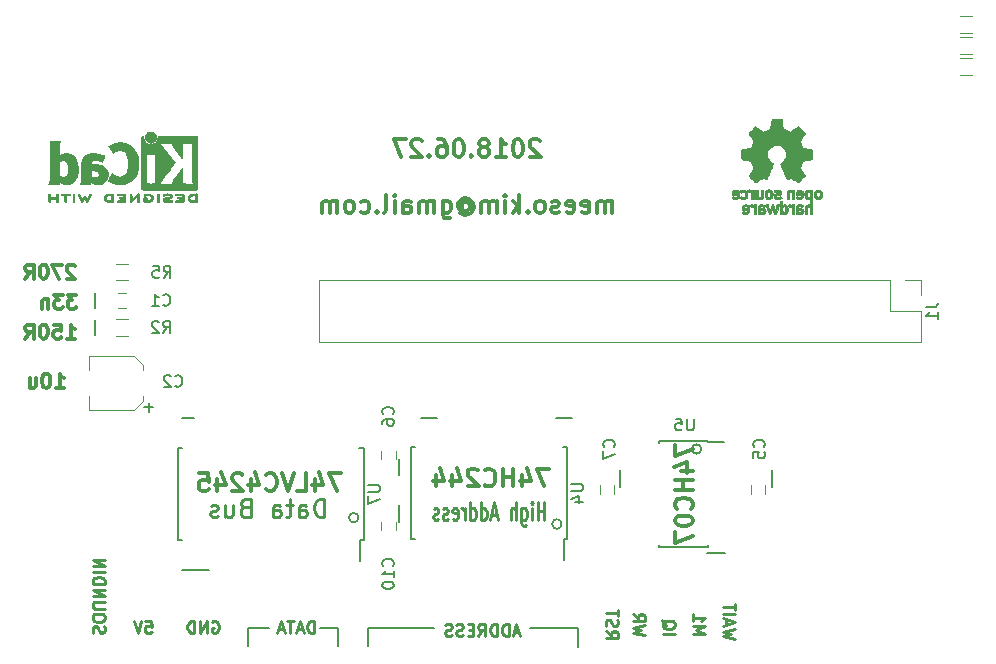
<source format=gbr>
G04 #@! TF.FileFunction,Legend,Bot*
%FSLAX46Y46*%
G04 Gerber Fmt 4.6, Leading zero omitted, Abs format (unit mm)*
G04 Created by KiCad (PCBNEW 4.0.7) date 06/27/18 09:55:44*
%MOMM*%
%LPD*%
G01*
G04 APERTURE LIST*
%ADD10C,0.100000*%
%ADD11C,0.300000*%
%ADD12C,0.200000*%
%ADD13C,0.250000*%
%ADD14C,0.120000*%
%ADD15C,0.150000*%
%ADD16C,0.010000*%
G04 APERTURE END LIST*
D10*
D11*
X123402628Y-84108857D02*
X124088343Y-84108857D01*
X123745485Y-84108857D02*
X123745485Y-82908857D01*
X123859771Y-83080286D01*
X123974057Y-83194571D01*
X124088343Y-83251714D01*
X122659771Y-82908857D02*
X122545486Y-82908857D01*
X122431200Y-82966000D01*
X122374057Y-83023143D01*
X122316914Y-83137429D01*
X122259771Y-83366000D01*
X122259771Y-83651714D01*
X122316914Y-83880286D01*
X122374057Y-83994571D01*
X122431200Y-84051714D01*
X122545486Y-84108857D01*
X122659771Y-84108857D01*
X122774057Y-84051714D01*
X122831200Y-83994571D01*
X122888343Y-83880286D01*
X122945486Y-83651714D01*
X122945486Y-83366000D01*
X122888343Y-83137429D01*
X122831200Y-83023143D01*
X122774057Y-82966000D01*
X122659771Y-82908857D01*
X121231200Y-83308857D02*
X121231200Y-84108857D01*
X121745486Y-83308857D02*
X121745486Y-83937429D01*
X121688343Y-84051714D01*
X121574057Y-84108857D01*
X121402629Y-84108857D01*
X121288343Y-84051714D01*
X121231200Y-83994571D01*
X124335999Y-79943257D02*
X125021714Y-79943257D01*
X124678856Y-79943257D02*
X124678856Y-78743257D01*
X124793142Y-78914686D01*
X124907428Y-79028971D01*
X125021714Y-79086114D01*
X123250285Y-78743257D02*
X123821714Y-78743257D01*
X123878857Y-79314686D01*
X123821714Y-79257543D01*
X123707428Y-79200400D01*
X123421714Y-79200400D01*
X123307428Y-79257543D01*
X123250285Y-79314686D01*
X123193142Y-79428971D01*
X123193142Y-79714686D01*
X123250285Y-79828971D01*
X123307428Y-79886114D01*
X123421714Y-79943257D01*
X123707428Y-79943257D01*
X123821714Y-79886114D01*
X123878857Y-79828971D01*
X122450285Y-78743257D02*
X122336000Y-78743257D01*
X122221714Y-78800400D01*
X122164571Y-78857543D01*
X122107428Y-78971829D01*
X122050285Y-79200400D01*
X122050285Y-79486114D01*
X122107428Y-79714686D01*
X122164571Y-79828971D01*
X122221714Y-79886114D01*
X122336000Y-79943257D01*
X122450285Y-79943257D01*
X122564571Y-79886114D01*
X122621714Y-79828971D01*
X122678857Y-79714686D01*
X122736000Y-79486114D01*
X122736000Y-79200400D01*
X122678857Y-78971829D01*
X122621714Y-78857543D01*
X122564571Y-78800400D01*
X122450285Y-78743257D01*
X120850285Y-79943257D02*
X121250285Y-79371829D01*
X121536000Y-79943257D02*
X121536000Y-78743257D01*
X121078857Y-78743257D01*
X120964571Y-78800400D01*
X120907428Y-78857543D01*
X120850285Y-78971829D01*
X120850285Y-79143257D01*
X120907428Y-79257543D01*
X120964571Y-79314686D01*
X121078857Y-79371829D01*
X121536000Y-79371829D01*
X125161485Y-76203257D02*
X124418628Y-76203257D01*
X124818628Y-76660400D01*
X124647200Y-76660400D01*
X124532914Y-76717543D01*
X124475771Y-76774686D01*
X124418628Y-76888971D01*
X124418628Y-77174686D01*
X124475771Y-77288971D01*
X124532914Y-77346114D01*
X124647200Y-77403257D01*
X124990057Y-77403257D01*
X125104343Y-77346114D01*
X125161485Y-77288971D01*
X124018628Y-76203257D02*
X123275771Y-76203257D01*
X123675771Y-76660400D01*
X123504343Y-76660400D01*
X123390057Y-76717543D01*
X123332914Y-76774686D01*
X123275771Y-76888971D01*
X123275771Y-77174686D01*
X123332914Y-77288971D01*
X123390057Y-77346114D01*
X123504343Y-77403257D01*
X123847200Y-77403257D01*
X123961486Y-77346114D01*
X124018628Y-77288971D01*
X122761486Y-76603257D02*
X122761486Y-77403257D01*
X122761486Y-76717543D02*
X122704343Y-76660400D01*
X122590057Y-76603257D01*
X122418629Y-76603257D01*
X122304343Y-76660400D01*
X122247200Y-76774686D01*
X122247200Y-77403257D01*
X125021714Y-73777543D02*
X124964571Y-73720400D01*
X124850285Y-73663257D01*
X124564571Y-73663257D01*
X124450285Y-73720400D01*
X124393142Y-73777543D01*
X124335999Y-73891829D01*
X124335999Y-74006114D01*
X124393142Y-74177543D01*
X125078856Y-74863257D01*
X124335999Y-74863257D01*
X123935999Y-73663257D02*
X123135999Y-73663257D01*
X123650285Y-74863257D01*
X122450285Y-73663257D02*
X122336000Y-73663257D01*
X122221714Y-73720400D01*
X122164571Y-73777543D01*
X122107428Y-73891829D01*
X122050285Y-74120400D01*
X122050285Y-74406114D01*
X122107428Y-74634686D01*
X122164571Y-74748971D01*
X122221714Y-74806114D01*
X122336000Y-74863257D01*
X122450285Y-74863257D01*
X122564571Y-74806114D01*
X122621714Y-74748971D01*
X122678857Y-74634686D01*
X122736000Y-74406114D01*
X122736000Y-74120400D01*
X122678857Y-73891829D01*
X122621714Y-73777543D01*
X122564571Y-73720400D01*
X122450285Y-73663257D01*
X120850285Y-74863257D02*
X121250285Y-74291829D01*
X121536000Y-74863257D02*
X121536000Y-73663257D01*
X121078857Y-73663257D01*
X120964571Y-73720400D01*
X120907428Y-73777543D01*
X120850285Y-73891829D01*
X120850285Y-74063257D01*
X120907428Y-74177543D01*
X120964571Y-74234686D01*
X121078857Y-74291829D01*
X121536000Y-74291829D01*
D12*
X184023000Y-91059000D02*
X184023000Y-92456000D01*
X171196000Y-91059000D02*
X171196000Y-92456000D01*
X126746000Y-78359000D02*
X126746000Y-79629000D01*
X126746000Y-76073000D02*
X126746000Y-77343000D01*
D13*
X146136714Y-95014171D02*
X146136714Y-93514171D01*
X145779571Y-93514171D01*
X145565286Y-93585600D01*
X145422428Y-93728457D01*
X145351000Y-93871314D01*
X145279571Y-94157029D01*
X145279571Y-94371314D01*
X145351000Y-94657029D01*
X145422428Y-94799886D01*
X145565286Y-94942743D01*
X145779571Y-95014171D01*
X146136714Y-95014171D01*
X143993857Y-95014171D02*
X143993857Y-94228457D01*
X144065286Y-94085600D01*
X144208143Y-94014171D01*
X144493857Y-94014171D01*
X144636714Y-94085600D01*
X143993857Y-94942743D02*
X144136714Y-95014171D01*
X144493857Y-95014171D01*
X144636714Y-94942743D01*
X144708143Y-94799886D01*
X144708143Y-94657029D01*
X144636714Y-94514171D01*
X144493857Y-94442743D01*
X144136714Y-94442743D01*
X143993857Y-94371314D01*
X143493857Y-94014171D02*
X142922428Y-94014171D01*
X143279571Y-93514171D02*
X143279571Y-94799886D01*
X143208143Y-94942743D01*
X143065285Y-95014171D01*
X142922428Y-95014171D01*
X141779571Y-95014171D02*
X141779571Y-94228457D01*
X141851000Y-94085600D01*
X141993857Y-94014171D01*
X142279571Y-94014171D01*
X142422428Y-94085600D01*
X141779571Y-94942743D02*
X141922428Y-95014171D01*
X142279571Y-95014171D01*
X142422428Y-94942743D01*
X142493857Y-94799886D01*
X142493857Y-94657029D01*
X142422428Y-94514171D01*
X142279571Y-94442743D01*
X141922428Y-94442743D01*
X141779571Y-94371314D01*
X139422428Y-94228457D02*
X139208142Y-94299886D01*
X139136714Y-94371314D01*
X139065285Y-94514171D01*
X139065285Y-94728457D01*
X139136714Y-94871314D01*
X139208142Y-94942743D01*
X139351000Y-95014171D01*
X139922428Y-95014171D01*
X139922428Y-93514171D01*
X139422428Y-93514171D01*
X139279571Y-93585600D01*
X139208142Y-93657029D01*
X139136714Y-93799886D01*
X139136714Y-93942743D01*
X139208142Y-94085600D01*
X139279571Y-94157029D01*
X139422428Y-94228457D01*
X139922428Y-94228457D01*
X137779571Y-94014171D02*
X137779571Y-95014171D01*
X138422428Y-94014171D02*
X138422428Y-94799886D01*
X138351000Y-94942743D01*
X138208142Y-95014171D01*
X137993857Y-95014171D01*
X137851000Y-94942743D01*
X137779571Y-94871314D01*
X137136714Y-94942743D02*
X136993857Y-95014171D01*
X136708142Y-95014171D01*
X136565285Y-94942743D01*
X136493857Y-94799886D01*
X136493857Y-94728457D01*
X136565285Y-94585600D01*
X136708142Y-94514171D01*
X136922428Y-94514171D01*
X137065285Y-94442743D01*
X137136714Y-94299886D01*
X137136714Y-94228457D01*
X137065285Y-94085600D01*
X136922428Y-94014171D01*
X136708142Y-94014171D01*
X136565285Y-94085600D01*
X164786677Y-95293571D02*
X164786677Y-93793571D01*
X164786677Y-94507857D02*
X164215248Y-94507857D01*
X164215248Y-95293571D02*
X164215248Y-93793571D01*
X163739058Y-95293571D02*
X163739058Y-94293571D01*
X163739058Y-93793571D02*
X163786677Y-93865000D01*
X163739058Y-93936429D01*
X163691439Y-93865000D01*
X163739058Y-93793571D01*
X163739058Y-93936429D01*
X162834296Y-94293571D02*
X162834296Y-95507857D01*
X162881915Y-95650714D01*
X162929534Y-95722143D01*
X163024773Y-95793571D01*
X163167630Y-95793571D01*
X163262868Y-95722143D01*
X162834296Y-95222143D02*
X162929534Y-95293571D01*
X163120011Y-95293571D01*
X163215249Y-95222143D01*
X163262868Y-95150714D01*
X163310487Y-95007857D01*
X163310487Y-94579286D01*
X163262868Y-94436429D01*
X163215249Y-94365000D01*
X163120011Y-94293571D01*
X162929534Y-94293571D01*
X162834296Y-94365000D01*
X162358106Y-95293571D02*
X162358106Y-93793571D01*
X161929534Y-95293571D02*
X161929534Y-94507857D01*
X161977153Y-94365000D01*
X162072391Y-94293571D01*
X162215249Y-94293571D01*
X162310487Y-94365000D01*
X162358106Y-94436429D01*
X160739058Y-94865000D02*
X160262867Y-94865000D01*
X160834296Y-95293571D02*
X160500963Y-93793571D01*
X160167629Y-95293571D01*
X159405724Y-95293571D02*
X159405724Y-93793571D01*
X159405724Y-95222143D02*
X159500962Y-95293571D01*
X159691439Y-95293571D01*
X159786677Y-95222143D01*
X159834296Y-95150714D01*
X159881915Y-95007857D01*
X159881915Y-94579286D01*
X159834296Y-94436429D01*
X159786677Y-94365000D01*
X159691439Y-94293571D01*
X159500962Y-94293571D01*
X159405724Y-94365000D01*
X158500962Y-95293571D02*
X158500962Y-93793571D01*
X158500962Y-95222143D02*
X158596200Y-95293571D01*
X158786677Y-95293571D01*
X158881915Y-95222143D01*
X158929534Y-95150714D01*
X158977153Y-95007857D01*
X158977153Y-94579286D01*
X158929534Y-94436429D01*
X158881915Y-94365000D01*
X158786677Y-94293571D01*
X158596200Y-94293571D01*
X158500962Y-94365000D01*
X158024772Y-95293571D02*
X158024772Y-94293571D01*
X158024772Y-94579286D02*
X157977153Y-94436429D01*
X157929534Y-94365000D01*
X157834296Y-94293571D01*
X157739057Y-94293571D01*
X157024771Y-95222143D02*
X157120009Y-95293571D01*
X157310486Y-95293571D01*
X157405724Y-95222143D01*
X157453343Y-95079286D01*
X157453343Y-94507857D01*
X157405724Y-94365000D01*
X157310486Y-94293571D01*
X157120009Y-94293571D01*
X157024771Y-94365000D01*
X156977152Y-94507857D01*
X156977152Y-94650714D01*
X157453343Y-94793571D01*
X156596200Y-95222143D02*
X156500962Y-95293571D01*
X156310486Y-95293571D01*
X156215247Y-95222143D01*
X156167628Y-95079286D01*
X156167628Y-95007857D01*
X156215247Y-94865000D01*
X156310486Y-94793571D01*
X156453343Y-94793571D01*
X156548581Y-94722143D01*
X156596200Y-94579286D01*
X156596200Y-94507857D01*
X156548581Y-94365000D01*
X156453343Y-94293571D01*
X156310486Y-94293571D01*
X156215247Y-94365000D01*
X155786676Y-95222143D02*
X155691438Y-95293571D01*
X155500962Y-95293571D01*
X155405723Y-95222143D01*
X155358104Y-95079286D01*
X155358104Y-95007857D01*
X155405723Y-94865000D01*
X155500962Y-94793571D01*
X155643819Y-94793571D01*
X155739057Y-94722143D01*
X155786676Y-94579286D01*
X155786676Y-94507857D01*
X155739057Y-94365000D01*
X155643819Y-94293571D01*
X155500962Y-94293571D01*
X155405723Y-94365000D01*
D12*
X178689000Y-98044000D02*
X180086000Y-98044000D01*
X152501600Y-90093800D02*
X152501600Y-91490800D01*
X165735000Y-86614000D02*
X167132000Y-86614000D01*
X134137400Y-99517200D02*
X136372600Y-99517200D01*
X134137400Y-86690200D02*
X135102600Y-86690200D01*
X154305000Y-86614000D02*
X155702000Y-86614000D01*
X178562000Y-98044000D02*
X179959000Y-98044000D01*
X152501600Y-94056200D02*
X152501600Y-95453200D01*
X178074609Y-89281000D02*
G75*
G03X178074609Y-89281000I-401609J0D01*
G01*
D13*
X126595238Y-104846047D02*
X126547619Y-104703190D01*
X126547619Y-104465094D01*
X126595238Y-104369856D01*
X126642857Y-104322237D01*
X126738095Y-104274618D01*
X126833333Y-104274618D01*
X126928571Y-104322237D01*
X126976190Y-104369856D01*
X127023810Y-104465094D01*
X127071429Y-104655571D01*
X127119048Y-104750809D01*
X127166667Y-104798428D01*
X127261905Y-104846047D01*
X127357143Y-104846047D01*
X127452381Y-104798428D01*
X127500000Y-104750809D01*
X127547619Y-104655571D01*
X127547619Y-104417475D01*
X127500000Y-104274618D01*
X127547619Y-103655571D02*
X127547619Y-103465094D01*
X127500000Y-103369856D01*
X127404762Y-103274618D01*
X127214286Y-103226999D01*
X126880952Y-103226999D01*
X126690476Y-103274618D01*
X126595238Y-103369856D01*
X126547619Y-103465094D01*
X126547619Y-103655571D01*
X126595238Y-103750809D01*
X126690476Y-103846047D01*
X126880952Y-103893666D01*
X127214286Y-103893666D01*
X127404762Y-103846047D01*
X127500000Y-103750809D01*
X127547619Y-103655571D01*
X127547619Y-102798428D02*
X126738095Y-102798428D01*
X126642857Y-102750809D01*
X126595238Y-102703190D01*
X126547619Y-102607952D01*
X126547619Y-102417475D01*
X126595238Y-102322237D01*
X126642857Y-102274618D01*
X126738095Y-102226999D01*
X127547619Y-102226999D01*
X126547619Y-101750809D02*
X127547619Y-101750809D01*
X126547619Y-101179380D01*
X127547619Y-101179380D01*
X126547619Y-100703190D02*
X127547619Y-100703190D01*
X127547619Y-100465095D01*
X127500000Y-100322237D01*
X127404762Y-100226999D01*
X127309524Y-100179380D01*
X127119048Y-100131761D01*
X126976190Y-100131761D01*
X126785714Y-100179380D01*
X126690476Y-100226999D01*
X126595238Y-100322237D01*
X126547619Y-100465095D01*
X126547619Y-100703190D01*
X126547619Y-99703190D02*
X127547619Y-99703190D01*
X126547619Y-99227000D02*
X127547619Y-99227000D01*
X126547619Y-98655571D01*
X127547619Y-98655571D01*
D11*
X175835571Y-88912430D02*
X175835571Y-89912430D01*
X177335571Y-89269573D01*
X176335571Y-91126715D02*
X177335571Y-91126715D01*
X175764143Y-90769572D02*
X176835571Y-90412429D01*
X176835571Y-91341001D01*
X177335571Y-91912429D02*
X175835571Y-91912429D01*
X176549857Y-91912429D02*
X176549857Y-92769572D01*
X177335571Y-92769572D02*
X175835571Y-92769572D01*
X177192714Y-94341001D02*
X177264143Y-94269572D01*
X177335571Y-94055286D01*
X177335571Y-93912429D01*
X177264143Y-93698144D01*
X177121286Y-93555286D01*
X176978429Y-93483858D01*
X176692714Y-93412429D01*
X176478429Y-93412429D01*
X176192714Y-93483858D01*
X176049857Y-93555286D01*
X175907000Y-93698144D01*
X175835571Y-93912429D01*
X175835571Y-94055286D01*
X175907000Y-94269572D01*
X175978429Y-94341001D01*
X175835571Y-95269572D02*
X175835571Y-95412429D01*
X175907000Y-95555286D01*
X175978429Y-95626715D01*
X176121286Y-95698144D01*
X176407000Y-95769572D01*
X176764143Y-95769572D01*
X177049857Y-95698144D01*
X177192714Y-95626715D01*
X177264143Y-95555286D01*
X177335571Y-95412429D01*
X177335571Y-95269572D01*
X177264143Y-95126715D01*
X177192714Y-95055286D01*
X177049857Y-94983858D01*
X176764143Y-94912429D01*
X176407000Y-94912429D01*
X176121286Y-94983858D01*
X175978429Y-95055286D01*
X175907000Y-95126715D01*
X175835571Y-95269572D01*
X175835571Y-96269572D02*
X175835571Y-97269572D01*
X177335571Y-96626715D01*
D12*
X149042409Y-95097600D02*
G75*
G03X149042409Y-95097600I-401609J0D01*
G01*
D11*
X147574827Y-91329771D02*
X146574827Y-91329771D01*
X147217684Y-92829771D01*
X145360542Y-91829771D02*
X145360542Y-92829771D01*
X145717685Y-91258343D02*
X146074828Y-92329771D01*
X145146256Y-92329771D01*
X143860542Y-92829771D02*
X144574828Y-92829771D01*
X144574828Y-91329771D01*
X143574828Y-91329771D02*
X143074828Y-92829771D01*
X142574828Y-91329771D01*
X141217685Y-92686914D02*
X141289114Y-92758343D01*
X141503400Y-92829771D01*
X141646257Y-92829771D01*
X141860542Y-92758343D01*
X142003400Y-92615486D01*
X142074828Y-92472629D01*
X142146257Y-92186914D01*
X142146257Y-91972629D01*
X142074828Y-91686914D01*
X142003400Y-91544057D01*
X141860542Y-91401200D01*
X141646257Y-91329771D01*
X141503400Y-91329771D01*
X141289114Y-91401200D01*
X141217685Y-91472629D01*
X139931971Y-91829771D02*
X139931971Y-92829771D01*
X140289114Y-91258343D02*
X140646257Y-92329771D01*
X139717685Y-92329771D01*
X139217686Y-91472629D02*
X139146257Y-91401200D01*
X139003400Y-91329771D01*
X138646257Y-91329771D01*
X138503400Y-91401200D01*
X138431971Y-91472629D01*
X138360543Y-91615486D01*
X138360543Y-91758343D01*
X138431971Y-91972629D01*
X139289114Y-92829771D01*
X138360543Y-92829771D01*
X137074829Y-91829771D02*
X137074829Y-92829771D01*
X137431972Y-91258343D02*
X137789115Y-92329771D01*
X136860543Y-92329771D01*
X135574829Y-91329771D02*
X136289115Y-91329771D01*
X136360544Y-92044057D01*
X136289115Y-91972629D01*
X136146258Y-91901200D01*
X135789115Y-91901200D01*
X135646258Y-91972629D01*
X135574829Y-92044057D01*
X135503401Y-92186914D01*
X135503401Y-92544057D01*
X135574829Y-92686914D01*
X135646258Y-92758343D01*
X135789115Y-92829771D01*
X136146258Y-92829771D01*
X136289115Y-92758343D01*
X136360544Y-92686914D01*
D12*
X166238209Y-95631000D02*
G75*
G03X166238209Y-95631000I-401609J0D01*
G01*
D11*
X165141456Y-90948771D02*
X164141456Y-90948771D01*
X164784313Y-92448771D01*
X162927171Y-91448771D02*
X162927171Y-92448771D01*
X163284314Y-90877343D02*
X163641457Y-91948771D01*
X162712885Y-91948771D01*
X162141457Y-92448771D02*
X162141457Y-90948771D01*
X162141457Y-91663057D02*
X161284314Y-91663057D01*
X161284314Y-92448771D02*
X161284314Y-90948771D01*
X159712885Y-92305914D02*
X159784314Y-92377343D01*
X159998600Y-92448771D01*
X160141457Y-92448771D01*
X160355742Y-92377343D01*
X160498600Y-92234486D01*
X160570028Y-92091629D01*
X160641457Y-91805914D01*
X160641457Y-91591629D01*
X160570028Y-91305914D01*
X160498600Y-91163057D01*
X160355742Y-91020200D01*
X160141457Y-90948771D01*
X159998600Y-90948771D01*
X159784314Y-91020200D01*
X159712885Y-91091629D01*
X159141457Y-91091629D02*
X159070028Y-91020200D01*
X158927171Y-90948771D01*
X158570028Y-90948771D01*
X158427171Y-91020200D01*
X158355742Y-91091629D01*
X158284314Y-91234486D01*
X158284314Y-91377343D01*
X158355742Y-91591629D01*
X159212885Y-92448771D01*
X158284314Y-92448771D01*
X156998600Y-91448771D02*
X156998600Y-92448771D01*
X157355743Y-90877343D02*
X157712886Y-91948771D01*
X156784314Y-91948771D01*
X155570029Y-91448771D02*
X155570029Y-92448771D01*
X155927172Y-90877343D02*
X156284315Y-91948771D01*
X155355743Y-91948771D01*
D12*
X167640000Y-104394000D02*
X163576000Y-104394000D01*
X167640000Y-106045000D02*
X167640000Y-104394000D01*
X149860000Y-104394000D02*
X155448000Y-104394000D01*
X149860000Y-105918000D02*
X149860000Y-104394000D01*
X147320000Y-104394000D02*
X145796000Y-104394000D01*
X147320000Y-105918000D02*
X147320000Y-104394000D01*
X139700000Y-104394000D02*
X141478000Y-104394000D01*
X139700000Y-105918000D02*
X139700000Y-104394000D01*
D13*
X162654857Y-104814667D02*
X162178666Y-104814667D01*
X162750095Y-105100381D02*
X162416762Y-104100381D01*
X162083428Y-105100381D01*
X161750095Y-105100381D02*
X161750095Y-104100381D01*
X161512000Y-104100381D01*
X161369142Y-104148000D01*
X161273904Y-104243238D01*
X161226285Y-104338476D01*
X161178666Y-104528952D01*
X161178666Y-104671810D01*
X161226285Y-104862286D01*
X161273904Y-104957524D01*
X161369142Y-105052762D01*
X161512000Y-105100381D01*
X161750095Y-105100381D01*
X160750095Y-105100381D02*
X160750095Y-104100381D01*
X160512000Y-104100381D01*
X160369142Y-104148000D01*
X160273904Y-104243238D01*
X160226285Y-104338476D01*
X160178666Y-104528952D01*
X160178666Y-104671810D01*
X160226285Y-104862286D01*
X160273904Y-104957524D01*
X160369142Y-105052762D01*
X160512000Y-105100381D01*
X160750095Y-105100381D01*
X159178666Y-105100381D02*
X159512000Y-104624190D01*
X159750095Y-105100381D02*
X159750095Y-104100381D01*
X159369142Y-104100381D01*
X159273904Y-104148000D01*
X159226285Y-104195619D01*
X159178666Y-104290857D01*
X159178666Y-104433714D01*
X159226285Y-104528952D01*
X159273904Y-104576571D01*
X159369142Y-104624190D01*
X159750095Y-104624190D01*
X158750095Y-104576571D02*
X158416761Y-104576571D01*
X158273904Y-105100381D02*
X158750095Y-105100381D01*
X158750095Y-104100381D01*
X158273904Y-104100381D01*
X157892952Y-105052762D02*
X157750095Y-105100381D01*
X157511999Y-105100381D01*
X157416761Y-105052762D01*
X157369142Y-105005143D01*
X157321523Y-104909905D01*
X157321523Y-104814667D01*
X157369142Y-104719429D01*
X157416761Y-104671810D01*
X157511999Y-104624190D01*
X157702476Y-104576571D01*
X157797714Y-104528952D01*
X157845333Y-104481333D01*
X157892952Y-104386095D01*
X157892952Y-104290857D01*
X157845333Y-104195619D01*
X157797714Y-104148000D01*
X157702476Y-104100381D01*
X157464380Y-104100381D01*
X157321523Y-104148000D01*
X156940571Y-105052762D02*
X156797714Y-105100381D01*
X156559618Y-105100381D01*
X156464380Y-105052762D01*
X156416761Y-105005143D01*
X156369142Y-104909905D01*
X156369142Y-104814667D01*
X156416761Y-104719429D01*
X156464380Y-104671810D01*
X156559618Y-104624190D01*
X156750095Y-104576571D01*
X156845333Y-104528952D01*
X156892952Y-104481333D01*
X156940571Y-104386095D01*
X156940571Y-104290857D01*
X156892952Y-104195619D01*
X156845333Y-104148000D01*
X156750095Y-104100381D01*
X156511999Y-104100381D01*
X156369142Y-104148000D01*
X145264000Y-104846381D02*
X145264000Y-103846381D01*
X145025905Y-103846381D01*
X144883047Y-103894000D01*
X144787809Y-103989238D01*
X144740190Y-104084476D01*
X144692571Y-104274952D01*
X144692571Y-104417810D01*
X144740190Y-104608286D01*
X144787809Y-104703524D01*
X144883047Y-104798762D01*
X145025905Y-104846381D01*
X145264000Y-104846381D01*
X144311619Y-104560667D02*
X143835428Y-104560667D01*
X144406857Y-104846381D02*
X144073524Y-103846381D01*
X143740190Y-104846381D01*
X143549714Y-103846381D02*
X142978285Y-103846381D01*
X143264000Y-104846381D02*
X143264000Y-103846381D01*
X142692571Y-104560667D02*
X142216380Y-104560667D01*
X142787809Y-104846381D02*
X142454476Y-103846381D01*
X142121142Y-104846381D01*
D11*
X164384856Y-63202429D02*
X164313427Y-63131000D01*
X164170570Y-63059571D01*
X163813427Y-63059571D01*
X163670570Y-63131000D01*
X163599141Y-63202429D01*
X163527713Y-63345286D01*
X163527713Y-63488143D01*
X163599141Y-63702429D01*
X164456284Y-64559571D01*
X163527713Y-64559571D01*
X162599142Y-63059571D02*
X162456285Y-63059571D01*
X162313428Y-63131000D01*
X162241999Y-63202429D01*
X162170570Y-63345286D01*
X162099142Y-63631000D01*
X162099142Y-63988143D01*
X162170570Y-64273857D01*
X162241999Y-64416714D01*
X162313428Y-64488143D01*
X162456285Y-64559571D01*
X162599142Y-64559571D01*
X162741999Y-64488143D01*
X162813428Y-64416714D01*
X162884856Y-64273857D01*
X162956285Y-63988143D01*
X162956285Y-63631000D01*
X162884856Y-63345286D01*
X162813428Y-63202429D01*
X162741999Y-63131000D01*
X162599142Y-63059571D01*
X160670571Y-64559571D02*
X161527714Y-64559571D01*
X161099142Y-64559571D02*
X161099142Y-63059571D01*
X161241999Y-63273857D01*
X161384857Y-63416714D01*
X161527714Y-63488143D01*
X159813428Y-63702429D02*
X159956286Y-63631000D01*
X160027714Y-63559571D01*
X160099143Y-63416714D01*
X160099143Y-63345286D01*
X160027714Y-63202429D01*
X159956286Y-63131000D01*
X159813428Y-63059571D01*
X159527714Y-63059571D01*
X159384857Y-63131000D01*
X159313428Y-63202429D01*
X159242000Y-63345286D01*
X159242000Y-63416714D01*
X159313428Y-63559571D01*
X159384857Y-63631000D01*
X159527714Y-63702429D01*
X159813428Y-63702429D01*
X159956286Y-63773857D01*
X160027714Y-63845286D01*
X160099143Y-63988143D01*
X160099143Y-64273857D01*
X160027714Y-64416714D01*
X159956286Y-64488143D01*
X159813428Y-64559571D01*
X159527714Y-64559571D01*
X159384857Y-64488143D01*
X159313428Y-64416714D01*
X159242000Y-64273857D01*
X159242000Y-63988143D01*
X159313428Y-63845286D01*
X159384857Y-63773857D01*
X159527714Y-63702429D01*
X158599143Y-64416714D02*
X158527715Y-64488143D01*
X158599143Y-64559571D01*
X158670572Y-64488143D01*
X158599143Y-64416714D01*
X158599143Y-64559571D01*
X157599143Y-63059571D02*
X157456286Y-63059571D01*
X157313429Y-63131000D01*
X157242000Y-63202429D01*
X157170571Y-63345286D01*
X157099143Y-63631000D01*
X157099143Y-63988143D01*
X157170571Y-64273857D01*
X157242000Y-64416714D01*
X157313429Y-64488143D01*
X157456286Y-64559571D01*
X157599143Y-64559571D01*
X157742000Y-64488143D01*
X157813429Y-64416714D01*
X157884857Y-64273857D01*
X157956286Y-63988143D01*
X157956286Y-63631000D01*
X157884857Y-63345286D01*
X157813429Y-63202429D01*
X157742000Y-63131000D01*
X157599143Y-63059571D01*
X155813429Y-63059571D02*
X156099143Y-63059571D01*
X156242000Y-63131000D01*
X156313429Y-63202429D01*
X156456286Y-63416714D01*
X156527715Y-63702429D01*
X156527715Y-64273857D01*
X156456286Y-64416714D01*
X156384858Y-64488143D01*
X156242000Y-64559571D01*
X155956286Y-64559571D01*
X155813429Y-64488143D01*
X155742000Y-64416714D01*
X155670572Y-64273857D01*
X155670572Y-63916714D01*
X155742000Y-63773857D01*
X155813429Y-63702429D01*
X155956286Y-63631000D01*
X156242000Y-63631000D01*
X156384858Y-63702429D01*
X156456286Y-63773857D01*
X156527715Y-63916714D01*
X155027715Y-64416714D02*
X154956287Y-64488143D01*
X155027715Y-64559571D01*
X155099144Y-64488143D01*
X155027715Y-64416714D01*
X155027715Y-64559571D01*
X154384858Y-63202429D02*
X154313429Y-63131000D01*
X154170572Y-63059571D01*
X153813429Y-63059571D01*
X153670572Y-63131000D01*
X153599143Y-63202429D01*
X153527715Y-63345286D01*
X153527715Y-63488143D01*
X153599143Y-63702429D01*
X154456286Y-64559571D01*
X153527715Y-64559571D01*
X153027715Y-63059571D02*
X152027715Y-63059571D01*
X152670572Y-64559571D01*
D13*
X131000476Y-103846381D02*
X131476667Y-103846381D01*
X131524286Y-104322571D01*
X131476667Y-104274952D01*
X131381429Y-104227333D01*
X131143333Y-104227333D01*
X131048095Y-104274952D01*
X131000476Y-104322571D01*
X130952857Y-104417810D01*
X130952857Y-104655905D01*
X131000476Y-104751143D01*
X131048095Y-104798762D01*
X131143333Y-104846381D01*
X131381429Y-104846381D01*
X131476667Y-104798762D01*
X131524286Y-104751143D01*
X130667143Y-103846381D02*
X130333810Y-104846381D01*
X130000476Y-103846381D01*
X136651904Y-103894000D02*
X136747142Y-103846381D01*
X136889999Y-103846381D01*
X137032857Y-103894000D01*
X137128095Y-103989238D01*
X137175714Y-104084476D01*
X137223333Y-104274952D01*
X137223333Y-104417810D01*
X137175714Y-104608286D01*
X137128095Y-104703524D01*
X137032857Y-104798762D01*
X136889999Y-104846381D01*
X136794761Y-104846381D01*
X136651904Y-104798762D01*
X136604285Y-104751143D01*
X136604285Y-104417810D01*
X136794761Y-104417810D01*
X136175714Y-104846381D02*
X136175714Y-103846381D01*
X135604285Y-104846381D01*
X135604285Y-103846381D01*
X135128095Y-104846381D02*
X135128095Y-103846381D01*
X134890000Y-103846381D01*
X134747142Y-103894000D01*
X134651904Y-103989238D01*
X134604285Y-104084476D01*
X134556666Y-104274952D01*
X134556666Y-104417810D01*
X134604285Y-104608286D01*
X134651904Y-104703524D01*
X134747142Y-104798762D01*
X134890000Y-104846381D01*
X135128095Y-104846381D01*
X173267619Y-105068571D02*
X172267619Y-104830476D01*
X172981905Y-104639999D01*
X172267619Y-104449523D01*
X173267619Y-104211428D01*
X172267619Y-103259047D02*
X172743810Y-103592381D01*
X172267619Y-103830476D02*
X173267619Y-103830476D01*
X173267619Y-103449523D01*
X173220000Y-103354285D01*
X173172381Y-103306666D01*
X173077143Y-103259047D01*
X172934286Y-103259047D01*
X172839048Y-103306666D01*
X172791429Y-103354285D01*
X172743810Y-103449523D01*
X172743810Y-103830476D01*
X174807619Y-104917809D02*
X175807619Y-104917809D01*
X174712381Y-103774952D02*
X174760000Y-103870190D01*
X174855238Y-103965428D01*
X174998095Y-104108285D01*
X175045714Y-104203524D01*
X175045714Y-104298762D01*
X174807619Y-104251143D02*
X174855238Y-104346381D01*
X174950476Y-104441619D01*
X175140952Y-104489238D01*
X175474286Y-104489238D01*
X175664762Y-104441619D01*
X175760000Y-104346381D01*
X175807619Y-104251143D01*
X175807619Y-104060666D01*
X175760000Y-103965428D01*
X175664762Y-103870190D01*
X175474286Y-103822571D01*
X175140952Y-103822571D01*
X174950476Y-103870190D01*
X174855238Y-103965428D01*
X174807619Y-104060666D01*
X174807619Y-104251143D01*
X177347619Y-104949524D02*
X178347619Y-104949524D01*
X177633333Y-104616190D01*
X178347619Y-104282857D01*
X177347619Y-104282857D01*
X177347619Y-103282857D02*
X177347619Y-103854286D01*
X177347619Y-103568572D02*
X178347619Y-103568572D01*
X178204762Y-103663810D01*
X178109524Y-103759048D01*
X178061905Y-103854286D01*
X180887619Y-105362190D02*
X179887619Y-105124095D01*
X180601905Y-104933618D01*
X179887619Y-104743142D01*
X180887619Y-104505047D01*
X180173333Y-104171714D02*
X180173333Y-103695523D01*
X179887619Y-104266952D02*
X180887619Y-103933619D01*
X179887619Y-103600285D01*
X179887619Y-103266952D02*
X180887619Y-103266952D01*
X180887619Y-102933619D02*
X180887619Y-102362190D01*
X179887619Y-102647905D02*
X180887619Y-102647905D01*
X169981619Y-104687619D02*
X170457810Y-105020953D01*
X169981619Y-105259048D02*
X170981619Y-105259048D01*
X170981619Y-104878095D01*
X170934000Y-104782857D01*
X170886381Y-104735238D01*
X170791143Y-104687619D01*
X170648286Y-104687619D01*
X170553048Y-104735238D01*
X170505429Y-104782857D01*
X170457810Y-104878095D01*
X170457810Y-105259048D01*
X170029238Y-104306667D02*
X169981619Y-104163810D01*
X169981619Y-103925714D01*
X170029238Y-103830476D01*
X170076857Y-103782857D01*
X170172095Y-103735238D01*
X170267333Y-103735238D01*
X170362571Y-103782857D01*
X170410190Y-103830476D01*
X170457810Y-103925714D01*
X170505429Y-104116191D01*
X170553048Y-104211429D01*
X170600667Y-104259048D01*
X170695905Y-104306667D01*
X170791143Y-104306667D01*
X170886381Y-104259048D01*
X170934000Y-104211429D01*
X170981619Y-104116191D01*
X170981619Y-103878095D01*
X170934000Y-103735238D01*
X170981619Y-103449524D02*
X170981619Y-102878095D01*
X169981619Y-103163810D02*
X170981619Y-103163810D01*
D11*
X170527714Y-69258571D02*
X170527714Y-68258571D01*
X170527714Y-68401429D02*
X170456286Y-68330000D01*
X170313428Y-68258571D01*
X170099143Y-68258571D01*
X169956286Y-68330000D01*
X169884857Y-68472857D01*
X169884857Y-69258571D01*
X169884857Y-68472857D02*
X169813428Y-68330000D01*
X169670571Y-68258571D01*
X169456286Y-68258571D01*
X169313428Y-68330000D01*
X169242000Y-68472857D01*
X169242000Y-69258571D01*
X167956286Y-69187143D02*
X168099143Y-69258571D01*
X168384857Y-69258571D01*
X168527714Y-69187143D01*
X168599143Y-69044286D01*
X168599143Y-68472857D01*
X168527714Y-68330000D01*
X168384857Y-68258571D01*
X168099143Y-68258571D01*
X167956286Y-68330000D01*
X167884857Y-68472857D01*
X167884857Y-68615714D01*
X168599143Y-68758571D01*
X166670572Y-69187143D02*
X166813429Y-69258571D01*
X167099143Y-69258571D01*
X167242000Y-69187143D01*
X167313429Y-69044286D01*
X167313429Y-68472857D01*
X167242000Y-68330000D01*
X167099143Y-68258571D01*
X166813429Y-68258571D01*
X166670572Y-68330000D01*
X166599143Y-68472857D01*
X166599143Y-68615714D01*
X167313429Y-68758571D01*
X166027715Y-69187143D02*
X165884858Y-69258571D01*
X165599143Y-69258571D01*
X165456286Y-69187143D01*
X165384858Y-69044286D01*
X165384858Y-68972857D01*
X165456286Y-68830000D01*
X165599143Y-68758571D01*
X165813429Y-68758571D01*
X165956286Y-68687143D01*
X166027715Y-68544286D01*
X166027715Y-68472857D01*
X165956286Y-68330000D01*
X165813429Y-68258571D01*
X165599143Y-68258571D01*
X165456286Y-68330000D01*
X164527714Y-69258571D02*
X164670572Y-69187143D01*
X164742000Y-69115714D01*
X164813429Y-68972857D01*
X164813429Y-68544286D01*
X164742000Y-68401429D01*
X164670572Y-68330000D01*
X164527714Y-68258571D01*
X164313429Y-68258571D01*
X164170572Y-68330000D01*
X164099143Y-68401429D01*
X164027714Y-68544286D01*
X164027714Y-68972857D01*
X164099143Y-69115714D01*
X164170572Y-69187143D01*
X164313429Y-69258571D01*
X164527714Y-69258571D01*
X163384857Y-69115714D02*
X163313429Y-69187143D01*
X163384857Y-69258571D01*
X163456286Y-69187143D01*
X163384857Y-69115714D01*
X163384857Y-69258571D01*
X162670571Y-69258571D02*
X162670571Y-67758571D01*
X162527714Y-68687143D02*
X162099143Y-69258571D01*
X162099143Y-68258571D02*
X162670571Y-68830000D01*
X161456285Y-69258571D02*
X161456285Y-68258571D01*
X161456285Y-67758571D02*
X161527714Y-67830000D01*
X161456285Y-67901429D01*
X161384857Y-67830000D01*
X161456285Y-67758571D01*
X161456285Y-67901429D01*
X160741999Y-69258571D02*
X160741999Y-68258571D01*
X160741999Y-68401429D02*
X160670571Y-68330000D01*
X160527713Y-68258571D01*
X160313428Y-68258571D01*
X160170571Y-68330000D01*
X160099142Y-68472857D01*
X160099142Y-69258571D01*
X160099142Y-68472857D02*
X160027713Y-68330000D01*
X159884856Y-68258571D01*
X159670571Y-68258571D01*
X159527713Y-68330000D01*
X159456285Y-68472857D01*
X159456285Y-69258571D01*
X157813428Y-68544286D02*
X157884856Y-68472857D01*
X158027713Y-68401429D01*
X158170571Y-68401429D01*
X158313428Y-68472857D01*
X158384856Y-68544286D01*
X158456285Y-68687143D01*
X158456285Y-68830000D01*
X158384856Y-68972857D01*
X158313428Y-69044286D01*
X158170571Y-69115714D01*
X158027713Y-69115714D01*
X157884856Y-69044286D01*
X157813428Y-68972857D01*
X157813428Y-68401429D02*
X157813428Y-68972857D01*
X157741999Y-69044286D01*
X157670571Y-69044286D01*
X157527713Y-68972857D01*
X157456285Y-68830000D01*
X157456285Y-68472857D01*
X157599142Y-68258571D01*
X157813428Y-68115714D01*
X158099142Y-68044286D01*
X158384856Y-68115714D01*
X158599142Y-68258571D01*
X158741999Y-68472857D01*
X158813428Y-68758571D01*
X158741999Y-69044286D01*
X158599142Y-69258571D01*
X158384856Y-69401429D01*
X158099142Y-69472857D01*
X157813428Y-69401429D01*
X157599142Y-69258571D01*
X156170571Y-68258571D02*
X156170571Y-69472857D01*
X156242000Y-69615714D01*
X156313428Y-69687143D01*
X156456285Y-69758571D01*
X156670571Y-69758571D01*
X156813428Y-69687143D01*
X156170571Y-69187143D02*
X156313428Y-69258571D01*
X156599142Y-69258571D01*
X156742000Y-69187143D01*
X156813428Y-69115714D01*
X156884857Y-68972857D01*
X156884857Y-68544286D01*
X156813428Y-68401429D01*
X156742000Y-68330000D01*
X156599142Y-68258571D01*
X156313428Y-68258571D01*
X156170571Y-68330000D01*
X155456285Y-69258571D02*
X155456285Y-68258571D01*
X155456285Y-68401429D02*
X155384857Y-68330000D01*
X155241999Y-68258571D01*
X155027714Y-68258571D01*
X154884857Y-68330000D01*
X154813428Y-68472857D01*
X154813428Y-69258571D01*
X154813428Y-68472857D02*
X154741999Y-68330000D01*
X154599142Y-68258571D01*
X154384857Y-68258571D01*
X154241999Y-68330000D01*
X154170571Y-68472857D01*
X154170571Y-69258571D01*
X152813428Y-69258571D02*
X152813428Y-68472857D01*
X152884857Y-68330000D01*
X153027714Y-68258571D01*
X153313428Y-68258571D01*
X153456285Y-68330000D01*
X152813428Y-69187143D02*
X152956285Y-69258571D01*
X153313428Y-69258571D01*
X153456285Y-69187143D01*
X153527714Y-69044286D01*
X153527714Y-68901429D01*
X153456285Y-68758571D01*
X153313428Y-68687143D01*
X152956285Y-68687143D01*
X152813428Y-68615714D01*
X152099142Y-69258571D02*
X152099142Y-68258571D01*
X152099142Y-67758571D02*
X152170571Y-67830000D01*
X152099142Y-67901429D01*
X152027714Y-67830000D01*
X152099142Y-67758571D01*
X152099142Y-67901429D01*
X151170570Y-69258571D02*
X151313428Y-69187143D01*
X151384856Y-69044286D01*
X151384856Y-67758571D01*
X150599142Y-69115714D02*
X150527714Y-69187143D01*
X150599142Y-69258571D01*
X150670571Y-69187143D01*
X150599142Y-69115714D01*
X150599142Y-69258571D01*
X149241999Y-69187143D02*
X149384856Y-69258571D01*
X149670570Y-69258571D01*
X149813428Y-69187143D01*
X149884856Y-69115714D01*
X149956285Y-68972857D01*
X149956285Y-68544286D01*
X149884856Y-68401429D01*
X149813428Y-68330000D01*
X149670570Y-68258571D01*
X149384856Y-68258571D01*
X149241999Y-68330000D01*
X148384856Y-69258571D02*
X148527714Y-69187143D01*
X148599142Y-69115714D01*
X148670571Y-68972857D01*
X148670571Y-68544286D01*
X148599142Y-68401429D01*
X148527714Y-68330000D01*
X148384856Y-68258571D01*
X148170571Y-68258571D01*
X148027714Y-68330000D01*
X147956285Y-68401429D01*
X147884856Y-68544286D01*
X147884856Y-68972857D01*
X147956285Y-69115714D01*
X148027714Y-69187143D01*
X148170571Y-69258571D01*
X148384856Y-69258571D01*
X147241999Y-69258571D02*
X147241999Y-68258571D01*
X147241999Y-68401429D02*
X147170571Y-68330000D01*
X147027713Y-68258571D01*
X146813428Y-68258571D01*
X146670571Y-68330000D01*
X146599142Y-68472857D01*
X146599142Y-69258571D01*
X146599142Y-68472857D02*
X146527713Y-68330000D01*
X146384856Y-68258571D01*
X146170571Y-68258571D01*
X146027713Y-68330000D01*
X145956285Y-68472857D01*
X145956285Y-69258571D01*
D14*
X194056000Y-74997000D02*
X145736000Y-74997000D01*
X145736000Y-74997000D02*
X145736000Y-80197000D01*
X145736000Y-80197000D02*
X196656000Y-80197000D01*
X196656000Y-80197000D02*
X196656000Y-77597000D01*
X196656000Y-77597000D02*
X194056000Y-77597000D01*
X194056000Y-77597000D02*
X194056000Y-74997000D01*
X195326000Y-74997000D02*
X196656000Y-74997000D01*
X196656000Y-74997000D02*
X196656000Y-76267000D01*
X199974000Y-54020000D02*
X200974000Y-54020000D01*
X200974000Y-52660000D02*
X199974000Y-52660000D01*
D15*
X178605000Y-88641000D02*
X178605000Y-88666000D01*
X174455000Y-88641000D02*
X174455000Y-88756000D01*
X174455000Y-97541000D02*
X174455000Y-97426000D01*
X178605000Y-97541000D02*
X178605000Y-97426000D01*
X178605000Y-88641000D02*
X174455000Y-88641000D01*
X178605000Y-97541000D02*
X174455000Y-97541000D01*
X178605000Y-88666000D02*
X179980000Y-88666000D01*
D14*
X129382000Y-76108000D02*
X128682000Y-76108000D01*
X128682000Y-77308000D02*
X129382000Y-77308000D01*
X128532000Y-79674000D02*
X129532000Y-79674000D01*
X129532000Y-78314000D02*
X128532000Y-78314000D01*
X183480000Y-93060000D02*
X183480000Y-92360000D01*
X182280000Y-92360000D02*
X182280000Y-93060000D01*
X150987000Y-89464400D02*
X150987000Y-90164400D01*
X152187000Y-90164400D02*
X152187000Y-89464400D01*
X170653000Y-93060000D02*
X170653000Y-92360000D01*
X169453000Y-92360000D02*
X169453000Y-93060000D01*
X199974000Y-55798000D02*
X200974000Y-55798000D01*
X200974000Y-54438000D02*
X199974000Y-54438000D01*
X199974000Y-57576000D02*
X200974000Y-57576000D01*
X200974000Y-56216000D02*
X199974000Y-56216000D01*
X128532000Y-74975000D02*
X129532000Y-74975000D01*
X129532000Y-73615000D02*
X128532000Y-73615000D01*
X150987000Y-95458800D02*
X150987000Y-96158800D01*
X152187000Y-96158800D02*
X152187000Y-95458800D01*
D16*
G36*
X135204171Y-67648666D02*
X135164689Y-67649067D01*
X135049000Y-67651859D01*
X134952111Y-67660150D01*
X134870719Y-67674832D01*
X134801523Y-67696793D01*
X134741220Y-67726922D01*
X134686508Y-67766110D01*
X134666967Y-67783132D01*
X134634550Y-67822963D01*
X134605320Y-67877013D01*
X134582791Y-67936923D01*
X134570479Y-67994339D01*
X134569200Y-68015556D01*
X134577217Y-68074369D01*
X134598699Y-68138613D01*
X134629799Y-68199421D01*
X134666666Y-68247930D01*
X134672654Y-68253782D01*
X134723379Y-68294921D01*
X134778925Y-68327035D01*
X134842496Y-68350965D01*
X134917294Y-68367553D01*
X135006522Y-68377641D01*
X135113382Y-68382069D01*
X135162328Y-68382445D01*
X135224562Y-68382145D01*
X135268328Y-68380892D01*
X135297731Y-68378154D01*
X135316879Y-68373401D01*
X135329877Y-68366101D01*
X135336845Y-68359867D01*
X135343426Y-68352294D01*
X135348588Y-68342524D01*
X135352503Y-68327940D01*
X135355343Y-68305926D01*
X135357280Y-68273864D01*
X135358484Y-68229136D01*
X135359128Y-68169126D01*
X135359383Y-68091217D01*
X135359422Y-68015556D01*
X135359670Y-67914641D01*
X135359617Y-67834027D01*
X135358657Y-67795422D01*
X135212667Y-67795422D01*
X135212667Y-68235689D01*
X135119534Y-68235604D01*
X135063493Y-68233996D01*
X135004799Y-68229856D01*
X134955828Y-68224064D01*
X134954338Y-68223826D01*
X134875192Y-68204690D01*
X134813802Y-68174887D01*
X134767105Y-68132478D01*
X134737435Y-68086561D01*
X134719153Y-68035626D01*
X134720571Y-67987800D01*
X134741788Y-67936533D01*
X134783289Y-67883499D01*
X134840798Y-67844200D01*
X134915550Y-67817931D01*
X134965508Y-67808635D01*
X135022216Y-67802107D01*
X135082319Y-67797382D01*
X135133439Y-67795417D01*
X135136467Y-67795408D01*
X135212667Y-67795422D01*
X135358657Y-67795422D01*
X135358060Y-67771451D01*
X135353798Y-67724655D01*
X135345630Y-67691378D01*
X135332356Y-67669359D01*
X135312774Y-67656339D01*
X135285683Y-67650057D01*
X135249882Y-67648253D01*
X135204171Y-67648666D01*
X135204171Y-67648666D01*
G37*
X135204171Y-67648666D02*
X135164689Y-67649067D01*
X135049000Y-67651859D01*
X134952111Y-67660150D01*
X134870719Y-67674832D01*
X134801523Y-67696793D01*
X134741220Y-67726922D01*
X134686508Y-67766110D01*
X134666967Y-67783132D01*
X134634550Y-67822963D01*
X134605320Y-67877013D01*
X134582791Y-67936923D01*
X134570479Y-67994339D01*
X134569200Y-68015556D01*
X134577217Y-68074369D01*
X134598699Y-68138613D01*
X134629799Y-68199421D01*
X134666666Y-68247930D01*
X134672654Y-68253782D01*
X134723379Y-68294921D01*
X134778925Y-68327035D01*
X134842496Y-68350965D01*
X134917294Y-68367553D01*
X135006522Y-68377641D01*
X135113382Y-68382069D01*
X135162328Y-68382445D01*
X135224562Y-68382145D01*
X135268328Y-68380892D01*
X135297731Y-68378154D01*
X135316879Y-68373401D01*
X135329877Y-68366101D01*
X135336845Y-68359867D01*
X135343426Y-68352294D01*
X135348588Y-68342524D01*
X135352503Y-68327940D01*
X135355343Y-68305926D01*
X135357280Y-68273864D01*
X135358484Y-68229136D01*
X135359128Y-68169126D01*
X135359383Y-68091217D01*
X135359422Y-68015556D01*
X135359670Y-67914641D01*
X135359617Y-67834027D01*
X135358657Y-67795422D01*
X135212667Y-67795422D01*
X135212667Y-68235689D01*
X135119534Y-68235604D01*
X135063493Y-68233996D01*
X135004799Y-68229856D01*
X134955828Y-68224064D01*
X134954338Y-68223826D01*
X134875192Y-68204690D01*
X134813802Y-68174887D01*
X134767105Y-68132478D01*
X134737435Y-68086561D01*
X134719153Y-68035626D01*
X134720571Y-67987800D01*
X134741788Y-67936533D01*
X134783289Y-67883499D01*
X134840798Y-67844200D01*
X134915550Y-67817931D01*
X134965508Y-67808635D01*
X135022216Y-67802107D01*
X135082319Y-67797382D01*
X135133439Y-67795417D01*
X135136467Y-67795408D01*
X135212667Y-67795422D01*
X135358657Y-67795422D01*
X135358060Y-67771451D01*
X135353798Y-67724655D01*
X135345630Y-67691378D01*
X135332356Y-67669359D01*
X135312774Y-67656339D01*
X135285683Y-67650057D01*
X135249882Y-67648253D01*
X135204171Y-67648666D01*
G36*
X133795594Y-67648746D02*
X133726186Y-67649118D01*
X133673797Y-67649985D01*
X133635647Y-67651546D01*
X133608959Y-67654003D01*
X133590953Y-67657557D01*
X133578849Y-67662410D01*
X133569869Y-67668761D01*
X133566618Y-67671684D01*
X133546843Y-67702742D01*
X133543282Y-67738428D01*
X133556291Y-67770110D01*
X133562306Y-67776513D01*
X133572035Y-67782721D01*
X133587701Y-67787510D01*
X133612208Y-67791114D01*
X133648461Y-67793764D01*
X133699365Y-67795695D01*
X133767826Y-67797139D01*
X133830417Y-67798018D01*
X134078134Y-67801067D01*
X134081519Y-67865978D01*
X134084905Y-67930889D01*
X133916758Y-67930889D01*
X133843759Y-67931519D01*
X133790317Y-67934153D01*
X133753428Y-67939909D01*
X133730088Y-67949904D01*
X133717294Y-67965256D01*
X133712042Y-67987082D01*
X133711245Y-68007338D01*
X133713723Y-68032192D01*
X133723077Y-68050506D01*
X133742183Y-68063237D01*
X133773918Y-68071341D01*
X133821159Y-68075776D01*
X133886783Y-68077499D01*
X133922601Y-68077645D01*
X134083778Y-68077645D01*
X134083778Y-68235689D01*
X133835422Y-68235689D01*
X133754013Y-68235802D01*
X133692142Y-68236312D01*
X133646768Y-68237470D01*
X133614854Y-68239530D01*
X133593359Y-68242746D01*
X133579243Y-68247372D01*
X133569468Y-68253659D01*
X133564489Y-68258267D01*
X133547410Y-68285160D01*
X133541911Y-68309067D01*
X133549763Y-68338267D01*
X133564489Y-68359867D01*
X133572346Y-68366666D01*
X133582488Y-68371946D01*
X133597644Y-68375898D01*
X133620541Y-68378713D01*
X133653909Y-68380582D01*
X133700475Y-68381698D01*
X133762967Y-68382251D01*
X133844114Y-68382433D01*
X133886222Y-68382445D01*
X133976398Y-68382365D01*
X134046724Y-68381998D01*
X134099929Y-68381152D01*
X134138740Y-68379636D01*
X134165887Y-68377259D01*
X134184098Y-68373829D01*
X134196100Y-68369154D01*
X134204622Y-68363044D01*
X134207956Y-68359867D01*
X134214555Y-68352270D01*
X134219727Y-68342470D01*
X134223646Y-68327839D01*
X134226484Y-68305752D01*
X134228415Y-68273582D01*
X134229612Y-68228703D01*
X134230248Y-68168489D01*
X134230497Y-68090313D01*
X134230534Y-68017523D01*
X134230500Y-67924307D01*
X134230265Y-67851031D01*
X134229630Y-67795058D01*
X134228394Y-67753751D01*
X134226356Y-67724472D01*
X134223317Y-67704584D01*
X134219077Y-67691450D01*
X134213435Y-67682432D01*
X134206191Y-67674893D01*
X134204406Y-67673212D01*
X134195745Y-67665772D01*
X134185682Y-67660009D01*
X134171425Y-67655712D01*
X134150183Y-67652664D01*
X134119164Y-67650651D01*
X134075577Y-67649460D01*
X134016631Y-67648875D01*
X133939534Y-67648683D01*
X133884801Y-67648667D01*
X133795594Y-67648746D01*
X133795594Y-67648746D01*
G37*
X133795594Y-67648746D02*
X133726186Y-67649118D01*
X133673797Y-67649985D01*
X133635647Y-67651546D01*
X133608959Y-67654003D01*
X133590953Y-67657557D01*
X133578849Y-67662410D01*
X133569869Y-67668761D01*
X133566618Y-67671684D01*
X133546843Y-67702742D01*
X133543282Y-67738428D01*
X133556291Y-67770110D01*
X133562306Y-67776513D01*
X133572035Y-67782721D01*
X133587701Y-67787510D01*
X133612208Y-67791114D01*
X133648461Y-67793764D01*
X133699365Y-67795695D01*
X133767826Y-67797139D01*
X133830417Y-67798018D01*
X134078134Y-67801067D01*
X134081519Y-67865978D01*
X134084905Y-67930889D01*
X133916758Y-67930889D01*
X133843759Y-67931519D01*
X133790317Y-67934153D01*
X133753428Y-67939909D01*
X133730088Y-67949904D01*
X133717294Y-67965256D01*
X133712042Y-67987082D01*
X133711245Y-68007338D01*
X133713723Y-68032192D01*
X133723077Y-68050506D01*
X133742183Y-68063237D01*
X133773918Y-68071341D01*
X133821159Y-68075776D01*
X133886783Y-68077499D01*
X133922601Y-68077645D01*
X134083778Y-68077645D01*
X134083778Y-68235689D01*
X133835422Y-68235689D01*
X133754013Y-68235802D01*
X133692142Y-68236312D01*
X133646768Y-68237470D01*
X133614854Y-68239530D01*
X133593359Y-68242746D01*
X133579243Y-68247372D01*
X133569468Y-68253659D01*
X133564489Y-68258267D01*
X133547410Y-68285160D01*
X133541911Y-68309067D01*
X133549763Y-68338267D01*
X133564489Y-68359867D01*
X133572346Y-68366666D01*
X133582488Y-68371946D01*
X133597644Y-68375898D01*
X133620541Y-68378713D01*
X133653909Y-68380582D01*
X133700475Y-68381698D01*
X133762967Y-68382251D01*
X133844114Y-68382433D01*
X133886222Y-68382445D01*
X133976398Y-68382365D01*
X134046724Y-68381998D01*
X134099929Y-68381152D01*
X134138740Y-68379636D01*
X134165887Y-68377259D01*
X134184098Y-68373829D01*
X134196100Y-68369154D01*
X134204622Y-68363044D01*
X134207956Y-68359867D01*
X134214555Y-68352270D01*
X134219727Y-68342470D01*
X134223646Y-68327839D01*
X134226484Y-68305752D01*
X134228415Y-68273582D01*
X134229612Y-68228703D01*
X134230248Y-68168489D01*
X134230497Y-68090313D01*
X134230534Y-68017523D01*
X134230500Y-67924307D01*
X134230265Y-67851031D01*
X134229630Y-67795058D01*
X134228394Y-67753751D01*
X134226356Y-67724472D01*
X134223317Y-67704584D01*
X134219077Y-67691450D01*
X134213435Y-67682432D01*
X134206191Y-67674893D01*
X134204406Y-67673212D01*
X134195745Y-67665772D01*
X134185682Y-67660009D01*
X134171425Y-67655712D01*
X134150183Y-67652664D01*
X134119164Y-67650651D01*
X134075577Y-67649460D01*
X134016631Y-67648875D01*
X133939534Y-67648683D01*
X133884801Y-67648667D01*
X133795594Y-67648746D01*
G36*
X132774503Y-67649951D02*
X132699688Y-67655181D01*
X132630106Y-67663350D01*
X132569802Y-67674150D01*
X132522820Y-67687273D01*
X132493206Y-67702413D01*
X132488660Y-67706869D01*
X132472854Y-67741450D01*
X132477647Y-67776951D01*
X132502164Y-67807325D01*
X132503334Y-67808196D01*
X132517754Y-67817554D01*
X132532808Y-67822476D01*
X132553805Y-67823073D01*
X132586057Y-67819461D01*
X132634873Y-67811754D01*
X132638800Y-67811105D01*
X132711539Y-67802169D01*
X132790017Y-67797761D01*
X132868727Y-67797719D01*
X132942161Y-67801879D01*
X133004811Y-67810079D01*
X133051170Y-67822157D01*
X133054216Y-67823371D01*
X133087848Y-67842215D01*
X133099664Y-67861285D01*
X133090414Y-67880039D01*
X133060847Y-67897937D01*
X133011711Y-67914437D01*
X132943757Y-67928996D01*
X132898445Y-67936006D01*
X132804256Y-67949489D01*
X132729344Y-67961814D01*
X132670517Y-67974049D01*
X132624585Y-67987261D01*
X132588355Y-68002517D01*
X132558638Y-68020885D01*
X132532242Y-68043431D01*
X132511030Y-68065571D01*
X132485865Y-68096419D01*
X132473481Y-68122945D01*
X132469608Y-68155626D01*
X132469467Y-68167595D01*
X132472376Y-68207312D01*
X132484002Y-68236859D01*
X132504123Y-68263086D01*
X132545016Y-68303176D01*
X132590617Y-68333749D01*
X132644313Y-68355803D01*
X132709492Y-68370335D01*
X132789544Y-68378341D01*
X132887857Y-68380818D01*
X132904089Y-68380777D01*
X132969649Y-68379418D01*
X133034666Y-68376330D01*
X133092052Y-68371956D01*
X133134722Y-68366740D01*
X133138172Y-68366141D01*
X133180596Y-68356091D01*
X133216580Y-68343396D01*
X133236950Y-68331790D01*
X133255907Y-68301172D01*
X133257227Y-68265518D01*
X133240885Y-68233744D01*
X133237229Y-68230151D01*
X133222115Y-68219476D01*
X133203215Y-68214876D01*
X133173962Y-68215659D01*
X133138451Y-68219727D01*
X133098770Y-68223362D01*
X133043145Y-68226428D01*
X132978206Y-68228653D01*
X132910585Y-68229764D01*
X132892800Y-68229837D01*
X132824928Y-68229564D01*
X132775254Y-68228246D01*
X132739410Y-68225427D01*
X132713024Y-68220650D01*
X132691726Y-68213457D01*
X132678926Y-68207467D01*
X132650800Y-68190833D01*
X132632868Y-68175768D01*
X132630247Y-68171497D01*
X132635776Y-68153863D01*
X132662060Y-68136792D01*
X132707278Y-68121058D01*
X132769608Y-68107438D01*
X132787971Y-68104404D01*
X132883890Y-68089338D01*
X132960441Y-68076746D01*
X133020580Y-68065711D01*
X133067260Y-68055320D01*
X133103437Y-68044656D01*
X133132065Y-68032805D01*
X133156098Y-68018851D01*
X133178492Y-68001881D01*
X133202202Y-67980978D01*
X133210180Y-67973649D01*
X133238153Y-67946299D01*
X133252960Y-67924629D01*
X133258752Y-67899832D01*
X133259689Y-67868583D01*
X133249375Y-67807305D01*
X133218552Y-67755240D01*
X133167395Y-67712558D01*
X133096083Y-67679425D01*
X133045200Y-67664564D01*
X132989900Y-67654966D01*
X132923653Y-67649536D01*
X132850506Y-67647967D01*
X132774503Y-67649951D01*
X132774503Y-67649951D01*
G37*
X132774503Y-67649951D02*
X132699688Y-67655181D01*
X132630106Y-67663350D01*
X132569802Y-67674150D01*
X132522820Y-67687273D01*
X132493206Y-67702413D01*
X132488660Y-67706869D01*
X132472854Y-67741450D01*
X132477647Y-67776951D01*
X132502164Y-67807325D01*
X132503334Y-67808196D01*
X132517754Y-67817554D01*
X132532808Y-67822476D01*
X132553805Y-67823073D01*
X132586057Y-67819461D01*
X132634873Y-67811754D01*
X132638800Y-67811105D01*
X132711539Y-67802169D01*
X132790017Y-67797761D01*
X132868727Y-67797719D01*
X132942161Y-67801879D01*
X133004811Y-67810079D01*
X133051170Y-67822157D01*
X133054216Y-67823371D01*
X133087848Y-67842215D01*
X133099664Y-67861285D01*
X133090414Y-67880039D01*
X133060847Y-67897937D01*
X133011711Y-67914437D01*
X132943757Y-67928996D01*
X132898445Y-67936006D01*
X132804256Y-67949489D01*
X132729344Y-67961814D01*
X132670517Y-67974049D01*
X132624585Y-67987261D01*
X132588355Y-68002517D01*
X132558638Y-68020885D01*
X132532242Y-68043431D01*
X132511030Y-68065571D01*
X132485865Y-68096419D01*
X132473481Y-68122945D01*
X132469608Y-68155626D01*
X132469467Y-68167595D01*
X132472376Y-68207312D01*
X132484002Y-68236859D01*
X132504123Y-68263086D01*
X132545016Y-68303176D01*
X132590617Y-68333749D01*
X132644313Y-68355803D01*
X132709492Y-68370335D01*
X132789544Y-68378341D01*
X132887857Y-68380818D01*
X132904089Y-68380777D01*
X132969649Y-68379418D01*
X133034666Y-68376330D01*
X133092052Y-68371956D01*
X133134722Y-68366740D01*
X133138172Y-68366141D01*
X133180596Y-68356091D01*
X133216580Y-68343396D01*
X133236950Y-68331790D01*
X133255907Y-68301172D01*
X133257227Y-68265518D01*
X133240885Y-68233744D01*
X133237229Y-68230151D01*
X133222115Y-68219476D01*
X133203215Y-68214876D01*
X133173962Y-68215659D01*
X133138451Y-68219727D01*
X133098770Y-68223362D01*
X133043145Y-68226428D01*
X132978206Y-68228653D01*
X132910585Y-68229764D01*
X132892800Y-68229837D01*
X132824928Y-68229564D01*
X132775254Y-68228246D01*
X132739410Y-68225427D01*
X132713024Y-68220650D01*
X132691726Y-68213457D01*
X132678926Y-68207467D01*
X132650800Y-68190833D01*
X132632868Y-68175768D01*
X132630247Y-68171497D01*
X132635776Y-68153863D01*
X132662060Y-68136792D01*
X132707278Y-68121058D01*
X132769608Y-68107438D01*
X132787971Y-68104404D01*
X132883890Y-68089338D01*
X132960441Y-68076746D01*
X133020580Y-68065711D01*
X133067260Y-68055320D01*
X133103437Y-68044656D01*
X133132065Y-68032805D01*
X133156098Y-68018851D01*
X133178492Y-68001881D01*
X133202202Y-67980978D01*
X133210180Y-67973649D01*
X133238153Y-67946299D01*
X133252960Y-67924629D01*
X133258752Y-67899832D01*
X133259689Y-67868583D01*
X133249375Y-67807305D01*
X133218552Y-67755240D01*
X133167395Y-67712558D01*
X133096083Y-67679425D01*
X133045200Y-67664564D01*
X132989900Y-67654966D01*
X132923653Y-67649536D01*
X132850506Y-67647967D01*
X132774503Y-67649951D01*
G36*
X132006622Y-67671245D02*
X132000042Y-67678818D01*
X131994879Y-67688587D01*
X131990964Y-67703171D01*
X131988124Y-67725185D01*
X131986187Y-67757248D01*
X131984983Y-67801975D01*
X131984339Y-67861985D01*
X131984084Y-67939894D01*
X131984045Y-68015556D01*
X131984114Y-68109402D01*
X131984438Y-68183289D01*
X131985186Y-68239832D01*
X131986532Y-68281649D01*
X131988646Y-68311357D01*
X131991700Y-68331573D01*
X131995866Y-68344914D01*
X132001316Y-68353998D01*
X132006622Y-68359867D01*
X132039626Y-68379547D01*
X132074791Y-68377781D01*
X132106255Y-68356317D01*
X132113484Y-68347937D01*
X132119134Y-68338214D01*
X132123399Y-68324461D01*
X132126473Y-68303989D01*
X132128552Y-68274112D01*
X132129830Y-68232141D01*
X132130501Y-68175389D01*
X132130759Y-68101167D01*
X132130800Y-68017137D01*
X132130800Y-67704085D01*
X132103091Y-67676376D01*
X132068937Y-67653063D01*
X132035806Y-67652223D01*
X132006622Y-67671245D01*
X132006622Y-67671245D01*
G37*
X132006622Y-67671245D02*
X132000042Y-67678818D01*
X131994879Y-67688587D01*
X131990964Y-67703171D01*
X131988124Y-67725185D01*
X131986187Y-67757248D01*
X131984983Y-67801975D01*
X131984339Y-67861985D01*
X131984084Y-67939894D01*
X131984045Y-68015556D01*
X131984114Y-68109402D01*
X131984438Y-68183289D01*
X131985186Y-68239832D01*
X131986532Y-68281649D01*
X131988646Y-68311357D01*
X131991700Y-68331573D01*
X131995866Y-68344914D01*
X132001316Y-68353998D01*
X132006622Y-68359867D01*
X132039626Y-68379547D01*
X132074791Y-68377781D01*
X132106255Y-68356317D01*
X132113484Y-68347937D01*
X132119134Y-68338214D01*
X132123399Y-68324461D01*
X132126473Y-68303989D01*
X132128552Y-68274112D01*
X132129830Y-68232141D01*
X132130501Y-68175389D01*
X132130759Y-68101167D01*
X132130800Y-68017137D01*
X132130800Y-67704085D01*
X132103091Y-67676376D01*
X132068937Y-67653063D01*
X132035806Y-67652223D01*
X132006622Y-67671245D01*
G36*
X131032881Y-67654199D02*
X130964365Y-67665695D01*
X130911743Y-67683567D01*
X130877508Y-67707099D01*
X130868179Y-67720524D01*
X130858693Y-67751748D01*
X130865077Y-67779995D01*
X130885230Y-67806782D01*
X130916545Y-67819313D01*
X130961983Y-67818296D01*
X130997126Y-67811506D01*
X131075219Y-67798571D01*
X131155026Y-67797342D01*
X131244355Y-67807841D01*
X131269029Y-67812290D01*
X131352091Y-67835708D01*
X131417073Y-67870545D01*
X131463261Y-67916204D01*
X131489945Y-67972094D01*
X131495463Y-68000988D01*
X131491851Y-68059612D01*
X131468529Y-68111479D01*
X131427624Y-68155578D01*
X131371259Y-68190899D01*
X131301560Y-68216429D01*
X131220652Y-68231159D01*
X131130660Y-68234078D01*
X131033710Y-68224175D01*
X131028236Y-68223241D01*
X130989675Y-68216059D01*
X130968294Y-68209121D01*
X130959027Y-68198827D01*
X130956806Y-68181576D01*
X130956756Y-68172441D01*
X130956756Y-68134089D01*
X131025231Y-68134089D01*
X131085700Y-68129947D01*
X131126965Y-68116747D01*
X131150975Y-68093330D01*
X131159677Y-68058536D01*
X131159783Y-68053994D01*
X131154692Y-68024254D01*
X131137233Y-68003019D01*
X131104739Y-67988966D01*
X131054543Y-67980773D01*
X131005923Y-67977761D01*
X130935256Y-67976033D01*
X130883998Y-67978670D01*
X130849039Y-67988400D01*
X130827270Y-68007953D01*
X130815580Y-68040056D01*
X130810860Y-68087438D01*
X130810000Y-68149671D01*
X130811409Y-68219135D01*
X130815648Y-68266386D01*
X130822736Y-68291612D01*
X130824111Y-68293588D01*
X130863028Y-68325108D01*
X130920086Y-68350070D01*
X130991669Y-68367940D01*
X131074158Y-68378186D01*
X131163939Y-68380273D01*
X131257392Y-68373668D01*
X131312356Y-68365556D01*
X131398566Y-68341154D01*
X131478692Y-68301262D01*
X131545777Y-68249487D01*
X131555973Y-68239139D01*
X131589102Y-68195635D01*
X131618994Y-68141718D01*
X131642157Y-68085192D01*
X131655098Y-68033859D01*
X131656658Y-68014144D01*
X131650018Y-67973019D01*
X131632368Y-67921852D01*
X131607097Y-67867994D01*
X131577589Y-67818795D01*
X131551519Y-67785934D01*
X131490565Y-67737052D01*
X131411769Y-67698145D01*
X131317957Y-67670094D01*
X131211950Y-67653779D01*
X131114800Y-67649792D01*
X131032881Y-67654199D01*
X131032881Y-67654199D01*
G37*
X131032881Y-67654199D02*
X130964365Y-67665695D01*
X130911743Y-67683567D01*
X130877508Y-67707099D01*
X130868179Y-67720524D01*
X130858693Y-67751748D01*
X130865077Y-67779995D01*
X130885230Y-67806782D01*
X130916545Y-67819313D01*
X130961983Y-67818296D01*
X130997126Y-67811506D01*
X131075219Y-67798571D01*
X131155026Y-67797342D01*
X131244355Y-67807841D01*
X131269029Y-67812290D01*
X131352091Y-67835708D01*
X131417073Y-67870545D01*
X131463261Y-67916204D01*
X131489945Y-67972094D01*
X131495463Y-68000988D01*
X131491851Y-68059612D01*
X131468529Y-68111479D01*
X131427624Y-68155578D01*
X131371259Y-68190899D01*
X131301560Y-68216429D01*
X131220652Y-68231159D01*
X131130660Y-68234078D01*
X131033710Y-68224175D01*
X131028236Y-68223241D01*
X130989675Y-68216059D01*
X130968294Y-68209121D01*
X130959027Y-68198827D01*
X130956806Y-68181576D01*
X130956756Y-68172441D01*
X130956756Y-68134089D01*
X131025231Y-68134089D01*
X131085700Y-68129947D01*
X131126965Y-68116747D01*
X131150975Y-68093330D01*
X131159677Y-68058536D01*
X131159783Y-68053994D01*
X131154692Y-68024254D01*
X131137233Y-68003019D01*
X131104739Y-67988966D01*
X131054543Y-67980773D01*
X131005923Y-67977761D01*
X130935256Y-67976033D01*
X130883998Y-67978670D01*
X130849039Y-67988400D01*
X130827270Y-68007953D01*
X130815580Y-68040056D01*
X130810860Y-68087438D01*
X130810000Y-68149671D01*
X130811409Y-68219135D01*
X130815648Y-68266386D01*
X130822736Y-68291612D01*
X130824111Y-68293588D01*
X130863028Y-68325108D01*
X130920086Y-68350070D01*
X130991669Y-68367940D01*
X131074158Y-68378186D01*
X131163939Y-68380273D01*
X131257392Y-68373668D01*
X131312356Y-68365556D01*
X131398566Y-68341154D01*
X131478692Y-68301262D01*
X131545777Y-68249487D01*
X131555973Y-68239139D01*
X131589102Y-68195635D01*
X131618994Y-68141718D01*
X131642157Y-68085192D01*
X131655098Y-68033859D01*
X131656658Y-68014144D01*
X131650018Y-67973019D01*
X131632368Y-67921852D01*
X131607097Y-67867994D01*
X131577589Y-67818795D01*
X131551519Y-67785934D01*
X131490565Y-67737052D01*
X131411769Y-67698145D01*
X131317957Y-67670094D01*
X131211950Y-67653779D01*
X131114800Y-67649792D01*
X131032881Y-67654199D01*
G36*
X130382914Y-67653048D02*
X130359348Y-67666873D01*
X130328535Y-67689481D01*
X130288878Y-67721938D01*
X130238780Y-67765308D01*
X130176643Y-67820658D01*
X130100872Y-67889051D01*
X130014134Y-67967684D01*
X129833511Y-68131478D01*
X129827867Y-67911629D01*
X129825829Y-67835951D01*
X129823863Y-67779594D01*
X129821534Y-67739306D01*
X129818406Y-67711835D01*
X129814045Y-67693929D01*
X129808016Y-67682337D01*
X129799884Y-67673808D01*
X129795572Y-67670223D01*
X129761041Y-67651270D01*
X129728183Y-67654041D01*
X129702118Y-67670233D01*
X129675467Y-67691799D01*
X129672152Y-68006751D01*
X129671235Y-68099379D01*
X129670768Y-68172144D01*
X129670913Y-68227761D01*
X129671832Y-68268942D01*
X129673687Y-68298403D01*
X129676639Y-68318855D01*
X129680850Y-68333013D01*
X129686482Y-68343591D01*
X129692727Y-68352074D01*
X129706239Y-68367807D01*
X129719683Y-68378236D01*
X129734924Y-68382239D01*
X129753826Y-68378694D01*
X129778255Y-68366479D01*
X129810073Y-68344471D01*
X129851148Y-68311549D01*
X129903342Y-68266591D01*
X129968522Y-68208475D01*
X130042356Y-68141699D01*
X130307645Y-67901058D01*
X130313289Y-68120189D01*
X130315331Y-68195728D01*
X130317302Y-68251954D01*
X130319639Y-68292124D01*
X130322781Y-68319496D01*
X130327164Y-68337328D01*
X130333224Y-68348879D01*
X130341400Y-68357407D01*
X130345584Y-68360882D01*
X130382565Y-68379972D01*
X130417508Y-68377093D01*
X130447936Y-68352700D01*
X130454897Y-68342886D01*
X130460323Y-68331426D01*
X130464403Y-68315568D01*
X130467329Y-68292563D01*
X130469292Y-68259662D01*
X130470483Y-68214116D01*
X130471092Y-68153173D01*
X130471311Y-68074086D01*
X130471334Y-68015556D01*
X130471260Y-67924007D01*
X130470913Y-67852287D01*
X130470101Y-67797645D01*
X130468633Y-67757332D01*
X130466319Y-67728598D01*
X130462967Y-67708693D01*
X130458388Y-67694868D01*
X130452389Y-67684372D01*
X130447936Y-67678411D01*
X130436650Y-67664291D01*
X130426101Y-67653629D01*
X130414693Y-67647492D01*
X130400830Y-67646943D01*
X130382914Y-67653048D01*
X130382914Y-67653048D01*
G37*
X130382914Y-67653048D02*
X130359348Y-67666873D01*
X130328535Y-67689481D01*
X130288878Y-67721938D01*
X130238780Y-67765308D01*
X130176643Y-67820658D01*
X130100872Y-67889051D01*
X130014134Y-67967684D01*
X129833511Y-68131478D01*
X129827867Y-67911629D01*
X129825829Y-67835951D01*
X129823863Y-67779594D01*
X129821534Y-67739306D01*
X129818406Y-67711835D01*
X129814045Y-67693929D01*
X129808016Y-67682337D01*
X129799884Y-67673808D01*
X129795572Y-67670223D01*
X129761041Y-67651270D01*
X129728183Y-67654041D01*
X129702118Y-67670233D01*
X129675467Y-67691799D01*
X129672152Y-68006751D01*
X129671235Y-68099379D01*
X129670768Y-68172144D01*
X129670913Y-68227761D01*
X129671832Y-68268942D01*
X129673687Y-68298403D01*
X129676639Y-68318855D01*
X129680850Y-68333013D01*
X129686482Y-68343591D01*
X129692727Y-68352074D01*
X129706239Y-68367807D01*
X129719683Y-68378236D01*
X129734924Y-68382239D01*
X129753826Y-68378694D01*
X129778255Y-68366479D01*
X129810073Y-68344471D01*
X129851148Y-68311549D01*
X129903342Y-68266591D01*
X129968522Y-68208475D01*
X130042356Y-68141699D01*
X130307645Y-67901058D01*
X130313289Y-68120189D01*
X130315331Y-68195728D01*
X130317302Y-68251954D01*
X130319639Y-68292124D01*
X130322781Y-68319496D01*
X130327164Y-68337328D01*
X130333224Y-68348879D01*
X130341400Y-68357407D01*
X130345584Y-68360882D01*
X130382565Y-68379972D01*
X130417508Y-68377093D01*
X130447936Y-68352700D01*
X130454897Y-68342886D01*
X130460323Y-68331426D01*
X130464403Y-68315568D01*
X130467329Y-68292563D01*
X130469292Y-68259662D01*
X130470483Y-68214116D01*
X130471092Y-68153173D01*
X130471311Y-68074086D01*
X130471334Y-68015556D01*
X130471260Y-67924007D01*
X130470913Y-67852287D01*
X130470101Y-67797645D01*
X130468633Y-67757332D01*
X130466319Y-67728598D01*
X130462967Y-67708693D01*
X130458388Y-67694868D01*
X130452389Y-67684372D01*
X130447936Y-67678411D01*
X130436650Y-67664291D01*
X130426101Y-67653629D01*
X130414693Y-67647492D01*
X130400830Y-67646943D01*
X130382914Y-67653048D01*
G36*
X128852457Y-67648860D02*
X128776099Y-67649774D01*
X128717583Y-67651911D01*
X128674545Y-67655775D01*
X128644617Y-67661867D01*
X128625432Y-67670690D01*
X128614624Y-67682746D01*
X128609827Y-67698539D01*
X128608673Y-67718570D01*
X128608667Y-67720935D01*
X128609669Y-67743592D01*
X128614404Y-67761103D01*
X128625467Y-67774174D01*
X128645452Y-67783513D01*
X128676954Y-67789827D01*
X128722568Y-67793822D01*
X128784887Y-67796206D01*
X128866507Y-67797686D01*
X128891523Y-67798014D01*
X129133600Y-67801067D01*
X129136986Y-67865978D01*
X129140371Y-67930889D01*
X128972224Y-67930889D01*
X128906534Y-67931131D01*
X128859628Y-67932156D01*
X128827717Y-67934411D01*
X128807009Y-67938342D01*
X128793716Y-67944398D01*
X128784045Y-67953024D01*
X128783983Y-67953093D01*
X128766444Y-67986712D01*
X128767078Y-68023048D01*
X128785486Y-68054023D01*
X128789129Y-68057207D01*
X128802059Y-68065412D01*
X128819776Y-68071121D01*
X128846230Y-68074762D01*
X128885368Y-68076767D01*
X128941138Y-68077564D01*
X128976806Y-68077645D01*
X129139245Y-68077645D01*
X129139245Y-68235689D01*
X128892639Y-68235689D01*
X128811220Y-68235831D01*
X128749390Y-68236414D01*
X128704163Y-68237668D01*
X128672552Y-68239827D01*
X128651569Y-68243123D01*
X128638227Y-68247789D01*
X128629539Y-68254057D01*
X128627350Y-68256333D01*
X128611186Y-68287880D01*
X128610003Y-68323768D01*
X128623264Y-68354885D01*
X128633757Y-68364871D01*
X128644671Y-68370369D01*
X128661583Y-68374622D01*
X128687167Y-68377780D01*
X128724099Y-68379992D01*
X128775054Y-68381406D01*
X128842706Y-68382172D01*
X128929731Y-68382438D01*
X128949406Y-68382445D01*
X129037889Y-68382387D01*
X129106573Y-68382067D01*
X129158236Y-68381267D01*
X129195655Y-68379767D01*
X129221610Y-68377349D01*
X129238878Y-68373794D01*
X129250238Y-68368882D01*
X129258468Y-68362395D01*
X129262983Y-68357738D01*
X129269779Y-68349489D01*
X129275088Y-68339269D01*
X129279094Y-68324400D01*
X129281979Y-68302202D01*
X129283926Y-68269993D01*
X129285119Y-68225096D01*
X129285739Y-68164828D01*
X129285971Y-68086511D01*
X129286000Y-68020594D01*
X129285929Y-67928228D01*
X129285592Y-67855717D01*
X129284802Y-67800337D01*
X129283374Y-67759365D01*
X129281121Y-67730078D01*
X129277857Y-67709753D01*
X129273396Y-67695666D01*
X129267552Y-67685095D01*
X129262603Y-67678411D01*
X129239206Y-67648667D01*
X128949026Y-67648667D01*
X128852457Y-67648860D01*
X128852457Y-67648860D01*
G37*
X128852457Y-67648860D02*
X128776099Y-67649774D01*
X128717583Y-67651911D01*
X128674545Y-67655775D01*
X128644617Y-67661867D01*
X128625432Y-67670690D01*
X128614624Y-67682746D01*
X128609827Y-67698539D01*
X128608673Y-67718570D01*
X128608667Y-67720935D01*
X128609669Y-67743592D01*
X128614404Y-67761103D01*
X128625467Y-67774174D01*
X128645452Y-67783513D01*
X128676954Y-67789827D01*
X128722568Y-67793822D01*
X128784887Y-67796206D01*
X128866507Y-67797686D01*
X128891523Y-67798014D01*
X129133600Y-67801067D01*
X129136986Y-67865978D01*
X129140371Y-67930889D01*
X128972224Y-67930889D01*
X128906534Y-67931131D01*
X128859628Y-67932156D01*
X128827717Y-67934411D01*
X128807009Y-67938342D01*
X128793716Y-67944398D01*
X128784045Y-67953024D01*
X128783983Y-67953093D01*
X128766444Y-67986712D01*
X128767078Y-68023048D01*
X128785486Y-68054023D01*
X128789129Y-68057207D01*
X128802059Y-68065412D01*
X128819776Y-68071121D01*
X128846230Y-68074762D01*
X128885368Y-68076767D01*
X128941138Y-68077564D01*
X128976806Y-68077645D01*
X129139245Y-68077645D01*
X129139245Y-68235689D01*
X128892639Y-68235689D01*
X128811220Y-68235831D01*
X128749390Y-68236414D01*
X128704163Y-68237668D01*
X128672552Y-68239827D01*
X128651569Y-68243123D01*
X128638227Y-68247789D01*
X128629539Y-68254057D01*
X128627350Y-68256333D01*
X128611186Y-68287880D01*
X128610003Y-68323768D01*
X128623264Y-68354885D01*
X128633757Y-68364871D01*
X128644671Y-68370369D01*
X128661583Y-68374622D01*
X128687167Y-68377780D01*
X128724099Y-68379992D01*
X128775054Y-68381406D01*
X128842706Y-68382172D01*
X128929731Y-68382438D01*
X128949406Y-68382445D01*
X129037889Y-68382387D01*
X129106573Y-68382067D01*
X129158236Y-68381267D01*
X129195655Y-68379767D01*
X129221610Y-68377349D01*
X129238878Y-68373794D01*
X129250238Y-68368882D01*
X129258468Y-68362395D01*
X129262983Y-68357738D01*
X129269779Y-68349489D01*
X129275088Y-68339269D01*
X129279094Y-68324400D01*
X129281979Y-68302202D01*
X129283926Y-68269993D01*
X129285119Y-68225096D01*
X129285739Y-68164828D01*
X129285971Y-68086511D01*
X129286000Y-68020594D01*
X129285929Y-67928228D01*
X129285592Y-67855717D01*
X129284802Y-67800337D01*
X129283374Y-67759365D01*
X129281121Y-67730078D01*
X129277857Y-67709753D01*
X129273396Y-67695666D01*
X129267552Y-67685095D01*
X129262603Y-67678411D01*
X129239206Y-67648667D01*
X128949026Y-67648667D01*
X128852457Y-67648860D01*
G36*
X128064491Y-67648875D02*
X127935512Y-67653236D01*
X127825809Y-67666461D01*
X127733574Y-67689341D01*
X127656998Y-67722670D01*
X127594273Y-67767238D01*
X127543588Y-67823836D01*
X127503137Y-67893258D01*
X127502341Y-67894951D01*
X127478199Y-67957083D01*
X127469597Y-68012109D01*
X127476569Y-68067487D01*
X127499146Y-68130673D01*
X127503428Y-68140289D01*
X127532628Y-68196566D01*
X127565444Y-68240051D01*
X127607798Y-68277017D01*
X127665610Y-68313735D01*
X127668969Y-68315652D01*
X127719296Y-68339827D01*
X127776179Y-68357882D01*
X127843273Y-68370439D01*
X127924235Y-68378122D01*
X128022718Y-68381553D01*
X128057514Y-68381851D01*
X128223206Y-68382445D01*
X128246603Y-68352700D01*
X128253543Y-68342919D01*
X128258958Y-68331497D01*
X128263035Y-68315695D01*
X128265963Y-68292775D01*
X128267933Y-68259996D01*
X128268575Y-68235689D01*
X128111956Y-68235689D01*
X128018074Y-68235689D01*
X127963136Y-68234083D01*
X127906740Y-68229855D01*
X127860455Y-68223892D01*
X127857661Y-68223390D01*
X127775452Y-68201336D01*
X127711686Y-68168200D01*
X127664348Y-68122447D01*
X127631418Y-68062539D01*
X127625692Y-68046661D01*
X127620079Y-68021933D01*
X127622509Y-67997502D01*
X127634333Y-67965000D01*
X127641460Y-67949034D01*
X127664800Y-67906606D01*
X127692920Y-67876840D01*
X127723860Y-67856111D01*
X127785834Y-67829137D01*
X127865149Y-67809598D01*
X127957547Y-67798346D01*
X128024467Y-67795870D01*
X128111956Y-67795422D01*
X128111956Y-68235689D01*
X128268575Y-68235689D01*
X128269132Y-68214621D01*
X128269750Y-68153911D01*
X128269975Y-68075126D01*
X128270000Y-68013520D01*
X128270000Y-67704085D01*
X128242291Y-67676376D01*
X128229994Y-67665144D01*
X128216697Y-67657453D01*
X128198128Y-67652640D01*
X128170014Y-67650046D01*
X128128083Y-67649010D01*
X128068063Y-67648870D01*
X128064491Y-67648875D01*
X128064491Y-67648875D01*
G37*
X128064491Y-67648875D02*
X127935512Y-67653236D01*
X127825809Y-67666461D01*
X127733574Y-67689341D01*
X127656998Y-67722670D01*
X127594273Y-67767238D01*
X127543588Y-67823836D01*
X127503137Y-67893258D01*
X127502341Y-67894951D01*
X127478199Y-67957083D01*
X127469597Y-68012109D01*
X127476569Y-68067487D01*
X127499146Y-68130673D01*
X127503428Y-68140289D01*
X127532628Y-68196566D01*
X127565444Y-68240051D01*
X127607798Y-68277017D01*
X127665610Y-68313735D01*
X127668969Y-68315652D01*
X127719296Y-68339827D01*
X127776179Y-68357882D01*
X127843273Y-68370439D01*
X127924235Y-68378122D01*
X128022718Y-68381553D01*
X128057514Y-68381851D01*
X128223206Y-68382445D01*
X128246603Y-68352700D01*
X128253543Y-68342919D01*
X128258958Y-68331497D01*
X128263035Y-68315695D01*
X128265963Y-68292775D01*
X128267933Y-68259996D01*
X128268575Y-68235689D01*
X128111956Y-68235689D01*
X128018074Y-68235689D01*
X127963136Y-68234083D01*
X127906740Y-68229855D01*
X127860455Y-68223892D01*
X127857661Y-68223390D01*
X127775452Y-68201336D01*
X127711686Y-68168200D01*
X127664348Y-68122447D01*
X127631418Y-68062539D01*
X127625692Y-68046661D01*
X127620079Y-68021933D01*
X127622509Y-67997502D01*
X127634333Y-67965000D01*
X127641460Y-67949034D01*
X127664800Y-67906606D01*
X127692920Y-67876840D01*
X127723860Y-67856111D01*
X127785834Y-67829137D01*
X127865149Y-67809598D01*
X127957547Y-67798346D01*
X128024467Y-67795870D01*
X128111956Y-67795422D01*
X128111956Y-68235689D01*
X128268575Y-68235689D01*
X128269132Y-68214621D01*
X128269750Y-68153911D01*
X128269975Y-68075126D01*
X128270000Y-68013520D01*
X128270000Y-67704085D01*
X128242291Y-67676376D01*
X128229994Y-67665144D01*
X128216697Y-67657453D01*
X128198128Y-67652640D01*
X128170014Y-67650046D01*
X128128083Y-67649010D01*
X128068063Y-67648870D01*
X128064491Y-67648875D01*
G36*
X125338135Y-67650634D02*
X125318545Y-67657635D01*
X125317790Y-67657977D01*
X125291187Y-67678278D01*
X125276530Y-67699161D01*
X125273662Y-67708952D01*
X125273804Y-67721961D01*
X125277839Y-67740495D01*
X125286654Y-67766857D01*
X125301131Y-67803352D01*
X125322155Y-67852287D01*
X125350612Y-67915965D01*
X125387385Y-67996693D01*
X125407625Y-68040816D01*
X125444175Y-68119585D01*
X125478485Y-68192023D01*
X125509248Y-68255480D01*
X125535152Y-68307308D01*
X125554890Y-68344859D01*
X125567150Y-68365484D01*
X125569576Y-68368333D01*
X125600617Y-68380902D01*
X125635679Y-68379219D01*
X125663800Y-68363932D01*
X125664946Y-68362689D01*
X125676132Y-68345754D01*
X125694896Y-68312770D01*
X125718925Y-68267980D01*
X125745903Y-68215632D01*
X125755599Y-68196342D01*
X125828786Y-68049750D01*
X125908560Y-68208993D01*
X125937033Y-68264015D01*
X125963450Y-68311732D01*
X125985652Y-68348493D01*
X126001481Y-68370644D01*
X126006846Y-68375341D01*
X126048543Y-68381702D01*
X126082951Y-68368333D01*
X126093072Y-68354046D01*
X126110586Y-68322292D01*
X126134065Y-68276197D01*
X126162080Y-68218885D01*
X126193201Y-68153480D01*
X126226001Y-68083107D01*
X126259050Y-68010891D01*
X126290919Y-67939955D01*
X126320181Y-67873425D01*
X126345405Y-67814426D01*
X126365164Y-67766081D01*
X126378028Y-67731515D01*
X126382569Y-67713853D01*
X126382523Y-67713213D01*
X126371474Y-67690988D01*
X126349390Y-67668353D01*
X126348090Y-67667368D01*
X126320947Y-67652025D01*
X126295842Y-67652174D01*
X126286432Y-67655066D01*
X126274966Y-67661318D01*
X126262790Y-67673614D01*
X126248443Y-67694508D01*
X126230464Y-67726549D01*
X126207393Y-67772288D01*
X126177770Y-67834277D01*
X126151055Y-67891498D01*
X126120320Y-67957826D01*
X126092779Y-68017474D01*
X126069862Y-68067325D01*
X126053002Y-68104264D01*
X126043627Y-68125173D01*
X126042260Y-68128445D01*
X126036111Y-68123097D01*
X126021978Y-68100709D01*
X126001743Y-68064546D01*
X125977285Y-68017877D01*
X125967552Y-67998622D01*
X125934583Y-67933604D01*
X125909157Y-67886254D01*
X125889188Y-67853819D01*
X125872590Y-67833546D01*
X125857276Y-67822682D01*
X125841160Y-67818475D01*
X125830657Y-67818000D01*
X125812130Y-67819642D01*
X125795896Y-67826431D01*
X125779765Y-67841166D01*
X125761549Y-67866644D01*
X125739061Y-67905661D01*
X125710111Y-67961014D01*
X125694138Y-67992503D01*
X125668230Y-68042687D01*
X125645633Y-68084304D01*
X125628342Y-68113842D01*
X125618350Y-68127789D01*
X125616991Y-68128370D01*
X125610539Y-68117393D01*
X125596092Y-68088890D01*
X125575097Y-68045844D01*
X125549003Y-67991238D01*
X125519254Y-67928054D01*
X125504620Y-67896671D01*
X125466550Y-67815678D01*
X125435895Y-67753356D01*
X125411063Y-67707671D01*
X125390463Y-67676589D01*
X125372502Y-67658078D01*
X125355590Y-67650104D01*
X125338135Y-67650634D01*
X125338135Y-67650634D01*
G37*
X125338135Y-67650634D02*
X125318545Y-67657635D01*
X125317790Y-67657977D01*
X125291187Y-67678278D01*
X125276530Y-67699161D01*
X125273662Y-67708952D01*
X125273804Y-67721961D01*
X125277839Y-67740495D01*
X125286654Y-67766857D01*
X125301131Y-67803352D01*
X125322155Y-67852287D01*
X125350612Y-67915965D01*
X125387385Y-67996693D01*
X125407625Y-68040816D01*
X125444175Y-68119585D01*
X125478485Y-68192023D01*
X125509248Y-68255480D01*
X125535152Y-68307308D01*
X125554890Y-68344859D01*
X125567150Y-68365484D01*
X125569576Y-68368333D01*
X125600617Y-68380902D01*
X125635679Y-68379219D01*
X125663800Y-68363932D01*
X125664946Y-68362689D01*
X125676132Y-68345754D01*
X125694896Y-68312770D01*
X125718925Y-68267980D01*
X125745903Y-68215632D01*
X125755599Y-68196342D01*
X125828786Y-68049750D01*
X125908560Y-68208993D01*
X125937033Y-68264015D01*
X125963450Y-68311732D01*
X125985652Y-68348493D01*
X126001481Y-68370644D01*
X126006846Y-68375341D01*
X126048543Y-68381702D01*
X126082951Y-68368333D01*
X126093072Y-68354046D01*
X126110586Y-68322292D01*
X126134065Y-68276197D01*
X126162080Y-68218885D01*
X126193201Y-68153480D01*
X126226001Y-68083107D01*
X126259050Y-68010891D01*
X126290919Y-67939955D01*
X126320181Y-67873425D01*
X126345405Y-67814426D01*
X126365164Y-67766081D01*
X126378028Y-67731515D01*
X126382569Y-67713853D01*
X126382523Y-67713213D01*
X126371474Y-67690988D01*
X126349390Y-67668353D01*
X126348090Y-67667368D01*
X126320947Y-67652025D01*
X126295842Y-67652174D01*
X126286432Y-67655066D01*
X126274966Y-67661318D01*
X126262790Y-67673614D01*
X126248443Y-67694508D01*
X126230464Y-67726549D01*
X126207393Y-67772288D01*
X126177770Y-67834277D01*
X126151055Y-67891498D01*
X126120320Y-67957826D01*
X126092779Y-68017474D01*
X126069862Y-68067325D01*
X126053002Y-68104264D01*
X126043627Y-68125173D01*
X126042260Y-68128445D01*
X126036111Y-68123097D01*
X126021978Y-68100709D01*
X126001743Y-68064546D01*
X125977285Y-68017877D01*
X125967552Y-67998622D01*
X125934583Y-67933604D01*
X125909157Y-67886254D01*
X125889188Y-67853819D01*
X125872590Y-67833546D01*
X125857276Y-67822682D01*
X125841160Y-67818475D01*
X125830657Y-67818000D01*
X125812130Y-67819642D01*
X125795896Y-67826431D01*
X125779765Y-67841166D01*
X125761549Y-67866644D01*
X125739061Y-67905661D01*
X125710111Y-67961014D01*
X125694138Y-67992503D01*
X125668230Y-68042687D01*
X125645633Y-68084304D01*
X125628342Y-68113842D01*
X125618350Y-68127789D01*
X125616991Y-68128370D01*
X125610539Y-68117393D01*
X125596092Y-68088890D01*
X125575097Y-68045844D01*
X125549003Y-67991238D01*
X125519254Y-67928054D01*
X125504620Y-67896671D01*
X125466550Y-67815678D01*
X125435895Y-67753356D01*
X125411063Y-67707671D01*
X125390463Y-67676589D01*
X125372502Y-67658078D01*
X125355590Y-67650104D01*
X125338135Y-67650634D01*
G36*
X124894186Y-67655477D02*
X124870473Y-67670247D01*
X124843822Y-67691827D01*
X124843822Y-68013373D01*
X124843907Y-68107430D01*
X124844271Y-68181532D01*
X124845076Y-68238304D01*
X124846487Y-68280368D01*
X124848667Y-68310348D01*
X124851779Y-68330867D01*
X124855986Y-68344549D01*
X124861452Y-68354016D01*
X124865328Y-68358682D01*
X124896766Y-68379175D01*
X124932567Y-68378339D01*
X124963927Y-68360864D01*
X124990578Y-68339284D01*
X124990578Y-67691827D01*
X124963927Y-67670247D01*
X124938206Y-67654549D01*
X124917200Y-67648667D01*
X124894186Y-67655477D01*
X124894186Y-67655477D01*
G37*
X124894186Y-67655477D02*
X124870473Y-67670247D01*
X124843822Y-67691827D01*
X124843822Y-68013373D01*
X124843907Y-68107430D01*
X124844271Y-68181532D01*
X124845076Y-68238304D01*
X124846487Y-68280368D01*
X124848667Y-68310348D01*
X124851779Y-68330867D01*
X124855986Y-68344549D01*
X124861452Y-68354016D01*
X124865328Y-68358682D01*
X124896766Y-68379175D01*
X124932567Y-68378339D01*
X124963927Y-68360864D01*
X124990578Y-68339284D01*
X124990578Y-67691827D01*
X124963927Y-67670247D01*
X124938206Y-67654549D01*
X124917200Y-67648667D01*
X124894186Y-67655477D01*
G36*
X124119735Y-67648763D02*
X124041028Y-67649142D01*
X123979937Y-67649933D01*
X123933983Y-67651270D01*
X123900686Y-67653283D01*
X123877564Y-67656106D01*
X123862138Y-67659869D01*
X123851929Y-67664705D01*
X123846987Y-67668422D01*
X123821343Y-67700958D01*
X123818241Y-67734738D01*
X123834089Y-67765426D01*
X123844452Y-67777689D01*
X123855604Y-67786050D01*
X123871765Y-67791257D01*
X123897158Y-67794057D01*
X123936002Y-67795196D01*
X123992520Y-67795421D01*
X124003620Y-67795422D01*
X124149556Y-67795422D01*
X124149556Y-68066356D01*
X124149652Y-68151754D01*
X124150089Y-68217464D01*
X124151088Y-68266374D01*
X124152872Y-68301373D01*
X124155663Y-68325349D01*
X124159683Y-68341193D01*
X124165155Y-68351791D01*
X124172134Y-68359867D01*
X124205066Y-68379712D01*
X124239446Y-68378148D01*
X124270624Y-68355506D01*
X124272914Y-68352700D01*
X124280371Y-68342092D01*
X124286053Y-68329681D01*
X124290199Y-68312450D01*
X124293050Y-68287384D01*
X124294846Y-68251467D01*
X124295828Y-68201683D01*
X124296236Y-68135017D01*
X124296311Y-68059189D01*
X124296311Y-67795422D01*
X124435673Y-67795422D01*
X124495478Y-67795018D01*
X124536882Y-67793440D01*
X124564052Y-67790147D01*
X124581154Y-67784592D01*
X124592357Y-67776231D01*
X124593717Y-67774778D01*
X124610075Y-67741539D01*
X124608628Y-67703962D01*
X124589822Y-67671245D01*
X124582550Y-67664898D01*
X124573173Y-67659866D01*
X124559191Y-67655996D01*
X124538104Y-67653137D01*
X124507411Y-67651135D01*
X124464611Y-67649839D01*
X124407205Y-67649098D01*
X124332690Y-67648758D01*
X124238567Y-67648668D01*
X124218540Y-67648667D01*
X124119735Y-67648763D01*
X124119735Y-67648763D01*
G37*
X124119735Y-67648763D02*
X124041028Y-67649142D01*
X123979937Y-67649933D01*
X123933983Y-67651270D01*
X123900686Y-67653283D01*
X123877564Y-67656106D01*
X123862138Y-67659869D01*
X123851929Y-67664705D01*
X123846987Y-67668422D01*
X123821343Y-67700958D01*
X123818241Y-67734738D01*
X123834089Y-67765426D01*
X123844452Y-67777689D01*
X123855604Y-67786050D01*
X123871765Y-67791257D01*
X123897158Y-67794057D01*
X123936002Y-67795196D01*
X123992520Y-67795421D01*
X124003620Y-67795422D01*
X124149556Y-67795422D01*
X124149556Y-68066356D01*
X124149652Y-68151754D01*
X124150089Y-68217464D01*
X124151088Y-68266374D01*
X124152872Y-68301373D01*
X124155663Y-68325349D01*
X124159683Y-68341193D01*
X124165155Y-68351791D01*
X124172134Y-68359867D01*
X124205066Y-68379712D01*
X124239446Y-68378148D01*
X124270624Y-68355506D01*
X124272914Y-68352700D01*
X124280371Y-68342092D01*
X124286053Y-68329681D01*
X124290199Y-68312450D01*
X124293050Y-68287384D01*
X124294846Y-68251467D01*
X124295828Y-68201683D01*
X124296236Y-68135017D01*
X124296311Y-68059189D01*
X124296311Y-67795422D01*
X124435673Y-67795422D01*
X124495478Y-67795018D01*
X124536882Y-67793440D01*
X124564052Y-67790147D01*
X124581154Y-67784592D01*
X124592357Y-67776231D01*
X124593717Y-67774778D01*
X124610075Y-67741539D01*
X124608628Y-67703962D01*
X124589822Y-67671245D01*
X124582550Y-67664898D01*
X124573173Y-67659866D01*
X124559191Y-67655996D01*
X124538104Y-67653137D01*
X124507411Y-67651135D01*
X124464611Y-67649839D01*
X124407205Y-67649098D01*
X124332690Y-67648758D01*
X124238567Y-67648668D01*
X124218540Y-67648667D01*
X124119735Y-67648763D01*
G36*
X122853977Y-67654133D02*
X122822598Y-67676376D01*
X122794889Y-67704085D01*
X122794889Y-68013520D01*
X122794962Y-68105399D01*
X122795305Y-68177440D01*
X122796108Y-68232380D01*
X122797559Y-68272960D01*
X122799848Y-68301917D01*
X122803164Y-68321991D01*
X122807695Y-68335921D01*
X122813631Y-68346445D01*
X122818286Y-68352700D01*
X122849017Y-68377273D01*
X122884304Y-68379941D01*
X122916555Y-68364871D01*
X122927212Y-68355974D01*
X122934336Y-68344157D01*
X122938633Y-68325126D01*
X122940809Y-68294592D01*
X122941572Y-68248262D01*
X122941645Y-68212471D01*
X122941645Y-68077645D01*
X123438356Y-68077645D01*
X123438356Y-68200300D01*
X123438869Y-68256387D01*
X123440924Y-68294933D01*
X123445292Y-68320961D01*
X123452744Y-68339497D01*
X123461753Y-68352700D01*
X123492656Y-68377204D01*
X123527604Y-68380106D01*
X123561062Y-68362689D01*
X123570196Y-68353559D01*
X123576648Y-68341455D01*
X123580903Y-68322601D01*
X123583448Y-68293220D01*
X123584771Y-68249537D01*
X123585357Y-68187775D01*
X123585425Y-68173600D01*
X123585909Y-68057231D01*
X123586159Y-67961327D01*
X123586077Y-67883777D01*
X123585569Y-67822469D01*
X123584538Y-67775290D01*
X123582887Y-67740130D01*
X123580521Y-67714876D01*
X123577343Y-67697417D01*
X123573256Y-67685641D01*
X123568166Y-67677435D01*
X123562534Y-67671245D01*
X123530672Y-67651444D01*
X123497443Y-67654133D01*
X123466065Y-67676376D01*
X123453367Y-67690726D01*
X123445274Y-67706578D01*
X123440758Y-67729154D01*
X123438794Y-67763678D01*
X123438356Y-67815376D01*
X123438356Y-67930889D01*
X122941645Y-67930889D01*
X122941645Y-67812356D01*
X122941138Y-67757748D01*
X122939102Y-67720875D01*
X122934765Y-67696907D01*
X122927353Y-67681015D01*
X122919067Y-67671245D01*
X122887206Y-67651444D01*
X122853977Y-67654133D01*
X122853977Y-67654133D01*
G37*
X122853977Y-67654133D02*
X122822598Y-67676376D01*
X122794889Y-67704085D01*
X122794889Y-68013520D01*
X122794962Y-68105399D01*
X122795305Y-68177440D01*
X122796108Y-68232380D01*
X122797559Y-68272960D01*
X122799848Y-68301917D01*
X122803164Y-68321991D01*
X122807695Y-68335921D01*
X122813631Y-68346445D01*
X122818286Y-68352700D01*
X122849017Y-68377273D01*
X122884304Y-68379941D01*
X122916555Y-68364871D01*
X122927212Y-68355974D01*
X122934336Y-68344157D01*
X122938633Y-68325126D01*
X122940809Y-68294592D01*
X122941572Y-68248262D01*
X122941645Y-68212471D01*
X122941645Y-68077645D01*
X123438356Y-68077645D01*
X123438356Y-68200300D01*
X123438869Y-68256387D01*
X123440924Y-68294933D01*
X123445292Y-68320961D01*
X123452744Y-68339497D01*
X123461753Y-68352700D01*
X123492656Y-68377204D01*
X123527604Y-68380106D01*
X123561062Y-68362689D01*
X123570196Y-68353559D01*
X123576648Y-68341455D01*
X123580903Y-68322601D01*
X123583448Y-68293220D01*
X123584771Y-68249537D01*
X123585357Y-68187775D01*
X123585425Y-68173600D01*
X123585909Y-68057231D01*
X123586159Y-67961327D01*
X123586077Y-67883777D01*
X123585569Y-67822469D01*
X123584538Y-67775290D01*
X123582887Y-67740130D01*
X123580521Y-67714876D01*
X123577343Y-67697417D01*
X123573256Y-67685641D01*
X123568166Y-67677435D01*
X123562534Y-67671245D01*
X123530672Y-67651444D01*
X123497443Y-67654133D01*
X123466065Y-67676376D01*
X123453367Y-67690726D01*
X123445274Y-67706578D01*
X123440758Y-67729154D01*
X123438794Y-67763678D01*
X123438356Y-67815376D01*
X123438356Y-67930889D01*
X122941645Y-67930889D01*
X122941645Y-67812356D01*
X122941138Y-67757748D01*
X122939102Y-67720875D01*
X122934765Y-67696907D01*
X122927353Y-67681015D01*
X122919067Y-67671245D01*
X122887206Y-67651444D01*
X122853977Y-67654133D01*
G36*
X132029200Y-62868654D02*
X132018335Y-62982593D01*
X131986718Y-63090216D01*
X131935815Y-63189215D01*
X131867093Y-63277284D01*
X131782019Y-63352116D01*
X131685032Y-63409984D01*
X131578764Y-63449605D01*
X131471750Y-63468173D01*
X131366100Y-63467034D01*
X131263925Y-63447530D01*
X131167334Y-63411006D01*
X131078438Y-63358805D01*
X130999346Y-63292273D01*
X130932169Y-63212752D01*
X130879017Y-63121587D01*
X130841999Y-63020123D01*
X130823227Y-62909702D01*
X130821289Y-62859806D01*
X130821289Y-62771867D01*
X130769360Y-62771867D01*
X130733053Y-62774711D01*
X130706155Y-62786511D01*
X130679049Y-62810249D01*
X130640667Y-62848631D01*
X130640667Y-65040202D01*
X130640676Y-65302339D01*
X130640708Y-65542841D01*
X130640772Y-65762648D01*
X130640876Y-65962701D01*
X130641027Y-66143944D01*
X130641234Y-66307316D01*
X130641506Y-66453760D01*
X130641850Y-66584217D01*
X130642274Y-66699629D01*
X130642787Y-66800938D01*
X130643397Y-66889084D01*
X130644112Y-66965010D01*
X130644940Y-67029657D01*
X130645889Y-67083967D01*
X130646967Y-67128880D01*
X130648183Y-67165340D01*
X130649545Y-67194287D01*
X130651061Y-67216663D01*
X130652738Y-67233409D01*
X130654586Y-67245468D01*
X130656613Y-67253780D01*
X130658825Y-67259287D01*
X130659908Y-67261137D01*
X130664071Y-67268149D01*
X130667605Y-67274596D01*
X130671435Y-67280500D01*
X130676482Y-67285886D01*
X130683671Y-67290778D01*
X130693923Y-67295198D01*
X130708164Y-67299172D01*
X130727314Y-67302721D01*
X130752299Y-67305870D01*
X130784040Y-67308642D01*
X130823462Y-67311061D01*
X130871486Y-67313151D01*
X130929037Y-67314935D01*
X130997037Y-67316437D01*
X131076410Y-67317680D01*
X131168079Y-67318689D01*
X131272966Y-67319485D01*
X131391996Y-67320094D01*
X131526090Y-67320539D01*
X131676173Y-67320843D01*
X131843167Y-67321030D01*
X132027996Y-67321124D01*
X132231583Y-67321148D01*
X132454850Y-67321125D01*
X132698722Y-67321080D01*
X132964121Y-67321037D01*
X133002504Y-67321032D01*
X133269482Y-67320989D01*
X133514802Y-67320918D01*
X133739383Y-67320813D01*
X133944145Y-67320666D01*
X134130006Y-67320469D01*
X134297888Y-67320216D01*
X134448708Y-67319900D01*
X134583387Y-67319513D01*
X134702844Y-67319047D01*
X134807999Y-67318497D01*
X134899771Y-67317853D01*
X134979079Y-67317111D01*
X135046843Y-67316261D01*
X135103982Y-67315297D01*
X135151417Y-67314211D01*
X135190066Y-67312997D01*
X135220849Y-67311647D01*
X135244685Y-67310155D01*
X135262494Y-67308511D01*
X135275195Y-67306711D01*
X135283708Y-67304745D01*
X135288066Y-67303077D01*
X135296528Y-67299506D01*
X135304297Y-67296870D01*
X135311402Y-67294234D01*
X135317873Y-67290662D01*
X135323739Y-67285221D01*
X135329029Y-67276975D01*
X135333774Y-67264990D01*
X135338002Y-67248331D01*
X135341743Y-67226063D01*
X135345027Y-67197252D01*
X135347883Y-67160963D01*
X135350340Y-67116261D01*
X135352429Y-67062211D01*
X135354178Y-66997879D01*
X135355617Y-66922330D01*
X135356776Y-66834630D01*
X135357683Y-66733843D01*
X135358369Y-66619034D01*
X135358863Y-66489270D01*
X135359195Y-66343615D01*
X135359393Y-66181135D01*
X135359487Y-66000895D01*
X135359508Y-65801960D01*
X135359485Y-65583396D01*
X135359446Y-65344268D01*
X135359422Y-65083640D01*
X135359422Y-65041489D01*
X135359436Y-64778592D01*
X135359461Y-64537332D01*
X135359471Y-64316765D01*
X135359442Y-64115952D01*
X135359348Y-63933949D01*
X135359162Y-63769816D01*
X135358859Y-63622611D01*
X135358414Y-63491392D01*
X135357834Y-63381467D01*
X135054997Y-63381467D01*
X135015207Y-63439311D01*
X135004036Y-63455079D01*
X134993966Y-63469041D01*
X134984938Y-63482384D01*
X134976897Y-63496293D01*
X134969786Y-63511956D01*
X134963547Y-63530558D01*
X134958125Y-63553286D01*
X134953462Y-63581327D01*
X134949501Y-63615867D01*
X134946185Y-63658092D01*
X134943459Y-63709189D01*
X134941264Y-63770344D01*
X134939545Y-63842744D01*
X134938244Y-63927575D01*
X134937305Y-64026022D01*
X134936670Y-64139274D01*
X134936284Y-64268516D01*
X134936088Y-64414934D01*
X134936027Y-64579716D01*
X134936043Y-64764047D01*
X134936080Y-64969113D01*
X134936089Y-65091733D01*
X134936065Y-65308682D01*
X134936031Y-65504242D01*
X134936043Y-65679599D01*
X134936158Y-65835941D01*
X134936430Y-65974457D01*
X134936918Y-66096334D01*
X134937676Y-66202760D01*
X134938762Y-66294922D01*
X134940231Y-66374009D01*
X134942140Y-66441208D01*
X134944544Y-66497707D01*
X134947501Y-66544693D01*
X134951066Y-66583355D01*
X134955295Y-66614880D01*
X134960246Y-66640455D01*
X134965973Y-66661270D01*
X134972533Y-66678511D01*
X134979983Y-66693365D01*
X134988379Y-66707022D01*
X134997776Y-66720669D01*
X135008232Y-66735493D01*
X135014323Y-66744383D01*
X135053096Y-66802000D01*
X134521532Y-66802000D01*
X134398283Y-66801965D01*
X134295787Y-66801815D01*
X134212220Y-66801478D01*
X134145756Y-66800886D01*
X134094571Y-66799967D01*
X134056841Y-66798651D01*
X134030740Y-66796869D01*
X134014444Y-66794551D01*
X134006128Y-66791626D01*
X134003968Y-66788024D01*
X134006139Y-66783675D01*
X134007335Y-66782245D01*
X134032485Y-66745173D01*
X134058383Y-66692372D01*
X134081992Y-66630370D01*
X134090261Y-66603957D01*
X134094878Y-66586016D01*
X134098779Y-66564955D01*
X134102048Y-66538689D01*
X134104766Y-66505132D01*
X134107015Y-66462199D01*
X134108877Y-66407804D01*
X134110436Y-66339862D01*
X134111772Y-66256288D01*
X134112969Y-66154995D01*
X134114108Y-66033900D01*
X134114485Y-65989200D01*
X134115502Y-65864049D01*
X134116260Y-65759682D01*
X134116703Y-65674307D01*
X134116770Y-65606133D01*
X134116405Y-65553365D01*
X134115548Y-65514214D01*
X134114141Y-65486885D01*
X134112125Y-65469586D01*
X134109443Y-65460526D01*
X134106036Y-65457912D01*
X134101844Y-65459951D01*
X134097371Y-65464267D01*
X134087016Y-65477202D01*
X134064958Y-65506276D01*
X134032757Y-65549359D01*
X133991974Y-65604318D01*
X133944170Y-65669023D01*
X133890905Y-65741342D01*
X133833740Y-65819144D01*
X133774237Y-65900298D01*
X133713955Y-65982672D01*
X133654455Y-66064136D01*
X133597298Y-66142557D01*
X133544045Y-66215804D01*
X133496257Y-66281747D01*
X133455493Y-66338254D01*
X133423316Y-66383193D01*
X133401285Y-66414434D01*
X133396717Y-66421066D01*
X133373796Y-66457969D01*
X133346988Y-66505959D01*
X133321589Y-66555497D01*
X133318368Y-66562177D01*
X133296690Y-66610372D01*
X133284104Y-66647934D01*
X133278374Y-66683760D01*
X133277256Y-66725800D01*
X133277890Y-66802000D01*
X132123451Y-66802000D01*
X132214615Y-66708269D01*
X132261412Y-66658375D01*
X132311699Y-66601895D01*
X132357744Y-66547626D01*
X132378169Y-66522273D01*
X132408607Y-66482728D01*
X132448662Y-66429516D01*
X132497161Y-66364267D01*
X132552935Y-66288611D01*
X132614811Y-66204177D01*
X132681619Y-66112594D01*
X132752187Y-66015492D01*
X132825345Y-65914501D01*
X132899921Y-65811250D01*
X132974744Y-65707368D01*
X133048643Y-65604485D01*
X133120446Y-65504231D01*
X133188984Y-65408236D01*
X133253084Y-65318127D01*
X133311575Y-65235536D01*
X133363286Y-65162092D01*
X133407047Y-65099424D01*
X133441685Y-65049161D01*
X133466030Y-65012934D01*
X133478911Y-64992371D01*
X133480669Y-64988268D01*
X133472710Y-64976942D01*
X133451915Y-64949762D01*
X133419647Y-64908429D01*
X133377270Y-64854644D01*
X133326147Y-64790106D01*
X133267641Y-64716518D01*
X133203114Y-64635578D01*
X133133931Y-64548988D01*
X133061453Y-64458448D01*
X132987046Y-64365660D01*
X132927317Y-64291302D01*
X131916311Y-64291302D01*
X131910402Y-64304259D01*
X131896072Y-64326508D01*
X131895025Y-64327991D01*
X131876238Y-64358144D01*
X131856591Y-64394975D01*
X131852692Y-64403111D01*
X131849156Y-64411540D01*
X131846030Y-64421659D01*
X131843286Y-64434860D01*
X131840892Y-64452538D01*
X131838819Y-64476084D01*
X131837035Y-64506893D01*
X131835512Y-64546357D01*
X131834219Y-64595869D01*
X131833126Y-64656823D01*
X131832203Y-64730611D01*
X131831419Y-64818628D01*
X131830745Y-64922265D01*
X131830150Y-65042916D01*
X131829605Y-65181974D01*
X131829079Y-65340832D01*
X131828545Y-65519689D01*
X131828006Y-65704807D01*
X131827572Y-65868745D01*
X131827309Y-66012903D01*
X131827284Y-66138679D01*
X131827565Y-66247471D01*
X131828219Y-66340677D01*
X131829314Y-66419697D01*
X131830918Y-66485928D01*
X131833097Y-66540770D01*
X131835919Y-66585621D01*
X131839451Y-66621878D01*
X131843761Y-66650941D01*
X131848917Y-66674209D01*
X131854985Y-66693079D01*
X131862033Y-66708951D01*
X131870129Y-66723222D01*
X131879340Y-66737291D01*
X131887840Y-66749758D01*
X131904976Y-66776052D01*
X131915122Y-66793637D01*
X131916311Y-66796857D01*
X131905404Y-66797934D01*
X131874211Y-66798935D01*
X131825023Y-66799835D01*
X131760133Y-66800610D01*
X131681830Y-66801237D01*
X131592407Y-66801691D01*
X131494156Y-66801949D01*
X131425245Y-66802000D01*
X131320252Y-66801780D01*
X131223410Y-66801148D01*
X131136907Y-66800149D01*
X131062932Y-66798827D01*
X131003674Y-66797226D01*
X130961320Y-66795391D01*
X130938060Y-66793365D01*
X130934178Y-66792093D01*
X130941876Y-66777191D01*
X130949874Y-66769160D01*
X130963046Y-66752034D01*
X130980285Y-66721783D01*
X130992207Y-66697222D01*
X131018845Y-66638311D01*
X131021920Y-65461445D01*
X131024995Y-64284578D01*
X131470653Y-64284578D01*
X131568470Y-64284742D01*
X131658864Y-64285211D01*
X131739430Y-64285947D01*
X131807762Y-64286916D01*
X131861456Y-64288080D01*
X131898105Y-64289403D01*
X131915304Y-64290849D01*
X131916311Y-64291302D01*
X132927317Y-64291302D01*
X132912070Y-64272322D01*
X132837890Y-64180137D01*
X132765869Y-64090804D01*
X132697369Y-64006024D01*
X132633755Y-63927498D01*
X132576388Y-63856926D01*
X132526633Y-63796009D01*
X132485852Y-63746447D01*
X132468688Y-63725778D01*
X132382396Y-63625116D01*
X132305797Y-63541859D01*
X132236983Y-63474038D01*
X132174048Y-63419689D01*
X132164667Y-63412322D01*
X132125156Y-63381717D01*
X133256916Y-63381467D01*
X133251627Y-63429444D01*
X133254930Y-63486788D01*
X133276461Y-63555063D01*
X133316435Y-63634812D01*
X133361743Y-63707095D01*
X133377961Y-63729740D01*
X133406014Y-63767296D01*
X133444230Y-63817621D01*
X133490937Y-63878573D01*
X133544461Y-63948011D01*
X133603131Y-64023794D01*
X133665275Y-64103780D01*
X133729221Y-64185828D01*
X133793295Y-64267796D01*
X133855827Y-64347543D01*
X133915143Y-64422927D01*
X133969571Y-64491807D01*
X134017439Y-64552042D01*
X134057075Y-64601489D01*
X134086806Y-64638008D01*
X134104961Y-64659458D01*
X134108020Y-64662756D01*
X134110879Y-64654749D01*
X134113093Y-64624455D01*
X134114657Y-64572156D01*
X134115567Y-64498131D01*
X134115820Y-64402663D01*
X134115413Y-64286034D01*
X134114504Y-64166045D01*
X134113182Y-64033933D01*
X134111657Y-63922194D01*
X134109681Y-63828625D01*
X134107006Y-63751019D01*
X134103382Y-63687174D01*
X134098561Y-63634883D01*
X134092294Y-63591944D01*
X134084332Y-63556151D01*
X134074427Y-63525300D01*
X134062331Y-63497186D01*
X134047793Y-63469605D01*
X134033111Y-63444566D01*
X133995114Y-63381467D01*
X135054997Y-63381467D01*
X135357834Y-63381467D01*
X135357801Y-63375217D01*
X135356995Y-63273144D01*
X135355970Y-63184233D01*
X135354700Y-63107541D01*
X135353160Y-63042127D01*
X135351324Y-62987049D01*
X135349167Y-62941365D01*
X135346663Y-62904134D01*
X135343787Y-62874413D01*
X135340513Y-62851262D01*
X135336815Y-62833739D01*
X135332669Y-62820901D01*
X135328047Y-62811808D01*
X135322926Y-62805518D01*
X135317278Y-62801088D01*
X135311079Y-62797578D01*
X135304304Y-62794045D01*
X135298308Y-62790476D01*
X135293075Y-62787900D01*
X135284899Y-62785572D01*
X135272686Y-62783478D01*
X135255341Y-62781607D01*
X135231769Y-62779947D01*
X135200877Y-62778484D01*
X135161568Y-62777208D01*
X135112750Y-62776104D01*
X135053327Y-62775161D01*
X134982204Y-62774367D01*
X134898288Y-62773709D01*
X134800483Y-62773175D01*
X134687694Y-62772753D01*
X134558829Y-62772429D01*
X134412791Y-62772192D01*
X134248486Y-62772030D01*
X134064820Y-62771930D01*
X133860697Y-62771880D01*
X133649553Y-62771867D01*
X132029200Y-62771867D01*
X132029200Y-62868654D01*
X132029200Y-62868654D01*
G37*
X132029200Y-62868654D02*
X132018335Y-62982593D01*
X131986718Y-63090216D01*
X131935815Y-63189215D01*
X131867093Y-63277284D01*
X131782019Y-63352116D01*
X131685032Y-63409984D01*
X131578764Y-63449605D01*
X131471750Y-63468173D01*
X131366100Y-63467034D01*
X131263925Y-63447530D01*
X131167334Y-63411006D01*
X131078438Y-63358805D01*
X130999346Y-63292273D01*
X130932169Y-63212752D01*
X130879017Y-63121587D01*
X130841999Y-63020123D01*
X130823227Y-62909702D01*
X130821289Y-62859806D01*
X130821289Y-62771867D01*
X130769360Y-62771867D01*
X130733053Y-62774711D01*
X130706155Y-62786511D01*
X130679049Y-62810249D01*
X130640667Y-62848631D01*
X130640667Y-65040202D01*
X130640676Y-65302339D01*
X130640708Y-65542841D01*
X130640772Y-65762648D01*
X130640876Y-65962701D01*
X130641027Y-66143944D01*
X130641234Y-66307316D01*
X130641506Y-66453760D01*
X130641850Y-66584217D01*
X130642274Y-66699629D01*
X130642787Y-66800938D01*
X130643397Y-66889084D01*
X130644112Y-66965010D01*
X130644940Y-67029657D01*
X130645889Y-67083967D01*
X130646967Y-67128880D01*
X130648183Y-67165340D01*
X130649545Y-67194287D01*
X130651061Y-67216663D01*
X130652738Y-67233409D01*
X130654586Y-67245468D01*
X130656613Y-67253780D01*
X130658825Y-67259287D01*
X130659908Y-67261137D01*
X130664071Y-67268149D01*
X130667605Y-67274596D01*
X130671435Y-67280500D01*
X130676482Y-67285886D01*
X130683671Y-67290778D01*
X130693923Y-67295198D01*
X130708164Y-67299172D01*
X130727314Y-67302721D01*
X130752299Y-67305870D01*
X130784040Y-67308642D01*
X130823462Y-67311061D01*
X130871486Y-67313151D01*
X130929037Y-67314935D01*
X130997037Y-67316437D01*
X131076410Y-67317680D01*
X131168079Y-67318689D01*
X131272966Y-67319485D01*
X131391996Y-67320094D01*
X131526090Y-67320539D01*
X131676173Y-67320843D01*
X131843167Y-67321030D01*
X132027996Y-67321124D01*
X132231583Y-67321148D01*
X132454850Y-67321125D01*
X132698722Y-67321080D01*
X132964121Y-67321037D01*
X133002504Y-67321032D01*
X133269482Y-67320989D01*
X133514802Y-67320918D01*
X133739383Y-67320813D01*
X133944145Y-67320666D01*
X134130006Y-67320469D01*
X134297888Y-67320216D01*
X134448708Y-67319900D01*
X134583387Y-67319513D01*
X134702844Y-67319047D01*
X134807999Y-67318497D01*
X134899771Y-67317853D01*
X134979079Y-67317111D01*
X135046843Y-67316261D01*
X135103982Y-67315297D01*
X135151417Y-67314211D01*
X135190066Y-67312997D01*
X135220849Y-67311647D01*
X135244685Y-67310155D01*
X135262494Y-67308511D01*
X135275195Y-67306711D01*
X135283708Y-67304745D01*
X135288066Y-67303077D01*
X135296528Y-67299506D01*
X135304297Y-67296870D01*
X135311402Y-67294234D01*
X135317873Y-67290662D01*
X135323739Y-67285221D01*
X135329029Y-67276975D01*
X135333774Y-67264990D01*
X135338002Y-67248331D01*
X135341743Y-67226063D01*
X135345027Y-67197252D01*
X135347883Y-67160963D01*
X135350340Y-67116261D01*
X135352429Y-67062211D01*
X135354178Y-66997879D01*
X135355617Y-66922330D01*
X135356776Y-66834630D01*
X135357683Y-66733843D01*
X135358369Y-66619034D01*
X135358863Y-66489270D01*
X135359195Y-66343615D01*
X135359393Y-66181135D01*
X135359487Y-66000895D01*
X135359508Y-65801960D01*
X135359485Y-65583396D01*
X135359446Y-65344268D01*
X135359422Y-65083640D01*
X135359422Y-65041489D01*
X135359436Y-64778592D01*
X135359461Y-64537332D01*
X135359471Y-64316765D01*
X135359442Y-64115952D01*
X135359348Y-63933949D01*
X135359162Y-63769816D01*
X135358859Y-63622611D01*
X135358414Y-63491392D01*
X135357834Y-63381467D01*
X135054997Y-63381467D01*
X135015207Y-63439311D01*
X135004036Y-63455079D01*
X134993966Y-63469041D01*
X134984938Y-63482384D01*
X134976897Y-63496293D01*
X134969786Y-63511956D01*
X134963547Y-63530558D01*
X134958125Y-63553286D01*
X134953462Y-63581327D01*
X134949501Y-63615867D01*
X134946185Y-63658092D01*
X134943459Y-63709189D01*
X134941264Y-63770344D01*
X134939545Y-63842744D01*
X134938244Y-63927575D01*
X134937305Y-64026022D01*
X134936670Y-64139274D01*
X134936284Y-64268516D01*
X134936088Y-64414934D01*
X134936027Y-64579716D01*
X134936043Y-64764047D01*
X134936080Y-64969113D01*
X134936089Y-65091733D01*
X134936065Y-65308682D01*
X134936031Y-65504242D01*
X134936043Y-65679599D01*
X134936158Y-65835941D01*
X134936430Y-65974457D01*
X134936918Y-66096334D01*
X134937676Y-66202760D01*
X134938762Y-66294922D01*
X134940231Y-66374009D01*
X134942140Y-66441208D01*
X134944544Y-66497707D01*
X134947501Y-66544693D01*
X134951066Y-66583355D01*
X134955295Y-66614880D01*
X134960246Y-66640455D01*
X134965973Y-66661270D01*
X134972533Y-66678511D01*
X134979983Y-66693365D01*
X134988379Y-66707022D01*
X134997776Y-66720669D01*
X135008232Y-66735493D01*
X135014323Y-66744383D01*
X135053096Y-66802000D01*
X134521532Y-66802000D01*
X134398283Y-66801965D01*
X134295787Y-66801815D01*
X134212220Y-66801478D01*
X134145756Y-66800886D01*
X134094571Y-66799967D01*
X134056841Y-66798651D01*
X134030740Y-66796869D01*
X134014444Y-66794551D01*
X134006128Y-66791626D01*
X134003968Y-66788024D01*
X134006139Y-66783675D01*
X134007335Y-66782245D01*
X134032485Y-66745173D01*
X134058383Y-66692372D01*
X134081992Y-66630370D01*
X134090261Y-66603957D01*
X134094878Y-66586016D01*
X134098779Y-66564955D01*
X134102048Y-66538689D01*
X134104766Y-66505132D01*
X134107015Y-66462199D01*
X134108877Y-66407804D01*
X134110436Y-66339862D01*
X134111772Y-66256288D01*
X134112969Y-66154995D01*
X134114108Y-66033900D01*
X134114485Y-65989200D01*
X134115502Y-65864049D01*
X134116260Y-65759682D01*
X134116703Y-65674307D01*
X134116770Y-65606133D01*
X134116405Y-65553365D01*
X134115548Y-65514214D01*
X134114141Y-65486885D01*
X134112125Y-65469586D01*
X134109443Y-65460526D01*
X134106036Y-65457912D01*
X134101844Y-65459951D01*
X134097371Y-65464267D01*
X134087016Y-65477202D01*
X134064958Y-65506276D01*
X134032757Y-65549359D01*
X133991974Y-65604318D01*
X133944170Y-65669023D01*
X133890905Y-65741342D01*
X133833740Y-65819144D01*
X133774237Y-65900298D01*
X133713955Y-65982672D01*
X133654455Y-66064136D01*
X133597298Y-66142557D01*
X133544045Y-66215804D01*
X133496257Y-66281747D01*
X133455493Y-66338254D01*
X133423316Y-66383193D01*
X133401285Y-66414434D01*
X133396717Y-66421066D01*
X133373796Y-66457969D01*
X133346988Y-66505959D01*
X133321589Y-66555497D01*
X133318368Y-66562177D01*
X133296690Y-66610372D01*
X133284104Y-66647934D01*
X133278374Y-66683760D01*
X133277256Y-66725800D01*
X133277890Y-66802000D01*
X132123451Y-66802000D01*
X132214615Y-66708269D01*
X132261412Y-66658375D01*
X132311699Y-66601895D01*
X132357744Y-66547626D01*
X132378169Y-66522273D01*
X132408607Y-66482728D01*
X132448662Y-66429516D01*
X132497161Y-66364267D01*
X132552935Y-66288611D01*
X132614811Y-66204177D01*
X132681619Y-66112594D01*
X132752187Y-66015492D01*
X132825345Y-65914501D01*
X132899921Y-65811250D01*
X132974744Y-65707368D01*
X133048643Y-65604485D01*
X133120446Y-65504231D01*
X133188984Y-65408236D01*
X133253084Y-65318127D01*
X133311575Y-65235536D01*
X133363286Y-65162092D01*
X133407047Y-65099424D01*
X133441685Y-65049161D01*
X133466030Y-65012934D01*
X133478911Y-64992371D01*
X133480669Y-64988268D01*
X133472710Y-64976942D01*
X133451915Y-64949762D01*
X133419647Y-64908429D01*
X133377270Y-64854644D01*
X133326147Y-64790106D01*
X133267641Y-64716518D01*
X133203114Y-64635578D01*
X133133931Y-64548988D01*
X133061453Y-64458448D01*
X132987046Y-64365660D01*
X132927317Y-64291302D01*
X131916311Y-64291302D01*
X131910402Y-64304259D01*
X131896072Y-64326508D01*
X131895025Y-64327991D01*
X131876238Y-64358144D01*
X131856591Y-64394975D01*
X131852692Y-64403111D01*
X131849156Y-64411540D01*
X131846030Y-64421659D01*
X131843286Y-64434860D01*
X131840892Y-64452538D01*
X131838819Y-64476084D01*
X131837035Y-64506893D01*
X131835512Y-64546357D01*
X131834219Y-64595869D01*
X131833126Y-64656823D01*
X131832203Y-64730611D01*
X131831419Y-64818628D01*
X131830745Y-64922265D01*
X131830150Y-65042916D01*
X131829605Y-65181974D01*
X131829079Y-65340832D01*
X131828545Y-65519689D01*
X131828006Y-65704807D01*
X131827572Y-65868745D01*
X131827309Y-66012903D01*
X131827284Y-66138679D01*
X131827565Y-66247471D01*
X131828219Y-66340677D01*
X131829314Y-66419697D01*
X131830918Y-66485928D01*
X131833097Y-66540770D01*
X131835919Y-66585621D01*
X131839451Y-66621878D01*
X131843761Y-66650941D01*
X131848917Y-66674209D01*
X131854985Y-66693079D01*
X131862033Y-66708951D01*
X131870129Y-66723222D01*
X131879340Y-66737291D01*
X131887840Y-66749758D01*
X131904976Y-66776052D01*
X131915122Y-66793637D01*
X131916311Y-66796857D01*
X131905404Y-66797934D01*
X131874211Y-66798935D01*
X131825023Y-66799835D01*
X131760133Y-66800610D01*
X131681830Y-66801237D01*
X131592407Y-66801691D01*
X131494156Y-66801949D01*
X131425245Y-66802000D01*
X131320252Y-66801780D01*
X131223410Y-66801148D01*
X131136907Y-66800149D01*
X131062932Y-66798827D01*
X131003674Y-66797226D01*
X130961320Y-66795391D01*
X130938060Y-66793365D01*
X130934178Y-66792093D01*
X130941876Y-66777191D01*
X130949874Y-66769160D01*
X130963046Y-66752034D01*
X130980285Y-66721783D01*
X130992207Y-66697222D01*
X131018845Y-66638311D01*
X131021920Y-65461445D01*
X131024995Y-64284578D01*
X131470653Y-64284578D01*
X131568470Y-64284742D01*
X131658864Y-64285211D01*
X131739430Y-64285947D01*
X131807762Y-64286916D01*
X131861456Y-64288080D01*
X131898105Y-64289403D01*
X131915304Y-64290849D01*
X131916311Y-64291302D01*
X132927317Y-64291302D01*
X132912070Y-64272322D01*
X132837890Y-64180137D01*
X132765869Y-64090804D01*
X132697369Y-64006024D01*
X132633755Y-63927498D01*
X132576388Y-63856926D01*
X132526633Y-63796009D01*
X132485852Y-63746447D01*
X132468688Y-63725778D01*
X132382396Y-63625116D01*
X132305797Y-63541859D01*
X132236983Y-63474038D01*
X132174048Y-63419689D01*
X132164667Y-63412322D01*
X132125156Y-63381717D01*
X133256916Y-63381467D01*
X133251627Y-63429444D01*
X133254930Y-63486788D01*
X133276461Y-63555063D01*
X133316435Y-63634812D01*
X133361743Y-63707095D01*
X133377961Y-63729740D01*
X133406014Y-63767296D01*
X133444230Y-63817621D01*
X133490937Y-63878573D01*
X133544461Y-63948011D01*
X133603131Y-64023794D01*
X133665275Y-64103780D01*
X133729221Y-64185828D01*
X133793295Y-64267796D01*
X133855827Y-64347543D01*
X133915143Y-64422927D01*
X133969571Y-64491807D01*
X134017439Y-64552042D01*
X134057075Y-64601489D01*
X134086806Y-64638008D01*
X134104961Y-64659458D01*
X134108020Y-64662756D01*
X134110879Y-64654749D01*
X134113093Y-64624455D01*
X134114657Y-64572156D01*
X134115567Y-64498131D01*
X134115820Y-64402663D01*
X134115413Y-64286034D01*
X134114504Y-64166045D01*
X134113182Y-64033933D01*
X134111657Y-63922194D01*
X134109681Y-63828625D01*
X134107006Y-63751019D01*
X134103382Y-63687174D01*
X134098561Y-63634883D01*
X134092294Y-63591944D01*
X134084332Y-63556151D01*
X134074427Y-63525300D01*
X134062331Y-63497186D01*
X134047793Y-63469605D01*
X134033111Y-63444566D01*
X133995114Y-63381467D01*
X135054997Y-63381467D01*
X135357834Y-63381467D01*
X135357801Y-63375217D01*
X135356995Y-63273144D01*
X135355970Y-63184233D01*
X135354700Y-63107541D01*
X135353160Y-63042127D01*
X135351324Y-62987049D01*
X135349167Y-62941365D01*
X135346663Y-62904134D01*
X135343787Y-62874413D01*
X135340513Y-62851262D01*
X135336815Y-62833739D01*
X135332669Y-62820901D01*
X135328047Y-62811808D01*
X135322926Y-62805518D01*
X135317278Y-62801088D01*
X135311079Y-62797578D01*
X135304304Y-62794045D01*
X135298308Y-62790476D01*
X135293075Y-62787900D01*
X135284899Y-62785572D01*
X135272686Y-62783478D01*
X135255341Y-62781607D01*
X135231769Y-62779947D01*
X135200877Y-62778484D01*
X135161568Y-62777208D01*
X135112750Y-62776104D01*
X135053327Y-62775161D01*
X134982204Y-62774367D01*
X134898288Y-62773709D01*
X134800483Y-62773175D01*
X134687694Y-62772753D01*
X134558829Y-62772429D01*
X134412791Y-62772192D01*
X134248486Y-62772030D01*
X134064820Y-62771930D01*
X133860697Y-62771880D01*
X133649553Y-62771867D01*
X132029200Y-62771867D01*
X132029200Y-62868654D01*
G36*
X128754371Y-63328671D02*
X128594230Y-63349845D01*
X128430290Y-63389985D01*
X128260487Y-63449489D01*
X128082757Y-63528754D01*
X128071490Y-63534299D01*
X128013795Y-63562325D01*
X127962248Y-63586402D01*
X127920609Y-63604849D01*
X127892638Y-63615986D01*
X127883067Y-63618533D01*
X127863850Y-63623541D01*
X127859239Y-63627747D01*
X127864342Y-63638180D01*
X127880382Y-63664468D01*
X127905512Y-63703857D01*
X127937886Y-63753591D01*
X127975657Y-63810915D01*
X128016978Y-63873076D01*
X128060002Y-63937318D01*
X128102883Y-64000885D01*
X128143774Y-64061025D01*
X128180829Y-64114980D01*
X128212200Y-64159997D01*
X128236041Y-64193321D01*
X128250506Y-64212197D01*
X128252491Y-64214387D01*
X128262609Y-64209738D01*
X128284950Y-64192562D01*
X128315520Y-64166040D01*
X128331264Y-64151564D01*
X128427753Y-64076282D01*
X128534464Y-64020841D01*
X128649968Y-63985741D01*
X128772838Y-63971480D01*
X128842239Y-63972651D01*
X128963377Y-63989812D01*
X129072595Y-64025694D01*
X129170218Y-64080559D01*
X129256572Y-64154670D01*
X129331985Y-64248288D01*
X129396782Y-64361676D01*
X129434199Y-64448267D01*
X129478052Y-64583966D01*
X129510372Y-64731450D01*
X129531243Y-64886914D01*
X129540749Y-65046556D01*
X129538973Y-65206573D01*
X129525997Y-65363161D01*
X129501906Y-65512518D01*
X129466782Y-65650840D01*
X129420708Y-65774324D01*
X129404427Y-65808578D01*
X129336180Y-65922664D01*
X129255721Y-66019157D01*
X129164230Y-66097270D01*
X129062889Y-66156217D01*
X128952880Y-66195212D01*
X128835385Y-66213468D01*
X128793917Y-66214811D01*
X128672359Y-66203890D01*
X128551922Y-66171074D01*
X128434134Y-66117039D01*
X128320523Y-66042465D01*
X128229115Y-65964139D01*
X128182585Y-65919608D01*
X128001317Y-66216871D01*
X127956220Y-66291033D01*
X127914981Y-66359246D01*
X127879065Y-66419059D01*
X127849934Y-66468020D01*
X127829050Y-66503679D01*
X127817876Y-66523584D01*
X127816425Y-66526679D01*
X127824654Y-66536318D01*
X127850233Y-66553599D01*
X127889927Y-66576883D01*
X127940503Y-66604534D01*
X127998726Y-66634915D01*
X128061363Y-66666390D01*
X128125179Y-66697322D01*
X128186940Y-66726073D01*
X128243412Y-66751008D01*
X128291362Y-66770489D01*
X128314814Y-66778918D01*
X128448579Y-66816733D01*
X128586473Y-66841736D01*
X128734178Y-66854740D01*
X128860967Y-66857068D01*
X128928922Y-66855973D01*
X128994523Y-66853875D01*
X129051953Y-66851034D01*
X129095397Y-66847706D01*
X129109502Y-66846022D01*
X129248516Y-66817187D01*
X129390043Y-66772068D01*
X129527525Y-66713350D01*
X129654406Y-66643720D01*
X129731911Y-66591041D01*
X129859319Y-66482839D01*
X129977622Y-66356271D01*
X130084628Y-66214466D01*
X130178148Y-66060551D01*
X130255990Y-65897653D01*
X130299844Y-65780356D01*
X130350092Y-65596728D01*
X130383591Y-65402181D01*
X130400351Y-65200925D01*
X130400384Y-64997168D01*
X130383699Y-64795121D01*
X130350307Y-64598992D01*
X130300220Y-64412991D01*
X130296403Y-64401403D01*
X130233519Y-64239350D01*
X130156772Y-64091432D01*
X130063558Y-63953465D01*
X129951273Y-63821261D01*
X129907408Y-63775999D01*
X129771266Y-63652057D01*
X129631309Y-63549515D01*
X129485389Y-63467256D01*
X129331358Y-63404164D01*
X129167068Y-63359123D01*
X129071511Y-63341633D01*
X128912777Y-63326066D01*
X128754371Y-63328671D01*
X128754371Y-63328671D01*
G37*
X128754371Y-63328671D02*
X128594230Y-63349845D01*
X128430290Y-63389985D01*
X128260487Y-63449489D01*
X128082757Y-63528754D01*
X128071490Y-63534299D01*
X128013795Y-63562325D01*
X127962248Y-63586402D01*
X127920609Y-63604849D01*
X127892638Y-63615986D01*
X127883067Y-63618533D01*
X127863850Y-63623541D01*
X127859239Y-63627747D01*
X127864342Y-63638180D01*
X127880382Y-63664468D01*
X127905512Y-63703857D01*
X127937886Y-63753591D01*
X127975657Y-63810915D01*
X128016978Y-63873076D01*
X128060002Y-63937318D01*
X128102883Y-64000885D01*
X128143774Y-64061025D01*
X128180829Y-64114980D01*
X128212200Y-64159997D01*
X128236041Y-64193321D01*
X128250506Y-64212197D01*
X128252491Y-64214387D01*
X128262609Y-64209738D01*
X128284950Y-64192562D01*
X128315520Y-64166040D01*
X128331264Y-64151564D01*
X128427753Y-64076282D01*
X128534464Y-64020841D01*
X128649968Y-63985741D01*
X128772838Y-63971480D01*
X128842239Y-63972651D01*
X128963377Y-63989812D01*
X129072595Y-64025694D01*
X129170218Y-64080559D01*
X129256572Y-64154670D01*
X129331985Y-64248288D01*
X129396782Y-64361676D01*
X129434199Y-64448267D01*
X129478052Y-64583966D01*
X129510372Y-64731450D01*
X129531243Y-64886914D01*
X129540749Y-65046556D01*
X129538973Y-65206573D01*
X129525997Y-65363161D01*
X129501906Y-65512518D01*
X129466782Y-65650840D01*
X129420708Y-65774324D01*
X129404427Y-65808578D01*
X129336180Y-65922664D01*
X129255721Y-66019157D01*
X129164230Y-66097270D01*
X129062889Y-66156217D01*
X128952880Y-66195212D01*
X128835385Y-66213468D01*
X128793917Y-66214811D01*
X128672359Y-66203890D01*
X128551922Y-66171074D01*
X128434134Y-66117039D01*
X128320523Y-66042465D01*
X128229115Y-65964139D01*
X128182585Y-65919608D01*
X128001317Y-66216871D01*
X127956220Y-66291033D01*
X127914981Y-66359246D01*
X127879065Y-66419059D01*
X127849934Y-66468020D01*
X127829050Y-66503679D01*
X127817876Y-66523584D01*
X127816425Y-66526679D01*
X127824654Y-66536318D01*
X127850233Y-66553599D01*
X127889927Y-66576883D01*
X127940503Y-66604534D01*
X127998726Y-66634915D01*
X128061363Y-66666390D01*
X128125179Y-66697322D01*
X128186940Y-66726073D01*
X128243412Y-66751008D01*
X128291362Y-66770489D01*
X128314814Y-66778918D01*
X128448579Y-66816733D01*
X128586473Y-66841736D01*
X128734178Y-66854740D01*
X128860967Y-66857068D01*
X128928922Y-66855973D01*
X128994523Y-66853875D01*
X129051953Y-66851034D01*
X129095397Y-66847706D01*
X129109502Y-66846022D01*
X129248516Y-66817187D01*
X129390043Y-66772068D01*
X129527525Y-66713350D01*
X129654406Y-66643720D01*
X129731911Y-66591041D01*
X129859319Y-66482839D01*
X129977622Y-66356271D01*
X130084628Y-66214466D01*
X130178148Y-66060551D01*
X130255990Y-65897653D01*
X130299844Y-65780356D01*
X130350092Y-65596728D01*
X130383591Y-65402181D01*
X130400351Y-65200925D01*
X130400384Y-64997168D01*
X130383699Y-64795121D01*
X130350307Y-64598992D01*
X130300220Y-64412991D01*
X130296403Y-64401403D01*
X130233519Y-64239350D01*
X130156772Y-64091432D01*
X130063558Y-63953465D01*
X129951273Y-63821261D01*
X129907408Y-63775999D01*
X129771266Y-63652057D01*
X129631309Y-63549515D01*
X129485389Y-63467256D01*
X129331358Y-63404164D01*
X129167068Y-63359123D01*
X129071511Y-63341633D01*
X128912777Y-63326066D01*
X128754371Y-63328671D01*
G36*
X126409226Y-64246152D02*
X126257308Y-64266167D01*
X126122044Y-64299802D01*
X126002561Y-64347325D01*
X125897985Y-64409005D01*
X125820376Y-64472565D01*
X125751535Y-64546699D01*
X125697794Y-64626471D01*
X125654890Y-64718691D01*
X125639416Y-64761761D01*
X125626556Y-64800742D01*
X125615354Y-64836889D01*
X125605680Y-64872034D01*
X125597404Y-64908010D01*
X125590397Y-64946650D01*
X125584528Y-64989785D01*
X125579669Y-65039249D01*
X125575690Y-65096873D01*
X125572460Y-65164491D01*
X125569851Y-65243934D01*
X125567733Y-65337036D01*
X125565976Y-65445627D01*
X125564451Y-65571542D01*
X125563028Y-65716612D01*
X125561775Y-65859378D01*
X125560449Y-66015568D01*
X125559244Y-66150839D01*
X125558034Y-66266846D01*
X125556694Y-66365245D01*
X125555100Y-66447693D01*
X125553125Y-66515846D01*
X125550644Y-66571360D01*
X125547531Y-66615892D01*
X125543662Y-66651098D01*
X125538911Y-66678634D01*
X125533152Y-66700156D01*
X125526261Y-66717322D01*
X125518111Y-66731786D01*
X125508577Y-66745206D01*
X125497534Y-66759238D01*
X125493234Y-66764671D01*
X125477414Y-66787510D01*
X125470378Y-66803063D01*
X125470356Y-66803522D01*
X125481233Y-66805721D01*
X125512218Y-66807747D01*
X125560843Y-66809542D01*
X125624637Y-66811051D01*
X125701131Y-66812216D01*
X125787856Y-66812980D01*
X125882343Y-66813286D01*
X125893250Y-66813289D01*
X126316143Y-66813289D01*
X126319405Y-66717222D01*
X126322667Y-66621156D01*
X126384756Y-66672143D01*
X126482086Y-66739657D01*
X126591987Y-66794349D01*
X126678451Y-66824578D01*
X126747522Y-66839266D01*
X126830875Y-66849259D01*
X126920641Y-66854246D01*
X127008955Y-66853913D01*
X127087949Y-66847951D01*
X127124178Y-66842238D01*
X127264197Y-66804376D01*
X127390622Y-66749532D01*
X127502540Y-66678524D01*
X127599038Y-66592168D01*
X127679200Y-66491279D01*
X127742113Y-66376676D01*
X127786488Y-66250584D01*
X127798822Y-66194001D01*
X127806432Y-66131802D01*
X127810061Y-66056963D01*
X127810555Y-66023067D01*
X127810490Y-66019882D01*
X127050552Y-66019882D01*
X127041259Y-66094933D01*
X127013072Y-66158760D01*
X126964603Y-66214398D01*
X126959546Y-66218811D01*
X126911252Y-66253637D01*
X126859543Y-66276220D01*
X126798811Y-66288140D01*
X126723448Y-66290983D01*
X126705341Y-66290578D01*
X126651522Y-66287925D01*
X126611492Y-66282509D01*
X126576476Y-66272345D01*
X126537697Y-66255450D01*
X126527055Y-66250272D01*
X126466404Y-66214444D01*
X126419585Y-66171812D01*
X126406848Y-66156573D01*
X126362178Y-66100062D01*
X126362178Y-65904186D01*
X126362714Y-65825539D01*
X126364404Y-65767588D01*
X126367372Y-65728475D01*
X126371743Y-65706341D01*
X126375828Y-65699874D01*
X126391753Y-65696711D01*
X126425536Y-65694088D01*
X126472460Y-65692255D01*
X126527807Y-65691457D01*
X126536694Y-65691442D01*
X126657470Y-65696696D01*
X126760140Y-65712863D01*
X126846694Y-65740561D01*
X126919119Y-65780408D01*
X126974049Y-65827358D01*
X127018596Y-65885245D01*
X127043320Y-65948293D01*
X127050552Y-66019882D01*
X127810490Y-66019882D01*
X127808622Y-65929312D01*
X127800278Y-65850412D01*
X127784032Y-65779190D01*
X127758395Y-65708464D01*
X127734399Y-65656093D01*
X127675780Y-65560796D01*
X127597683Y-65472770D01*
X127502485Y-65393617D01*
X127392562Y-65324940D01*
X127270290Y-65268341D01*
X127138045Y-65225421D01*
X127073378Y-65210482D01*
X126937196Y-65188377D01*
X126788751Y-65173794D01*
X126637295Y-65167413D01*
X126510736Y-65169045D01*
X126348850Y-65175824D01*
X126356270Y-65116845D01*
X126375562Y-65017692D01*
X126406696Y-64936972D01*
X126450531Y-64874066D01*
X126507929Y-64828356D01*
X126579752Y-64799222D01*
X126666859Y-64786047D01*
X126770114Y-64788211D01*
X126808089Y-64792212D01*
X126949280Y-64817380D01*
X127086093Y-64858414D01*
X127180622Y-64896415D01*
X127225782Y-64915790D01*
X127264215Y-64931360D01*
X127290566Y-64941005D01*
X127298254Y-64943052D01*
X127307998Y-64933974D01*
X127324717Y-64905005D01*
X127348568Y-64855817D01*
X127379707Y-64786084D01*
X127418293Y-64695479D01*
X127424890Y-64679689D01*
X127454947Y-64607372D01*
X127481926Y-64542025D01*
X127504664Y-64486506D01*
X127521994Y-64443672D01*
X127532752Y-64416381D01*
X127535859Y-64407542D01*
X127525860Y-64402787D01*
X127499583Y-64397510D01*
X127471311Y-64393831D01*
X127441154Y-64389074D01*
X127393367Y-64379628D01*
X127332188Y-64366420D01*
X127261854Y-64350376D01*
X127186606Y-64332420D01*
X127158045Y-64325397D01*
X127052984Y-64299809D01*
X126965320Y-64279747D01*
X126890732Y-64264569D01*
X126824897Y-64253635D01*
X126763493Y-64246304D01*
X126702198Y-64241935D01*
X126636690Y-64239887D01*
X126578672Y-64239489D01*
X126409226Y-64246152D01*
X126409226Y-64246152D01*
G37*
X126409226Y-64246152D02*
X126257308Y-64266167D01*
X126122044Y-64299802D01*
X126002561Y-64347325D01*
X125897985Y-64409005D01*
X125820376Y-64472565D01*
X125751535Y-64546699D01*
X125697794Y-64626471D01*
X125654890Y-64718691D01*
X125639416Y-64761761D01*
X125626556Y-64800742D01*
X125615354Y-64836889D01*
X125605680Y-64872034D01*
X125597404Y-64908010D01*
X125590397Y-64946650D01*
X125584528Y-64989785D01*
X125579669Y-65039249D01*
X125575690Y-65096873D01*
X125572460Y-65164491D01*
X125569851Y-65243934D01*
X125567733Y-65337036D01*
X125565976Y-65445627D01*
X125564451Y-65571542D01*
X125563028Y-65716612D01*
X125561775Y-65859378D01*
X125560449Y-66015568D01*
X125559244Y-66150839D01*
X125558034Y-66266846D01*
X125556694Y-66365245D01*
X125555100Y-66447693D01*
X125553125Y-66515846D01*
X125550644Y-66571360D01*
X125547531Y-66615892D01*
X125543662Y-66651098D01*
X125538911Y-66678634D01*
X125533152Y-66700156D01*
X125526261Y-66717322D01*
X125518111Y-66731786D01*
X125508577Y-66745206D01*
X125497534Y-66759238D01*
X125493234Y-66764671D01*
X125477414Y-66787510D01*
X125470378Y-66803063D01*
X125470356Y-66803522D01*
X125481233Y-66805721D01*
X125512218Y-66807747D01*
X125560843Y-66809542D01*
X125624637Y-66811051D01*
X125701131Y-66812216D01*
X125787856Y-66812980D01*
X125882343Y-66813286D01*
X125893250Y-66813289D01*
X126316143Y-66813289D01*
X126319405Y-66717222D01*
X126322667Y-66621156D01*
X126384756Y-66672143D01*
X126482086Y-66739657D01*
X126591987Y-66794349D01*
X126678451Y-66824578D01*
X126747522Y-66839266D01*
X126830875Y-66849259D01*
X126920641Y-66854246D01*
X127008955Y-66853913D01*
X127087949Y-66847951D01*
X127124178Y-66842238D01*
X127264197Y-66804376D01*
X127390622Y-66749532D01*
X127502540Y-66678524D01*
X127599038Y-66592168D01*
X127679200Y-66491279D01*
X127742113Y-66376676D01*
X127786488Y-66250584D01*
X127798822Y-66194001D01*
X127806432Y-66131802D01*
X127810061Y-66056963D01*
X127810555Y-66023067D01*
X127810490Y-66019882D01*
X127050552Y-66019882D01*
X127041259Y-66094933D01*
X127013072Y-66158760D01*
X126964603Y-66214398D01*
X126959546Y-66218811D01*
X126911252Y-66253637D01*
X126859543Y-66276220D01*
X126798811Y-66288140D01*
X126723448Y-66290983D01*
X126705341Y-66290578D01*
X126651522Y-66287925D01*
X126611492Y-66282509D01*
X126576476Y-66272345D01*
X126537697Y-66255450D01*
X126527055Y-66250272D01*
X126466404Y-66214444D01*
X126419585Y-66171812D01*
X126406848Y-66156573D01*
X126362178Y-66100062D01*
X126362178Y-65904186D01*
X126362714Y-65825539D01*
X126364404Y-65767588D01*
X126367372Y-65728475D01*
X126371743Y-65706341D01*
X126375828Y-65699874D01*
X126391753Y-65696711D01*
X126425536Y-65694088D01*
X126472460Y-65692255D01*
X126527807Y-65691457D01*
X126536694Y-65691442D01*
X126657470Y-65696696D01*
X126760140Y-65712863D01*
X126846694Y-65740561D01*
X126919119Y-65780408D01*
X126974049Y-65827358D01*
X127018596Y-65885245D01*
X127043320Y-65948293D01*
X127050552Y-66019882D01*
X127810490Y-66019882D01*
X127808622Y-65929312D01*
X127800278Y-65850412D01*
X127784032Y-65779190D01*
X127758395Y-65708464D01*
X127734399Y-65656093D01*
X127675780Y-65560796D01*
X127597683Y-65472770D01*
X127502485Y-65393617D01*
X127392562Y-65324940D01*
X127270290Y-65268341D01*
X127138045Y-65225421D01*
X127073378Y-65210482D01*
X126937196Y-65188377D01*
X126788751Y-65173794D01*
X126637295Y-65167413D01*
X126510736Y-65169045D01*
X126348850Y-65175824D01*
X126356270Y-65116845D01*
X126375562Y-65017692D01*
X126406696Y-64936972D01*
X126450531Y-64874066D01*
X126507929Y-64828356D01*
X126579752Y-64799222D01*
X126666859Y-64786047D01*
X126770114Y-64788211D01*
X126808089Y-64792212D01*
X126949280Y-64817380D01*
X127086093Y-64858414D01*
X127180622Y-64896415D01*
X127225782Y-64915790D01*
X127264215Y-64931360D01*
X127290566Y-64941005D01*
X127298254Y-64943052D01*
X127307998Y-64933974D01*
X127324717Y-64905005D01*
X127348568Y-64855817D01*
X127379707Y-64786084D01*
X127418293Y-64695479D01*
X127424890Y-64679689D01*
X127454947Y-64607372D01*
X127481926Y-64542025D01*
X127504664Y-64486506D01*
X127521994Y-64443672D01*
X127532752Y-64416381D01*
X127535859Y-64407542D01*
X127525860Y-64402787D01*
X127499583Y-64397510D01*
X127471311Y-64393831D01*
X127441154Y-64389074D01*
X127393367Y-64379628D01*
X127332188Y-64366420D01*
X127261854Y-64350376D01*
X127186606Y-64332420D01*
X127158045Y-64325397D01*
X127052984Y-64299809D01*
X126965320Y-64279747D01*
X126890732Y-64264569D01*
X126824897Y-64253635D01*
X126763493Y-64246304D01*
X126702198Y-64241935D01*
X126636690Y-64239887D01*
X126578672Y-64239489D01*
X126409226Y-64246152D01*
G36*
X122896293Y-64851845D02*
X122896274Y-65086262D01*
X122896248Y-65299203D01*
X122896175Y-65491768D01*
X122896018Y-65665059D01*
X122895736Y-65820176D01*
X122895291Y-65958220D01*
X122894644Y-66080292D01*
X122893755Y-66187494D01*
X122892587Y-66280926D01*
X122891099Y-66361690D01*
X122889254Y-66430886D01*
X122887011Y-66489615D01*
X122884331Y-66538979D01*
X122881177Y-66580078D01*
X122877508Y-66614013D01*
X122873287Y-66641886D01*
X122868473Y-66664798D01*
X122863027Y-66683849D01*
X122856912Y-66700140D01*
X122850088Y-66714773D01*
X122842515Y-66728849D01*
X122834155Y-66743468D01*
X122828961Y-66752574D01*
X122794696Y-66813289D01*
X123652845Y-66813289D01*
X123652845Y-66717333D01*
X123653576Y-66673970D01*
X123655528Y-66640805D01*
X123658337Y-66623024D01*
X123659579Y-66621378D01*
X123671001Y-66628262D01*
X123693716Y-66646105D01*
X123716415Y-66665479D01*
X123771000Y-66706214D01*
X123840479Y-66747217D01*
X123917530Y-66784723D01*
X123994835Y-66814964D01*
X124025687Y-66824612D01*
X124094184Y-66839178D01*
X124177036Y-66849139D01*
X124266429Y-66854183D01*
X124354552Y-66853996D01*
X124433593Y-66848266D01*
X124471289Y-66842458D01*
X124609386Y-66804397D01*
X124736687Y-66746673D01*
X124852508Y-66669811D01*
X124956163Y-66574339D01*
X125046967Y-66460779D01*
X125113769Y-66349981D01*
X125168636Y-66233225D01*
X125210637Y-66113876D01*
X125240633Y-65987883D01*
X125259489Y-65851194D01*
X125268068Y-65699758D01*
X125268794Y-65622311D01*
X125266700Y-65565534D01*
X124437583Y-65565534D01*
X124437376Y-65658602D01*
X124434463Y-65746292D01*
X124428800Y-65823372D01*
X124420345Y-65884609D01*
X124417762Y-65896950D01*
X124385960Y-66004233D01*
X124344302Y-66091258D01*
X124292437Y-66158242D01*
X124230019Y-66205405D01*
X124156700Y-66232965D01*
X124072131Y-66241141D01*
X123975965Y-66230151D01*
X123912489Y-66214429D01*
X123863346Y-66196239D01*
X123809217Y-66170391D01*
X123768556Y-66146689D01*
X123698000Y-66100321D01*
X123698000Y-64950130D01*
X123765408Y-64906562D01*
X123843933Y-64865640D01*
X123928119Y-64838989D01*
X124013243Y-64827065D01*
X124094584Y-64830322D01*
X124167420Y-64849215D01*
X124199374Y-64864784D01*
X124257299Y-64907781D01*
X124306256Y-64964553D01*
X124347410Y-65037175D01*
X124381926Y-65127721D01*
X124410967Y-65238266D01*
X124412248Y-65244133D01*
X124422419Y-65306388D01*
X124430061Y-65384194D01*
X124435130Y-65472320D01*
X124437583Y-65565534D01*
X125266700Y-65565534D01*
X125260943Y-65409495D01*
X125238998Y-65213659D01*
X125203014Y-65034932D01*
X125153041Y-64873445D01*
X125089132Y-64729326D01*
X125011338Y-64602706D01*
X124919711Y-64493715D01*
X124814303Y-64402483D01*
X124769138Y-64371532D01*
X124668189Y-64315385D01*
X124564899Y-64275774D01*
X124454811Y-64251614D01*
X124333470Y-64241819D01*
X124240964Y-64242865D01*
X124111310Y-64253831D01*
X123998716Y-64275646D01*
X123899925Y-64309314D01*
X123811679Y-64355836D01*
X123762814Y-64390048D01*
X123733447Y-64411962D01*
X123711757Y-64426933D01*
X123703547Y-64431333D01*
X123701932Y-64420504D01*
X123700641Y-64389851D01*
X123699662Y-64342126D01*
X123698983Y-64280079D01*
X123698590Y-64206462D01*
X123698470Y-64124027D01*
X123698612Y-64035525D01*
X123699003Y-63943707D01*
X123699629Y-63851324D01*
X123700480Y-63761128D01*
X123701540Y-63675871D01*
X123702799Y-63598303D01*
X123704244Y-63531176D01*
X123705862Y-63477241D01*
X123707639Y-63439250D01*
X123708131Y-63432267D01*
X123715708Y-63361851D01*
X123727269Y-63306702D01*
X123745008Y-63259581D01*
X123771118Y-63213247D01*
X123777385Y-63203667D01*
X123801817Y-63166978D01*
X122896489Y-63166978D01*
X122896293Y-64851845D01*
X122896293Y-64851845D01*
G37*
X122896293Y-64851845D02*
X122896274Y-65086262D01*
X122896248Y-65299203D01*
X122896175Y-65491768D01*
X122896018Y-65665059D01*
X122895736Y-65820176D01*
X122895291Y-65958220D01*
X122894644Y-66080292D01*
X122893755Y-66187494D01*
X122892587Y-66280926D01*
X122891099Y-66361690D01*
X122889254Y-66430886D01*
X122887011Y-66489615D01*
X122884331Y-66538979D01*
X122881177Y-66580078D01*
X122877508Y-66614013D01*
X122873287Y-66641886D01*
X122868473Y-66664798D01*
X122863027Y-66683849D01*
X122856912Y-66700140D01*
X122850088Y-66714773D01*
X122842515Y-66728849D01*
X122834155Y-66743468D01*
X122828961Y-66752574D01*
X122794696Y-66813289D01*
X123652845Y-66813289D01*
X123652845Y-66717333D01*
X123653576Y-66673970D01*
X123655528Y-66640805D01*
X123658337Y-66623024D01*
X123659579Y-66621378D01*
X123671001Y-66628262D01*
X123693716Y-66646105D01*
X123716415Y-66665479D01*
X123771000Y-66706214D01*
X123840479Y-66747217D01*
X123917530Y-66784723D01*
X123994835Y-66814964D01*
X124025687Y-66824612D01*
X124094184Y-66839178D01*
X124177036Y-66849139D01*
X124266429Y-66854183D01*
X124354552Y-66853996D01*
X124433593Y-66848266D01*
X124471289Y-66842458D01*
X124609386Y-66804397D01*
X124736687Y-66746673D01*
X124852508Y-66669811D01*
X124956163Y-66574339D01*
X125046967Y-66460779D01*
X125113769Y-66349981D01*
X125168636Y-66233225D01*
X125210637Y-66113876D01*
X125240633Y-65987883D01*
X125259489Y-65851194D01*
X125268068Y-65699758D01*
X125268794Y-65622311D01*
X125266700Y-65565534D01*
X124437583Y-65565534D01*
X124437376Y-65658602D01*
X124434463Y-65746292D01*
X124428800Y-65823372D01*
X124420345Y-65884609D01*
X124417762Y-65896950D01*
X124385960Y-66004233D01*
X124344302Y-66091258D01*
X124292437Y-66158242D01*
X124230019Y-66205405D01*
X124156700Y-66232965D01*
X124072131Y-66241141D01*
X123975965Y-66230151D01*
X123912489Y-66214429D01*
X123863346Y-66196239D01*
X123809217Y-66170391D01*
X123768556Y-66146689D01*
X123698000Y-66100321D01*
X123698000Y-64950130D01*
X123765408Y-64906562D01*
X123843933Y-64865640D01*
X123928119Y-64838989D01*
X124013243Y-64827065D01*
X124094584Y-64830322D01*
X124167420Y-64849215D01*
X124199374Y-64864784D01*
X124257299Y-64907781D01*
X124306256Y-64964553D01*
X124347410Y-65037175D01*
X124381926Y-65127721D01*
X124410967Y-65238266D01*
X124412248Y-65244133D01*
X124422419Y-65306388D01*
X124430061Y-65384194D01*
X124435130Y-65472320D01*
X124437583Y-65565534D01*
X125266700Y-65565534D01*
X125260943Y-65409495D01*
X125238998Y-65213659D01*
X125203014Y-65034932D01*
X125153041Y-64873445D01*
X125089132Y-64729326D01*
X125011338Y-64602706D01*
X124919711Y-64493715D01*
X124814303Y-64402483D01*
X124769138Y-64371532D01*
X124668189Y-64315385D01*
X124564899Y-64275774D01*
X124454811Y-64251614D01*
X124333470Y-64241819D01*
X124240964Y-64242865D01*
X124111310Y-64253831D01*
X123998716Y-64275646D01*
X123899925Y-64309314D01*
X123811679Y-64355836D01*
X123762814Y-64390048D01*
X123733447Y-64411962D01*
X123711757Y-64426933D01*
X123703547Y-64431333D01*
X123701932Y-64420504D01*
X123700641Y-64389851D01*
X123699662Y-64342126D01*
X123698983Y-64280079D01*
X123698590Y-64206462D01*
X123698470Y-64124027D01*
X123698612Y-64035525D01*
X123699003Y-63943707D01*
X123699629Y-63851324D01*
X123700480Y-63761128D01*
X123701540Y-63675871D01*
X123702799Y-63598303D01*
X123704244Y-63531176D01*
X123705862Y-63477241D01*
X123707639Y-63439250D01*
X123708131Y-63432267D01*
X123715708Y-63361851D01*
X123727269Y-63306702D01*
X123745008Y-63259581D01*
X123771118Y-63213247D01*
X123777385Y-63203667D01*
X123801817Y-63166978D01*
X122896489Y-63166978D01*
X122896293Y-64851845D01*
G36*
X131355843Y-62406171D02*
X131259568Y-62430409D01*
X131172984Y-62473241D01*
X131098173Y-62533019D01*
X131037218Y-62608094D01*
X130992199Y-62696820D01*
X130965936Y-62793130D01*
X130960086Y-62890395D01*
X130974940Y-62984254D01*
X131008640Y-63072111D01*
X131059328Y-63151370D01*
X131125145Y-63219436D01*
X131204234Y-63273712D01*
X131294734Y-63311602D01*
X131346000Y-63324026D01*
X131390498Y-63331547D01*
X131424799Y-63334519D01*
X131457760Y-63332694D01*
X131498234Y-63325825D01*
X131531331Y-63318850D01*
X131624747Y-63287341D01*
X131708419Y-63236217D01*
X131780465Y-63167029D01*
X131839000Y-63081328D01*
X131852948Y-63054089D01*
X131869386Y-63017722D01*
X131879694Y-62987182D01*
X131885260Y-62955050D01*
X131887469Y-62913907D01*
X131887748Y-62867822D01*
X131883661Y-62783465D01*
X131870246Y-62714186D01*
X131845056Y-62653561D01*
X131805646Y-62595167D01*
X131767098Y-62550902D01*
X131695206Y-62485084D01*
X131620113Y-62439653D01*
X131537362Y-62412450D01*
X131459728Y-62402176D01*
X131355843Y-62406171D01*
X131355843Y-62406171D01*
G37*
X131355843Y-62406171D02*
X131259568Y-62430409D01*
X131172984Y-62473241D01*
X131098173Y-62533019D01*
X131037218Y-62608094D01*
X130992199Y-62696820D01*
X130965936Y-62793130D01*
X130960086Y-62890395D01*
X130974940Y-62984254D01*
X131008640Y-63072111D01*
X131059328Y-63151370D01*
X131125145Y-63219436D01*
X131204234Y-63273712D01*
X131294734Y-63311602D01*
X131346000Y-63324026D01*
X131390498Y-63331547D01*
X131424799Y-63334519D01*
X131457760Y-63332694D01*
X131498234Y-63325825D01*
X131531331Y-63318850D01*
X131624747Y-63287341D01*
X131708419Y-63236217D01*
X131780465Y-63167029D01*
X131839000Y-63081328D01*
X131852948Y-63054089D01*
X131869386Y-63017722D01*
X131879694Y-62987182D01*
X131885260Y-62955050D01*
X131887469Y-62913907D01*
X131887748Y-62867822D01*
X131883661Y-62783465D01*
X131870246Y-62714186D01*
X131845056Y-62653561D01*
X131805646Y-62595167D01*
X131767098Y-62550902D01*
X131695206Y-62485084D01*
X131620113Y-62439653D01*
X131537362Y-62412450D01*
X131459728Y-62402176D01*
X131355843Y-62406171D01*
G36*
X186991440Y-67332068D02*
X186956208Y-67349474D01*
X186912760Y-67379806D01*
X186881094Y-67412883D01*
X186859406Y-67454417D01*
X186845897Y-67510122D01*
X186838762Y-67585711D01*
X186836200Y-67686896D01*
X186836050Y-67730397D01*
X186836488Y-67825735D01*
X186838304Y-67893871D01*
X186842255Y-67941018D01*
X186849098Y-67973390D01*
X186859589Y-67997200D01*
X186870504Y-68013443D01*
X186940181Y-68082552D01*
X187022234Y-68124121D01*
X187110750Y-68136623D01*
X187199819Y-68118534D01*
X187228037Y-68105742D01*
X187295590Y-68070531D01*
X187295590Y-68622300D01*
X187246288Y-68596805D01*
X187181327Y-68577080D01*
X187101480Y-68572027D01*
X187021748Y-68581356D01*
X186961535Y-68602314D01*
X186911592Y-68642227D01*
X186868919Y-68699341D01*
X186865710Y-68705205D01*
X186852178Y-68732827D01*
X186842295Y-68760668D01*
X186835491Y-68794394D01*
X186831199Y-68839671D01*
X186828849Y-68902162D01*
X186827872Y-68987535D01*
X186827695Y-69083610D01*
X186827695Y-69390126D01*
X187011511Y-69390126D01*
X187011511Y-68824939D01*
X187062925Y-68781677D01*
X187116334Y-68747072D01*
X187166912Y-68740780D01*
X187217770Y-68756972D01*
X187244875Y-68772827D01*
X187265049Y-68795410D01*
X187279397Y-68829540D01*
X187289024Y-68880034D01*
X187295037Y-68951711D01*
X187298540Y-69049388D01*
X187299774Y-69114402D01*
X187303945Y-69381771D01*
X187391675Y-69386822D01*
X187479406Y-69391873D01*
X187479406Y-67732701D01*
X187295590Y-67732701D01*
X187290904Y-67825200D01*
X187275112Y-67889409D01*
X187245617Y-67929359D01*
X187199820Y-67949080D01*
X187153550Y-67953021D01*
X187101172Y-67948492D01*
X187066410Y-67930669D01*
X187044672Y-67907119D01*
X187027560Y-67881789D01*
X187017373Y-67853569D01*
X187012840Y-67814031D01*
X187012691Y-67754742D01*
X187014216Y-67705098D01*
X187017719Y-67630310D01*
X187022933Y-67581211D01*
X187031713Y-67550067D01*
X187045914Y-67529145D01*
X187059316Y-67517052D01*
X187115313Y-67490681D01*
X187181589Y-67486422D01*
X187219644Y-67495506D01*
X187257323Y-67527796D01*
X187282281Y-67590606D01*
X187294378Y-67683494D01*
X187295590Y-67732701D01*
X187479406Y-67732701D01*
X187479406Y-67318021D01*
X187387498Y-67318021D01*
X187332317Y-67320203D01*
X187303848Y-67327951D01*
X187295594Y-67343068D01*
X187295590Y-67343516D01*
X187291760Y-67358320D01*
X187274867Y-67356639D01*
X187241281Y-67340372D01*
X187163022Y-67315487D01*
X187074973Y-67312871D01*
X186991440Y-67332068D01*
X186991440Y-67332068D01*
G37*
X186991440Y-67332068D02*
X186956208Y-67349474D01*
X186912760Y-67379806D01*
X186881094Y-67412883D01*
X186859406Y-67454417D01*
X186845897Y-67510122D01*
X186838762Y-67585711D01*
X186836200Y-67686896D01*
X186836050Y-67730397D01*
X186836488Y-67825735D01*
X186838304Y-67893871D01*
X186842255Y-67941018D01*
X186849098Y-67973390D01*
X186859589Y-67997200D01*
X186870504Y-68013443D01*
X186940181Y-68082552D01*
X187022234Y-68124121D01*
X187110750Y-68136623D01*
X187199819Y-68118534D01*
X187228037Y-68105742D01*
X187295590Y-68070531D01*
X187295590Y-68622300D01*
X187246288Y-68596805D01*
X187181327Y-68577080D01*
X187101480Y-68572027D01*
X187021748Y-68581356D01*
X186961535Y-68602314D01*
X186911592Y-68642227D01*
X186868919Y-68699341D01*
X186865710Y-68705205D01*
X186852178Y-68732827D01*
X186842295Y-68760668D01*
X186835491Y-68794394D01*
X186831199Y-68839671D01*
X186828849Y-68902162D01*
X186827872Y-68987535D01*
X186827695Y-69083610D01*
X186827695Y-69390126D01*
X187011511Y-69390126D01*
X187011511Y-68824939D01*
X187062925Y-68781677D01*
X187116334Y-68747072D01*
X187166912Y-68740780D01*
X187217770Y-68756972D01*
X187244875Y-68772827D01*
X187265049Y-68795410D01*
X187279397Y-68829540D01*
X187289024Y-68880034D01*
X187295037Y-68951711D01*
X187298540Y-69049388D01*
X187299774Y-69114402D01*
X187303945Y-69381771D01*
X187391675Y-69386822D01*
X187479406Y-69391873D01*
X187479406Y-67732701D01*
X187295590Y-67732701D01*
X187290904Y-67825200D01*
X187275112Y-67889409D01*
X187245617Y-67929359D01*
X187199820Y-67949080D01*
X187153550Y-67953021D01*
X187101172Y-67948492D01*
X187066410Y-67930669D01*
X187044672Y-67907119D01*
X187027560Y-67881789D01*
X187017373Y-67853569D01*
X187012840Y-67814031D01*
X187012691Y-67754742D01*
X187014216Y-67705098D01*
X187017719Y-67630310D01*
X187022933Y-67581211D01*
X187031713Y-67550067D01*
X187045914Y-67529145D01*
X187059316Y-67517052D01*
X187115313Y-67490681D01*
X187181589Y-67486422D01*
X187219644Y-67495506D01*
X187257323Y-67527796D01*
X187282281Y-67590606D01*
X187294378Y-67683494D01*
X187295590Y-67732701D01*
X187479406Y-67732701D01*
X187479406Y-67318021D01*
X187387498Y-67318021D01*
X187332317Y-67320203D01*
X187303848Y-67327951D01*
X187295594Y-67343068D01*
X187295590Y-67343516D01*
X187291760Y-67358320D01*
X187274867Y-67356639D01*
X187241281Y-67340372D01*
X187163022Y-67315487D01*
X187074973Y-67312871D01*
X186991440Y-67332068D01*
G36*
X186294343Y-68577784D02*
X186215730Y-68598760D01*
X186155884Y-68636780D01*
X186113653Y-68686578D01*
X186100525Y-68707830D01*
X186090832Y-68730092D01*
X186084056Y-68758570D01*
X186079677Y-68798471D01*
X186077176Y-68855001D01*
X186076032Y-68933367D01*
X186075728Y-69038776D01*
X186075722Y-69066742D01*
X186075722Y-69390126D01*
X186155932Y-69390126D01*
X186207094Y-69386543D01*
X186244923Y-69377466D01*
X186254401Y-69371868D01*
X186280312Y-69362206D01*
X186306776Y-69371868D01*
X186350348Y-69383930D01*
X186413640Y-69388785D01*
X186483790Y-69386678D01*
X186547940Y-69377856D01*
X186585393Y-69366537D01*
X186657867Y-69320012D01*
X186703160Y-69255446D01*
X186723522Y-69169600D01*
X186723712Y-69167396D01*
X186721925Y-69129313D01*
X186560327Y-69129313D01*
X186546199Y-69172630D01*
X186523188Y-69197008D01*
X186476996Y-69215445D01*
X186416025Y-69222805D01*
X186353851Y-69219183D01*
X186304049Y-69204674D01*
X186290097Y-69195365D01*
X186265715Y-69152353D01*
X186259537Y-69103457D01*
X186259537Y-69039205D01*
X186351982Y-69039205D01*
X186439805Y-69045966D01*
X186506382Y-69065120D01*
X186547798Y-69094976D01*
X186560327Y-69129313D01*
X186721925Y-69129313D01*
X186719310Y-69073604D01*
X186688376Y-68999447D01*
X186630219Y-68943367D01*
X186622180Y-68938265D01*
X186587637Y-68921655D01*
X186544882Y-68911596D01*
X186485114Y-68906707D01*
X186414110Y-68905583D01*
X186259537Y-68905521D01*
X186259537Y-68840725D01*
X186266094Y-68790450D01*
X186282825Y-68756769D01*
X186284784Y-68754976D01*
X186322017Y-68740242D01*
X186378220Y-68734531D01*
X186440333Y-68737337D01*
X186495290Y-68748156D01*
X186527901Y-68764382D01*
X186545572Y-68777380D01*
X186564231Y-68779862D01*
X186589981Y-68769213D01*
X186628927Y-68742818D01*
X186687170Y-68698065D01*
X186692516Y-68693873D01*
X186689777Y-68678360D01*
X186666924Y-68652560D01*
X186632191Y-68623889D01*
X186593810Y-68599766D01*
X186581752Y-68594070D01*
X186537766Y-68582703D01*
X186473313Y-68574595D01*
X186401303Y-68571343D01*
X186397936Y-68571336D01*
X186294343Y-68577784D01*
X186294343Y-68577784D01*
G37*
X186294343Y-68577784D02*
X186215730Y-68598760D01*
X186155884Y-68636780D01*
X186113653Y-68686578D01*
X186100525Y-68707830D01*
X186090832Y-68730092D01*
X186084056Y-68758570D01*
X186079677Y-68798471D01*
X186077176Y-68855001D01*
X186076032Y-68933367D01*
X186075728Y-69038776D01*
X186075722Y-69066742D01*
X186075722Y-69390126D01*
X186155932Y-69390126D01*
X186207094Y-69386543D01*
X186244923Y-69377466D01*
X186254401Y-69371868D01*
X186280312Y-69362206D01*
X186306776Y-69371868D01*
X186350348Y-69383930D01*
X186413640Y-69388785D01*
X186483790Y-69386678D01*
X186547940Y-69377856D01*
X186585393Y-69366537D01*
X186657867Y-69320012D01*
X186703160Y-69255446D01*
X186723522Y-69169600D01*
X186723712Y-69167396D01*
X186721925Y-69129313D01*
X186560327Y-69129313D01*
X186546199Y-69172630D01*
X186523188Y-69197008D01*
X186476996Y-69215445D01*
X186416025Y-69222805D01*
X186353851Y-69219183D01*
X186304049Y-69204674D01*
X186290097Y-69195365D01*
X186265715Y-69152353D01*
X186259537Y-69103457D01*
X186259537Y-69039205D01*
X186351982Y-69039205D01*
X186439805Y-69045966D01*
X186506382Y-69065120D01*
X186547798Y-69094976D01*
X186560327Y-69129313D01*
X186721925Y-69129313D01*
X186719310Y-69073604D01*
X186688376Y-68999447D01*
X186630219Y-68943367D01*
X186622180Y-68938265D01*
X186587637Y-68921655D01*
X186544882Y-68911596D01*
X186485114Y-68906707D01*
X186414110Y-68905583D01*
X186259537Y-68905521D01*
X186259537Y-68840725D01*
X186266094Y-68790450D01*
X186282825Y-68756769D01*
X186284784Y-68754976D01*
X186322017Y-68740242D01*
X186378220Y-68734531D01*
X186440333Y-68737337D01*
X186495290Y-68748156D01*
X186527901Y-68764382D01*
X186545572Y-68777380D01*
X186564231Y-68779862D01*
X186589981Y-68769213D01*
X186628927Y-68742818D01*
X186687170Y-68698065D01*
X186692516Y-68693873D01*
X186689777Y-68678360D01*
X186666924Y-68652560D01*
X186632191Y-68623889D01*
X186593810Y-68599766D01*
X186581752Y-68594070D01*
X186537766Y-68582703D01*
X186473313Y-68574595D01*
X186401303Y-68571343D01*
X186397936Y-68571336D01*
X186294343Y-68577784D01*
G36*
X185774919Y-68573086D02*
X185749912Y-68580582D01*
X185741850Y-68597051D01*
X185741511Y-68604486D01*
X185740064Y-68625194D01*
X185730102Y-68628445D01*
X185703188Y-68614248D01*
X185687202Y-68604548D01*
X185636767Y-68583775D01*
X185576528Y-68573504D01*
X185513366Y-68572714D01*
X185454163Y-68580386D01*
X185405798Y-68595498D01*
X185375154Y-68617032D01*
X185369111Y-68643966D01*
X185372161Y-68651260D01*
X185394394Y-68681537D01*
X185428870Y-68718775D01*
X185435106Y-68724795D01*
X185467967Y-68752475D01*
X185496320Y-68761418D01*
X185535973Y-68755176D01*
X185551858Y-68751029D01*
X185601291Y-68741067D01*
X185636048Y-68745547D01*
X185665400Y-68761346D01*
X185692287Y-68782549D01*
X185712090Y-68809214D01*
X185725852Y-68846427D01*
X185734616Y-68899273D01*
X185739426Y-68972837D01*
X185741326Y-69072205D01*
X185741511Y-69132201D01*
X185741511Y-69390126D01*
X185908616Y-69390126D01*
X185908616Y-68571310D01*
X185825064Y-68571310D01*
X185774919Y-68573086D01*
X185774919Y-68573086D01*
G37*
X185774919Y-68573086D02*
X185749912Y-68580582D01*
X185741850Y-68597051D01*
X185741511Y-68604486D01*
X185740064Y-68625194D01*
X185730102Y-68628445D01*
X185703188Y-68614248D01*
X185687202Y-68604548D01*
X185636767Y-68583775D01*
X185576528Y-68573504D01*
X185513366Y-68572714D01*
X185454163Y-68580386D01*
X185405798Y-68595498D01*
X185375154Y-68617032D01*
X185369111Y-68643966D01*
X185372161Y-68651260D01*
X185394394Y-68681537D01*
X185428870Y-68718775D01*
X185435106Y-68724795D01*
X185467967Y-68752475D01*
X185496320Y-68761418D01*
X185535973Y-68755176D01*
X185551858Y-68751029D01*
X185601291Y-68741067D01*
X185636048Y-68745547D01*
X185665400Y-68761346D01*
X185692287Y-68782549D01*
X185712090Y-68809214D01*
X185725852Y-68846427D01*
X185734616Y-68899273D01*
X185739426Y-68972837D01*
X185741326Y-69072205D01*
X185741511Y-69132201D01*
X185741511Y-69390126D01*
X185908616Y-69390126D01*
X185908616Y-68571310D01*
X185825064Y-68571310D01*
X185774919Y-68573086D01*
G36*
X184722169Y-69390126D02*
X184814077Y-69390126D01*
X184867423Y-69388562D01*
X184895207Y-69382085D01*
X184905210Y-69368018D01*
X184905985Y-69358506D01*
X184907672Y-69339432D01*
X184918310Y-69335774D01*
X184946265Y-69347532D01*
X184968005Y-69358506D01*
X185051468Y-69384511D01*
X185142196Y-69386016D01*
X185215958Y-69366621D01*
X185284646Y-69319765D01*
X185337006Y-69250604D01*
X185365678Y-69169027D01*
X185366408Y-69164466D01*
X185370668Y-69114701D01*
X185372786Y-69043259D01*
X185372616Y-68989226D01*
X185190080Y-68989226D01*
X185185851Y-69061041D01*
X185176232Y-69120234D01*
X185163210Y-69153660D01*
X185113944Y-69199340D01*
X185055450Y-69215715D01*
X184995129Y-69202473D01*
X184943583Y-69162973D01*
X184924062Y-69136407D01*
X184912648Y-69104706D01*
X184907302Y-69058432D01*
X184905985Y-68988928D01*
X184908342Y-68920099D01*
X184914567Y-68859626D01*
X184923392Y-68819156D01*
X184924863Y-68815529D01*
X184960453Y-68772402D01*
X185012400Y-68748724D01*
X185070522Y-68744901D01*
X185124640Y-68761338D01*
X185164574Y-68798440D01*
X185168717Y-68805822D01*
X185181684Y-68850839D01*
X185188748Y-68915567D01*
X185190080Y-68989226D01*
X185372616Y-68989226D01*
X185372529Y-68961830D01*
X185371328Y-68918005D01*
X185363155Y-68809588D01*
X185346170Y-68728188D01*
X185317913Y-68668012D01*
X185275928Y-68623266D01*
X185235168Y-68597000D01*
X185178219Y-68578535D01*
X185107389Y-68572202D01*
X185034859Y-68577360D01*
X184972814Y-68593369D01*
X184940032Y-68612520D01*
X184905985Y-68643332D01*
X184905985Y-68253810D01*
X184722169Y-68253810D01*
X184722169Y-69390126D01*
X184722169Y-69390126D01*
G37*
X184722169Y-69390126D02*
X184814077Y-69390126D01*
X184867423Y-69388562D01*
X184895207Y-69382085D01*
X184905210Y-69368018D01*
X184905985Y-69358506D01*
X184907672Y-69339432D01*
X184918310Y-69335774D01*
X184946265Y-69347532D01*
X184968005Y-69358506D01*
X185051468Y-69384511D01*
X185142196Y-69386016D01*
X185215958Y-69366621D01*
X185284646Y-69319765D01*
X185337006Y-69250604D01*
X185365678Y-69169027D01*
X185366408Y-69164466D01*
X185370668Y-69114701D01*
X185372786Y-69043259D01*
X185372616Y-68989226D01*
X185190080Y-68989226D01*
X185185851Y-69061041D01*
X185176232Y-69120234D01*
X185163210Y-69153660D01*
X185113944Y-69199340D01*
X185055450Y-69215715D01*
X184995129Y-69202473D01*
X184943583Y-69162973D01*
X184924062Y-69136407D01*
X184912648Y-69104706D01*
X184907302Y-69058432D01*
X184905985Y-68988928D01*
X184908342Y-68920099D01*
X184914567Y-68859626D01*
X184923392Y-68819156D01*
X184924863Y-68815529D01*
X184960453Y-68772402D01*
X185012400Y-68748724D01*
X185070522Y-68744901D01*
X185124640Y-68761338D01*
X185164574Y-68798440D01*
X185168717Y-68805822D01*
X185181684Y-68850839D01*
X185188748Y-68915567D01*
X185190080Y-68989226D01*
X185372616Y-68989226D01*
X185372529Y-68961830D01*
X185371328Y-68918005D01*
X185363155Y-68809588D01*
X185346170Y-68728188D01*
X185317913Y-68668012D01*
X185275928Y-68623266D01*
X185235168Y-68597000D01*
X185178219Y-68578535D01*
X185107389Y-68572202D01*
X185034859Y-68577360D01*
X184972814Y-68593369D01*
X184940032Y-68612520D01*
X184905985Y-68643332D01*
X184905985Y-68253810D01*
X184722169Y-68253810D01*
X184722169Y-69390126D01*
G36*
X184080670Y-68574704D02*
X184014580Y-68579666D01*
X183928174Y-68838679D01*
X183841769Y-69097692D01*
X183814676Y-69005784D01*
X183798372Y-68948984D01*
X183776925Y-68872225D01*
X183753765Y-68787851D01*
X183741520Y-68742593D01*
X183695456Y-68571310D01*
X183505413Y-68571310D01*
X183562218Y-68750949D01*
X183590193Y-68839304D01*
X183623987Y-68945881D01*
X183659280Y-69057054D01*
X183690787Y-69156179D01*
X183762550Y-69381771D01*
X183917514Y-69391853D01*
X183959530Y-69253128D01*
X183985441Y-69166951D01*
X184013717Y-69071947D01*
X184038431Y-68988041D01*
X184039406Y-68984702D01*
X184057865Y-68927848D01*
X184074151Y-68889056D01*
X184085558Y-68874387D01*
X184087902Y-68876083D01*
X184096129Y-68898825D01*
X184111762Y-68947540D01*
X184132896Y-69016102D01*
X184157630Y-69098385D01*
X184171013Y-69143646D01*
X184243489Y-69390126D01*
X184397305Y-69390126D01*
X184520269Y-69001606D01*
X184554812Y-68892622D01*
X184586279Y-68793648D01*
X184613184Y-68709336D01*
X184634041Y-68644334D01*
X184647362Y-68603292D01*
X184651412Y-68591301D01*
X184648206Y-68579023D01*
X184623035Y-68573646D01*
X184570654Y-68574184D01*
X184562455Y-68574590D01*
X184465318Y-68579666D01*
X184401700Y-68813613D01*
X184378316Y-68898933D01*
X184357419Y-68973935D01*
X184340849Y-69032107D01*
X184330446Y-69066937D01*
X184328524Y-69072616D01*
X184320559Y-69066086D01*
X184304496Y-69032254D01*
X184282179Y-68975727D01*
X184255455Y-68901110D01*
X184232863Y-68833707D01*
X184146759Y-68569743D01*
X184080670Y-68574704D01*
X184080670Y-68574704D01*
G37*
X184080670Y-68574704D02*
X184014580Y-68579666D01*
X183928174Y-68838679D01*
X183841769Y-69097692D01*
X183814676Y-69005784D01*
X183798372Y-68948984D01*
X183776925Y-68872225D01*
X183753765Y-68787851D01*
X183741520Y-68742593D01*
X183695456Y-68571310D01*
X183505413Y-68571310D01*
X183562218Y-68750949D01*
X183590193Y-68839304D01*
X183623987Y-68945881D01*
X183659280Y-69057054D01*
X183690787Y-69156179D01*
X183762550Y-69381771D01*
X183917514Y-69391853D01*
X183959530Y-69253128D01*
X183985441Y-69166951D01*
X184013717Y-69071947D01*
X184038431Y-68988041D01*
X184039406Y-68984702D01*
X184057865Y-68927848D01*
X184074151Y-68889056D01*
X184085558Y-68874387D01*
X184087902Y-68876083D01*
X184096129Y-68898825D01*
X184111762Y-68947540D01*
X184132896Y-69016102D01*
X184157630Y-69098385D01*
X184171013Y-69143646D01*
X184243489Y-69390126D01*
X184397305Y-69390126D01*
X184520269Y-69001606D01*
X184554812Y-68892622D01*
X184586279Y-68793648D01*
X184613184Y-68709336D01*
X184634041Y-68644334D01*
X184647362Y-68603292D01*
X184651412Y-68591301D01*
X184648206Y-68579023D01*
X184623035Y-68573646D01*
X184570654Y-68574184D01*
X184562455Y-68574590D01*
X184465318Y-68579666D01*
X184401700Y-68813613D01*
X184378316Y-68898933D01*
X184357419Y-68973935D01*
X184340849Y-69032107D01*
X184330446Y-69066937D01*
X184328524Y-69072616D01*
X184320559Y-69066086D01*
X184304496Y-69032254D01*
X184282179Y-68975727D01*
X184255455Y-68901110D01*
X184232863Y-68833707D01*
X184146759Y-68569743D01*
X184080670Y-68574704D01*
G36*
X183074808Y-68576273D02*
X183004373Y-68593380D01*
X182984013Y-68602444D01*
X182944547Y-68626183D01*
X182914259Y-68652921D01*
X182891848Y-68687299D01*
X182876014Y-68733960D01*
X182865457Y-68797546D01*
X182858876Y-68882699D01*
X182854972Y-68994062D01*
X182853490Y-69068449D01*
X182848035Y-69390126D01*
X182941220Y-69390126D01*
X182997753Y-69387756D01*
X183026878Y-69379655D01*
X183034406Y-69366051D01*
X183038380Y-69351341D01*
X183056148Y-69354154D01*
X183080360Y-69365948D01*
X183140972Y-69384027D01*
X183218871Y-69388899D01*
X183300805Y-69380930D01*
X183373519Y-69360489D01*
X183380041Y-69357651D01*
X183446498Y-69310965D01*
X183490309Y-69246064D01*
X183510468Y-69170200D01*
X183508928Y-69142944D01*
X183344455Y-69142944D01*
X183329963Y-69179624D01*
X183286995Y-69205909D01*
X183217671Y-69220017D01*
X183180623Y-69221890D01*
X183118881Y-69217094D01*
X183077840Y-69198458D01*
X183067827Y-69189600D01*
X183040700Y-69141406D01*
X183034406Y-69097692D01*
X183034406Y-69039205D01*
X183115870Y-69039205D01*
X183210566Y-69044032D01*
X183276987Y-69059213D01*
X183318954Y-69085800D01*
X183328351Y-69097652D01*
X183344455Y-69142944D01*
X183508928Y-69142944D01*
X183505971Y-69090626D01*
X183475815Y-69014595D01*
X183434669Y-68963212D01*
X183409748Y-68940997D01*
X183385352Y-68926398D01*
X183353609Y-68917497D01*
X183306648Y-68912375D01*
X183236596Y-68909115D01*
X183208810Y-68908177D01*
X183034406Y-68902479D01*
X183034662Y-68849691D01*
X183041416Y-68794203D01*
X183065836Y-68760652D01*
X183115170Y-68739218D01*
X183116494Y-68738836D01*
X183186440Y-68730408D01*
X183254886Y-68741416D01*
X183305753Y-68768185D01*
X183326163Y-68781403D01*
X183348146Y-68779574D01*
X183381974Y-68760424D01*
X183401839Y-68746908D01*
X183440694Y-68718032D01*
X183464762Y-68696386D01*
X183468624Y-68690189D01*
X183452721Y-68658119D01*
X183405735Y-68619819D01*
X183385327Y-68606897D01*
X183326657Y-68584641D01*
X183247588Y-68572032D01*
X183159759Y-68569200D01*
X183074808Y-68576273D01*
X183074808Y-68576273D01*
G37*
X183074808Y-68576273D02*
X183004373Y-68593380D01*
X182984013Y-68602444D01*
X182944547Y-68626183D01*
X182914259Y-68652921D01*
X182891848Y-68687299D01*
X182876014Y-68733960D01*
X182865457Y-68797546D01*
X182858876Y-68882699D01*
X182854972Y-68994062D01*
X182853490Y-69068449D01*
X182848035Y-69390126D01*
X182941220Y-69390126D01*
X182997753Y-69387756D01*
X183026878Y-69379655D01*
X183034406Y-69366051D01*
X183038380Y-69351341D01*
X183056148Y-69354154D01*
X183080360Y-69365948D01*
X183140972Y-69384027D01*
X183218871Y-69388899D01*
X183300805Y-69380930D01*
X183373519Y-69360489D01*
X183380041Y-69357651D01*
X183446498Y-69310965D01*
X183490309Y-69246064D01*
X183510468Y-69170200D01*
X183508928Y-69142944D01*
X183344455Y-69142944D01*
X183329963Y-69179624D01*
X183286995Y-69205909D01*
X183217671Y-69220017D01*
X183180623Y-69221890D01*
X183118881Y-69217094D01*
X183077840Y-69198458D01*
X183067827Y-69189600D01*
X183040700Y-69141406D01*
X183034406Y-69097692D01*
X183034406Y-69039205D01*
X183115870Y-69039205D01*
X183210566Y-69044032D01*
X183276987Y-69059213D01*
X183318954Y-69085800D01*
X183328351Y-69097652D01*
X183344455Y-69142944D01*
X183508928Y-69142944D01*
X183505971Y-69090626D01*
X183475815Y-69014595D01*
X183434669Y-68963212D01*
X183409748Y-68940997D01*
X183385352Y-68926398D01*
X183353609Y-68917497D01*
X183306648Y-68912375D01*
X183236596Y-68909115D01*
X183208810Y-68908177D01*
X183034406Y-68902479D01*
X183034662Y-68849691D01*
X183041416Y-68794203D01*
X183065836Y-68760652D01*
X183115170Y-68739218D01*
X183116494Y-68738836D01*
X183186440Y-68730408D01*
X183254886Y-68741416D01*
X183305753Y-68768185D01*
X183326163Y-68781403D01*
X183348146Y-68779574D01*
X183381974Y-68760424D01*
X183401839Y-68746908D01*
X183440694Y-68718032D01*
X183464762Y-68696386D01*
X183468624Y-68690189D01*
X183452721Y-68658119D01*
X183405735Y-68619819D01*
X183385327Y-68606897D01*
X183326657Y-68584641D01*
X183247588Y-68572032D01*
X183159759Y-68569200D01*
X183074808Y-68576273D01*
G36*
X182281633Y-68571047D02*
X182217392Y-68583712D01*
X182180820Y-68602464D01*
X182142347Y-68633617D01*
X182197083Y-68702727D01*
X182230831Y-68744579D01*
X182253747Y-68764998D01*
X182276521Y-68768117D01*
X182309844Y-68758072D01*
X182325486Y-68752389D01*
X182389258Y-68744004D01*
X182447660Y-68761978D01*
X182490536Y-68802582D01*
X182497501Y-68815529D01*
X182505087Y-68849824D01*
X182510941Y-68913027D01*
X182514789Y-69000660D01*
X182516357Y-69108240D01*
X182516379Y-69123544D01*
X182516379Y-69390126D01*
X182700195Y-69390126D01*
X182700195Y-68571310D01*
X182608287Y-68571310D01*
X182555293Y-68572694D01*
X182527685Y-68578852D01*
X182517476Y-68592794D01*
X182516379Y-68605944D01*
X182516379Y-68640578D01*
X182472350Y-68605944D01*
X182421863Y-68582316D01*
X182354040Y-68570633D01*
X182281633Y-68571047D01*
X182281633Y-68571047D01*
G37*
X182281633Y-68571047D02*
X182217392Y-68583712D01*
X182180820Y-68602464D01*
X182142347Y-68633617D01*
X182197083Y-68702727D01*
X182230831Y-68744579D01*
X182253747Y-68764998D01*
X182276521Y-68768117D01*
X182309844Y-68758072D01*
X182325486Y-68752389D01*
X182389258Y-68744004D01*
X182447660Y-68761978D01*
X182490536Y-68802582D01*
X182497501Y-68815529D01*
X182505087Y-68849824D01*
X182510941Y-68913027D01*
X182514789Y-69000660D01*
X182516357Y-69108240D01*
X182516379Y-69123544D01*
X182516379Y-69390126D01*
X182700195Y-69390126D01*
X182700195Y-68571310D01*
X182608287Y-68571310D01*
X182555293Y-68572694D01*
X182527685Y-68578852D01*
X182517476Y-68592794D01*
X182516379Y-68605944D01*
X182516379Y-68640578D01*
X182472350Y-68605944D01*
X182421863Y-68582316D01*
X182354040Y-68570633D01*
X182281633Y-68571047D01*
G36*
X181753607Y-68575678D02*
X181673732Y-68596445D01*
X181606838Y-68639305D01*
X181574449Y-68671323D01*
X181521355Y-68747013D01*
X181490927Y-68834816D01*
X181480473Y-68942750D01*
X181480420Y-68951475D01*
X181480327Y-69039205D01*
X181985266Y-69039205D01*
X181974502Y-69085159D01*
X181955068Y-69126778D01*
X181921055Y-69170144D01*
X181913940Y-69177067D01*
X181852797Y-69214535D01*
X181783071Y-69220889D01*
X181702813Y-69196238D01*
X181689208Y-69189600D01*
X181647481Y-69169419D01*
X181619532Y-69157921D01*
X181614655Y-69156858D01*
X181597632Y-69167183D01*
X181565167Y-69192445D01*
X181548686Y-69206250D01*
X181514536Y-69237961D01*
X181503322Y-69258899D01*
X181511105Y-69278160D01*
X181515265Y-69283427D01*
X181543443Y-69306478D01*
X181589938Y-69334492D01*
X181622366Y-69350846D01*
X181714415Y-69379659D01*
X181816324Y-69388995D01*
X181912837Y-69377932D01*
X181939866Y-69370012D01*
X182023524Y-69325181D01*
X182085534Y-69256198D01*
X182126255Y-69162394D01*
X182146045Y-69043098D01*
X182148218Y-68980718D01*
X182141874Y-68889898D01*
X181981643Y-68889898D01*
X181966145Y-68896612D01*
X181924488Y-68901880D01*
X181863924Y-68904989D01*
X181822893Y-68905521D01*
X181749089Y-68905008D01*
X181702507Y-68902606D01*
X181676952Y-68897022D01*
X181666231Y-68886961D01*
X181664143Y-68872363D01*
X181678469Y-68827396D01*
X181714538Y-68782953D01*
X181761985Y-68748842D01*
X181809451Y-68734888D01*
X181873921Y-68747266D01*
X181929730Y-68783052D01*
X181968426Y-68834633D01*
X181981643Y-68889898D01*
X182141874Y-68889898D01*
X182138979Y-68848466D01*
X182110464Y-68743098D01*
X182062071Y-68663778D01*
X181993196Y-68609671D01*
X181903235Y-68579943D01*
X181854500Y-68574218D01*
X181753607Y-68575678D01*
X181753607Y-68575678D01*
G37*
X181753607Y-68575678D02*
X181673732Y-68596445D01*
X181606838Y-68639305D01*
X181574449Y-68671323D01*
X181521355Y-68747013D01*
X181490927Y-68834816D01*
X181480473Y-68942750D01*
X181480420Y-68951475D01*
X181480327Y-69039205D01*
X181985266Y-69039205D01*
X181974502Y-69085159D01*
X181955068Y-69126778D01*
X181921055Y-69170144D01*
X181913940Y-69177067D01*
X181852797Y-69214535D01*
X181783071Y-69220889D01*
X181702813Y-69196238D01*
X181689208Y-69189600D01*
X181647481Y-69169419D01*
X181619532Y-69157921D01*
X181614655Y-69156858D01*
X181597632Y-69167183D01*
X181565167Y-69192445D01*
X181548686Y-69206250D01*
X181514536Y-69237961D01*
X181503322Y-69258899D01*
X181511105Y-69278160D01*
X181515265Y-69283427D01*
X181543443Y-69306478D01*
X181589938Y-69334492D01*
X181622366Y-69350846D01*
X181714415Y-69379659D01*
X181816324Y-69388995D01*
X181912837Y-69377932D01*
X181939866Y-69370012D01*
X182023524Y-69325181D01*
X182085534Y-69256198D01*
X182126255Y-69162394D01*
X182146045Y-69043098D01*
X182148218Y-68980718D01*
X182141874Y-68889898D01*
X181981643Y-68889898D01*
X181966145Y-68896612D01*
X181924488Y-68901880D01*
X181863924Y-68904989D01*
X181822893Y-68905521D01*
X181749089Y-68905008D01*
X181702507Y-68902606D01*
X181676952Y-68897022D01*
X181666231Y-68886961D01*
X181664143Y-68872363D01*
X181678469Y-68827396D01*
X181714538Y-68782953D01*
X181761985Y-68748842D01*
X181809451Y-68734888D01*
X181873921Y-68747266D01*
X181929730Y-68783052D01*
X181968426Y-68834633D01*
X181981643Y-68889898D01*
X182141874Y-68889898D01*
X182138979Y-68848466D01*
X182110464Y-68743098D01*
X182062071Y-68663778D01*
X181993196Y-68609671D01*
X181903235Y-68579943D01*
X181854500Y-68574218D01*
X181753607Y-68575678D01*
G36*
X187828016Y-67326704D02*
X187740595Y-67365354D01*
X187674230Y-67429890D01*
X187628824Y-67520412D01*
X187604282Y-67637018D01*
X187602523Y-67655224D01*
X187601144Y-67783584D01*
X187619016Y-67896096D01*
X187655050Y-67987288D01*
X187674345Y-68016622D01*
X187741555Y-68078706D01*
X187827150Y-68118916D01*
X187922910Y-68135603D01*
X188020613Y-68127117D01*
X188094883Y-68100980D01*
X188158753Y-68056935D01*
X188210954Y-67999187D01*
X188211857Y-67997836D01*
X188233056Y-67962193D01*
X188246833Y-67926352D01*
X188255176Y-67881119D01*
X188260073Y-67817301D01*
X188262231Y-67764968D01*
X188263129Y-67717510D01*
X188096057Y-67717510D01*
X188094424Y-67764754D01*
X188088496Y-67827646D01*
X188078039Y-67868007D01*
X188059181Y-67896722D01*
X188041519Y-67913496D01*
X187978906Y-67948616D01*
X187913392Y-67953310D01*
X187852379Y-67928040D01*
X187821872Y-67899724D01*
X187799889Y-67871189D01*
X187787031Y-67843884D01*
X187781388Y-67808350D01*
X187781049Y-67755124D01*
X187782788Y-67706106D01*
X187786529Y-67636082D01*
X187792459Y-67590664D01*
X187803147Y-67561040D01*
X187821161Y-67538397D01*
X187835437Y-67525455D01*
X187895149Y-67491460D01*
X187959566Y-67489765D01*
X188013581Y-67509901D01*
X188059660Y-67551952D01*
X188087111Y-67621028D01*
X188096057Y-67717510D01*
X188263129Y-67717510D01*
X188264201Y-67660899D01*
X188260836Y-67583068D01*
X188250755Y-67524530D01*
X188232574Y-67478337D01*
X188204910Y-67437542D01*
X188194654Y-67425428D01*
X188130522Y-67365074D01*
X188061734Y-67329820D01*
X187977611Y-67315050D01*
X187936591Y-67313843D01*
X187828016Y-67326704D01*
X187828016Y-67326704D01*
G37*
X187828016Y-67326704D02*
X187740595Y-67365354D01*
X187674230Y-67429890D01*
X187628824Y-67520412D01*
X187604282Y-67637018D01*
X187602523Y-67655224D01*
X187601144Y-67783584D01*
X187619016Y-67896096D01*
X187655050Y-67987288D01*
X187674345Y-68016622D01*
X187741555Y-68078706D01*
X187827150Y-68118916D01*
X187922910Y-68135603D01*
X188020613Y-68127117D01*
X188094883Y-68100980D01*
X188158753Y-68056935D01*
X188210954Y-67999187D01*
X188211857Y-67997836D01*
X188233056Y-67962193D01*
X188246833Y-67926352D01*
X188255176Y-67881119D01*
X188260073Y-67817301D01*
X188262231Y-67764968D01*
X188263129Y-67717510D01*
X188096057Y-67717510D01*
X188094424Y-67764754D01*
X188088496Y-67827646D01*
X188078039Y-67868007D01*
X188059181Y-67896722D01*
X188041519Y-67913496D01*
X187978906Y-67948616D01*
X187913392Y-67953310D01*
X187852379Y-67928040D01*
X187821872Y-67899724D01*
X187799889Y-67871189D01*
X187787031Y-67843884D01*
X187781388Y-67808350D01*
X187781049Y-67755124D01*
X187782788Y-67706106D01*
X187786529Y-67636082D01*
X187792459Y-67590664D01*
X187803147Y-67561040D01*
X187821161Y-67538397D01*
X187835437Y-67525455D01*
X187895149Y-67491460D01*
X187959566Y-67489765D01*
X188013581Y-67509901D01*
X188059660Y-67551952D01*
X188087111Y-67621028D01*
X188096057Y-67717510D01*
X188263129Y-67717510D01*
X188264201Y-67660899D01*
X188260836Y-67583068D01*
X188250755Y-67524530D01*
X188232574Y-67478337D01*
X188204910Y-67437542D01*
X188194654Y-67425428D01*
X188130522Y-67365074D01*
X188061734Y-67329820D01*
X187977611Y-67315050D01*
X187936591Y-67313843D01*
X187828016Y-67326704D01*
G36*
X186257782Y-67336627D02*
X186241130Y-67344466D01*
X186183495Y-67386686D01*
X186128995Y-67448300D01*
X186088301Y-67516143D01*
X186076726Y-67547334D01*
X186066166Y-67603049D01*
X186059869Y-67670381D01*
X186059104Y-67698185D01*
X186059011Y-67785916D01*
X186563950Y-67785916D01*
X186553187Y-67831870D01*
X186526767Y-67886220D01*
X186480578Y-67933191D01*
X186425628Y-67963448D01*
X186390611Y-67969731D01*
X186343123Y-67962106D01*
X186286465Y-67942983D01*
X186267218Y-67934184D01*
X186196041Y-67898636D01*
X186135298Y-67944967D01*
X186100248Y-67976303D01*
X186081598Y-68002167D01*
X186080653Y-68009758D01*
X186097315Y-68028156D01*
X186133830Y-68056115D01*
X186166972Y-68077927D01*
X186256407Y-68117137D01*
X186356671Y-68134885D01*
X186456046Y-68130270D01*
X186535261Y-68106151D01*
X186616920Y-68054484D01*
X186674951Y-67986456D01*
X186711254Y-67898443D01*
X186727728Y-67786816D01*
X186729189Y-67735738D01*
X186723343Y-67618691D01*
X186722625Y-67615286D01*
X186555311Y-67615286D01*
X186550703Y-67626262D01*
X186531764Y-67632315D01*
X186492702Y-67634910D01*
X186427723Y-67635510D01*
X186402703Y-67635521D01*
X186326579Y-67634614D01*
X186278304Y-67631320D01*
X186252340Y-67624781D01*
X186243152Y-67614137D01*
X186242827Y-67610719D01*
X186253313Y-67583556D01*
X186279558Y-67545503D01*
X186290841Y-67532179D01*
X186332728Y-67494496D01*
X186376391Y-67479680D01*
X186399915Y-67478442D01*
X186463557Y-67493929D01*
X186516927Y-67535530D01*
X186550781Y-67595953D01*
X186551381Y-67597922D01*
X186555311Y-67615286D01*
X186722625Y-67615286D01*
X186703901Y-67526528D01*
X186668878Y-67452790D01*
X186626044Y-67400448D01*
X186546852Y-67343692D01*
X186453760Y-67313362D01*
X186354745Y-67310621D01*
X186257782Y-67336627D01*
X186257782Y-67336627D01*
G37*
X186257782Y-67336627D02*
X186241130Y-67344466D01*
X186183495Y-67386686D01*
X186128995Y-67448300D01*
X186088301Y-67516143D01*
X186076726Y-67547334D01*
X186066166Y-67603049D01*
X186059869Y-67670381D01*
X186059104Y-67698185D01*
X186059011Y-67785916D01*
X186563950Y-67785916D01*
X186553187Y-67831870D01*
X186526767Y-67886220D01*
X186480578Y-67933191D01*
X186425628Y-67963448D01*
X186390611Y-67969731D01*
X186343123Y-67962106D01*
X186286465Y-67942983D01*
X186267218Y-67934184D01*
X186196041Y-67898636D01*
X186135298Y-67944967D01*
X186100248Y-67976303D01*
X186081598Y-68002167D01*
X186080653Y-68009758D01*
X186097315Y-68028156D01*
X186133830Y-68056115D01*
X186166972Y-68077927D01*
X186256407Y-68117137D01*
X186356671Y-68134885D01*
X186456046Y-68130270D01*
X186535261Y-68106151D01*
X186616920Y-68054484D01*
X186674951Y-67986456D01*
X186711254Y-67898443D01*
X186727728Y-67786816D01*
X186729189Y-67735738D01*
X186723343Y-67618691D01*
X186722625Y-67615286D01*
X186555311Y-67615286D01*
X186550703Y-67626262D01*
X186531764Y-67632315D01*
X186492702Y-67634910D01*
X186427723Y-67635510D01*
X186402703Y-67635521D01*
X186326579Y-67634614D01*
X186278304Y-67631320D01*
X186252340Y-67624781D01*
X186243152Y-67614137D01*
X186242827Y-67610719D01*
X186253313Y-67583556D01*
X186279558Y-67545503D01*
X186290841Y-67532179D01*
X186332728Y-67494496D01*
X186376391Y-67479680D01*
X186399915Y-67478442D01*
X186463557Y-67493929D01*
X186516927Y-67535530D01*
X186550781Y-67595953D01*
X186551381Y-67597922D01*
X186555311Y-67615286D01*
X186722625Y-67615286D01*
X186703901Y-67526528D01*
X186668878Y-67452790D01*
X186626044Y-67400448D01*
X186546852Y-67343692D01*
X186453760Y-67313362D01*
X186354745Y-67310621D01*
X186257782Y-67336627D01*
G36*
X184436172Y-67315147D02*
X184372892Y-67327148D01*
X184307243Y-67352248D01*
X184300228Y-67355448D01*
X184250444Y-67381626D01*
X184215966Y-67405953D01*
X184204822Y-67421537D01*
X184215434Y-67446953D01*
X184241212Y-67484453D01*
X184252654Y-67498452D01*
X184299808Y-67553554D01*
X184360599Y-67517686D01*
X184418453Y-67493792D01*
X184485300Y-67481020D01*
X184549406Y-67480213D01*
X184599036Y-67492215D01*
X184610946Y-67499705D01*
X184633628Y-67534050D01*
X184636384Y-67573613D01*
X184619412Y-67604520D01*
X184609373Y-67610513D01*
X184579290Y-67617957D01*
X184526411Y-67626706D01*
X184461225Y-67635067D01*
X184449200Y-67636378D01*
X184344503Y-67654488D01*
X184268568Y-67685251D01*
X184218208Y-67731507D01*
X184190236Y-67796097D01*
X184181522Y-67874987D01*
X184193560Y-67964665D01*
X184232649Y-68035086D01*
X184298945Y-68086377D01*
X184392606Y-68118667D01*
X184496577Y-68131407D01*
X184581362Y-68131254D01*
X184650135Y-68119683D01*
X184697103Y-68103709D01*
X184756450Y-68075875D01*
X184811294Y-68043573D01*
X184830787Y-68029355D01*
X184880919Y-67988435D01*
X184759997Y-67866077D01*
X184691257Y-67911567D01*
X184622312Y-67945733D01*
X184548689Y-67963604D01*
X184477917Y-67965489D01*
X184417526Y-67951701D01*
X184375043Y-67922549D01*
X184361326Y-67897952D01*
X184363383Y-67858504D01*
X184397470Y-67828337D01*
X184463492Y-67807506D01*
X184535826Y-67797879D01*
X184647148Y-67779510D01*
X184729848Y-67744854D01*
X184785035Y-67692897D01*
X184813812Y-67622623D01*
X184817799Y-67539307D01*
X184798107Y-67452281D01*
X184753211Y-67386502D01*
X184682709Y-67341668D01*
X184586199Y-67317479D01*
X184514700Y-67312737D01*
X184436172Y-67315147D01*
X184436172Y-67315147D01*
G37*
X184436172Y-67315147D02*
X184372892Y-67327148D01*
X184307243Y-67352248D01*
X184300228Y-67355448D01*
X184250444Y-67381626D01*
X184215966Y-67405953D01*
X184204822Y-67421537D01*
X184215434Y-67446953D01*
X184241212Y-67484453D01*
X184252654Y-67498452D01*
X184299808Y-67553554D01*
X184360599Y-67517686D01*
X184418453Y-67493792D01*
X184485300Y-67481020D01*
X184549406Y-67480213D01*
X184599036Y-67492215D01*
X184610946Y-67499705D01*
X184633628Y-67534050D01*
X184636384Y-67573613D01*
X184619412Y-67604520D01*
X184609373Y-67610513D01*
X184579290Y-67617957D01*
X184526411Y-67626706D01*
X184461225Y-67635067D01*
X184449200Y-67636378D01*
X184344503Y-67654488D01*
X184268568Y-67685251D01*
X184218208Y-67731507D01*
X184190236Y-67796097D01*
X184181522Y-67874987D01*
X184193560Y-67964665D01*
X184232649Y-68035086D01*
X184298945Y-68086377D01*
X184392606Y-68118667D01*
X184496577Y-68131407D01*
X184581362Y-68131254D01*
X184650135Y-68119683D01*
X184697103Y-68103709D01*
X184756450Y-68075875D01*
X184811294Y-68043573D01*
X184830787Y-68029355D01*
X184880919Y-67988435D01*
X184759997Y-67866077D01*
X184691257Y-67911567D01*
X184622312Y-67945733D01*
X184548689Y-67963604D01*
X184477917Y-67965489D01*
X184417526Y-67951701D01*
X184375043Y-67922549D01*
X184361326Y-67897952D01*
X184363383Y-67858504D01*
X184397470Y-67828337D01*
X184463492Y-67807506D01*
X184535826Y-67797879D01*
X184647148Y-67779510D01*
X184729848Y-67744854D01*
X184785035Y-67692897D01*
X184813812Y-67622623D01*
X184817799Y-67539307D01*
X184798107Y-67452281D01*
X184753211Y-67386502D01*
X184682709Y-67341668D01*
X184586199Y-67317479D01*
X184514700Y-67312737D01*
X184436172Y-67315147D01*
G36*
X183643131Y-67327910D02*
X183558608Y-67373940D01*
X183492479Y-67446606D01*
X183461322Y-67505706D01*
X183447945Y-67557905D01*
X183439278Y-67632319D01*
X183435563Y-67718042D01*
X183437046Y-67804169D01*
X183443969Y-67879793D01*
X183452055Y-67920184D01*
X183479335Y-67975440D01*
X183526580Y-68034130D01*
X183583518Y-68085452D01*
X183639876Y-68118605D01*
X183641250Y-68119131D01*
X183711184Y-68133618D01*
X183794063Y-68133977D01*
X183872823Y-68120788D01*
X183903234Y-68110217D01*
X183981561Y-68065801D01*
X184037657Y-68007607D01*
X184074514Y-67930565D01*
X184095120Y-67829601D01*
X184099782Y-67776716D01*
X184099187Y-67710263D01*
X183920064Y-67710263D01*
X183914030Y-67807230D01*
X183896662Y-67881123D01*
X183869060Y-67928336D01*
X183849396Y-67941837D01*
X183799013Y-67951251D01*
X183739127Y-67948464D01*
X183687351Y-67934916D01*
X183673773Y-67927462D01*
X183637951Y-67884051D01*
X183614307Y-67817614D01*
X183604242Y-67736761D01*
X183609158Y-67650102D01*
X183620145Y-67597949D01*
X183651691Y-67537551D01*
X183701489Y-67499797D01*
X183761463Y-67486743D01*
X183823536Y-67500449D01*
X183871218Y-67533972D01*
X183896275Y-67561631D01*
X183910900Y-67588894D01*
X183917871Y-67625790D01*
X183919967Y-67682350D01*
X183920064Y-67710263D01*
X184099187Y-67710263D01*
X184098518Y-67635594D01*
X184075535Y-67519871D01*
X184030828Y-67429541D01*
X183964395Y-67364600D01*
X183876235Y-67325045D01*
X183857305Y-67320458D01*
X183743534Y-67309690D01*
X183643131Y-67327910D01*
X183643131Y-67327910D01*
G37*
X183643131Y-67327910D02*
X183558608Y-67373940D01*
X183492479Y-67446606D01*
X183461322Y-67505706D01*
X183447945Y-67557905D01*
X183439278Y-67632319D01*
X183435563Y-67718042D01*
X183437046Y-67804169D01*
X183443969Y-67879793D01*
X183452055Y-67920184D01*
X183479335Y-67975440D01*
X183526580Y-68034130D01*
X183583518Y-68085452D01*
X183639876Y-68118605D01*
X183641250Y-68119131D01*
X183711184Y-68133618D01*
X183794063Y-68133977D01*
X183872823Y-68120788D01*
X183903234Y-68110217D01*
X183981561Y-68065801D01*
X184037657Y-68007607D01*
X184074514Y-67930565D01*
X184095120Y-67829601D01*
X184099782Y-67776716D01*
X184099187Y-67710263D01*
X183920064Y-67710263D01*
X183914030Y-67807230D01*
X183896662Y-67881123D01*
X183869060Y-67928336D01*
X183849396Y-67941837D01*
X183799013Y-67951251D01*
X183739127Y-67948464D01*
X183687351Y-67934916D01*
X183673773Y-67927462D01*
X183637951Y-67884051D01*
X183614307Y-67817614D01*
X183604242Y-67736761D01*
X183609158Y-67650102D01*
X183620145Y-67597949D01*
X183651691Y-67537551D01*
X183701489Y-67499797D01*
X183761463Y-67486743D01*
X183823536Y-67500449D01*
X183871218Y-67533972D01*
X183896275Y-67561631D01*
X183910900Y-67588894D01*
X183917871Y-67625790D01*
X183919967Y-67682350D01*
X183920064Y-67710263D01*
X184099187Y-67710263D01*
X184098518Y-67635594D01*
X184075535Y-67519871D01*
X184030828Y-67429541D01*
X183964395Y-67364600D01*
X183876235Y-67325045D01*
X183857305Y-67320458D01*
X183743534Y-67309690D01*
X183643131Y-67327910D01*
G36*
X183134669Y-67578133D02*
X183133090Y-67700689D01*
X183127319Y-67793779D01*
X183115809Y-67861251D01*
X183097010Y-67906955D01*
X183069374Y-67934739D01*
X183031352Y-67948454D01*
X182984274Y-67951958D01*
X182934968Y-67948032D01*
X182897517Y-67933689D01*
X182870372Y-67905078D01*
X182851985Y-67858351D01*
X182840807Y-67789658D01*
X182835289Y-67695150D01*
X182833879Y-67578133D01*
X182833879Y-67318021D01*
X182650064Y-67318021D01*
X182650064Y-68120126D01*
X182741972Y-68120126D01*
X182797378Y-68117881D01*
X182825909Y-68109996D01*
X182833879Y-68095028D01*
X182838680Y-68081697D01*
X182857786Y-68084517D01*
X182896296Y-68103383D01*
X182984561Y-68132487D01*
X183078177Y-68130425D01*
X183167879Y-68098821D01*
X183210596Y-68073857D01*
X183243179Y-68046826D01*
X183266983Y-68013005D01*
X183283361Y-67967668D01*
X183293669Y-67906089D01*
X183299259Y-67823543D01*
X183301488Y-67715305D01*
X183301774Y-67631604D01*
X183301774Y-67318021D01*
X183134669Y-67318021D01*
X183134669Y-67578133D01*
X183134669Y-67578133D01*
G37*
X183134669Y-67578133D02*
X183133090Y-67700689D01*
X183127319Y-67793779D01*
X183115809Y-67861251D01*
X183097010Y-67906955D01*
X183069374Y-67934739D01*
X183031352Y-67948454D01*
X182984274Y-67951958D01*
X182934968Y-67948032D01*
X182897517Y-67933689D01*
X182870372Y-67905078D01*
X182851985Y-67858351D01*
X182840807Y-67789658D01*
X182835289Y-67695150D01*
X182833879Y-67578133D01*
X182833879Y-67318021D01*
X182650064Y-67318021D01*
X182650064Y-68120126D01*
X182741972Y-68120126D01*
X182797378Y-68117881D01*
X182825909Y-68109996D01*
X182833879Y-68095028D01*
X182838680Y-68081697D01*
X182857786Y-68084517D01*
X182896296Y-68103383D01*
X182984561Y-68132487D01*
X183078177Y-68130425D01*
X183167879Y-68098821D01*
X183210596Y-68073857D01*
X183243179Y-68046826D01*
X183266983Y-68013005D01*
X183283361Y-67967668D01*
X183293669Y-67906089D01*
X183299259Y-67823543D01*
X183301488Y-67715305D01*
X183301774Y-67631604D01*
X183301774Y-67318021D01*
X183134669Y-67318021D01*
X183134669Y-67578133D01*
G36*
X181508224Y-67325019D02*
X181411405Y-67366149D01*
X181380910Y-67386171D01*
X181341935Y-67416940D01*
X181317469Y-67441133D01*
X181313222Y-67449013D01*
X181325216Y-67466499D01*
X181355913Y-67496170D01*
X181380488Y-67516879D01*
X181447754Y-67570936D01*
X181500870Y-67526242D01*
X181541916Y-67497389D01*
X181581937Y-67487429D01*
X181627741Y-67489861D01*
X181700476Y-67507945D01*
X181750544Y-67545481D01*
X181780971Y-67606162D01*
X181794783Y-67693681D01*
X181794787Y-67693736D01*
X181793592Y-67791558D01*
X181775028Y-67863330D01*
X181737996Y-67912195D01*
X181712750Y-67928743D01*
X181645703Y-67949349D01*
X181574091Y-67949362D01*
X181511785Y-67929368D01*
X181497037Y-67919600D01*
X181460050Y-67894647D01*
X181431132Y-67890558D01*
X181399944Y-67909130D01*
X181365464Y-67942487D01*
X181310888Y-67998796D01*
X181371482Y-68048742D01*
X181465102Y-68105113D01*
X181570675Y-68132893D01*
X181681002Y-68130882D01*
X181753457Y-68112462D01*
X181838144Y-68066910D01*
X181905873Y-67995250D01*
X181936643Y-67944666D01*
X181961564Y-67872088D01*
X181974034Y-67780169D01*
X181974130Y-67680548D01*
X181961930Y-67584867D01*
X181937510Y-67504769D01*
X181933664Y-67496556D01*
X181876707Y-67416013D01*
X181799591Y-67357371D01*
X181708410Y-67321847D01*
X181609257Y-67310657D01*
X181508224Y-67325019D01*
X181508224Y-67325019D01*
G37*
X181508224Y-67325019D02*
X181411405Y-67366149D01*
X181380910Y-67386171D01*
X181341935Y-67416940D01*
X181317469Y-67441133D01*
X181313222Y-67449013D01*
X181325216Y-67466499D01*
X181355913Y-67496170D01*
X181380488Y-67516879D01*
X181447754Y-67570936D01*
X181500870Y-67526242D01*
X181541916Y-67497389D01*
X181581937Y-67487429D01*
X181627741Y-67489861D01*
X181700476Y-67507945D01*
X181750544Y-67545481D01*
X181780971Y-67606162D01*
X181794783Y-67693681D01*
X181794787Y-67693736D01*
X181793592Y-67791558D01*
X181775028Y-67863330D01*
X181737996Y-67912195D01*
X181712750Y-67928743D01*
X181645703Y-67949349D01*
X181574091Y-67949362D01*
X181511785Y-67929368D01*
X181497037Y-67919600D01*
X181460050Y-67894647D01*
X181431132Y-67890558D01*
X181399944Y-67909130D01*
X181365464Y-67942487D01*
X181310888Y-67998796D01*
X181371482Y-68048742D01*
X181465102Y-68105113D01*
X181570675Y-68132893D01*
X181681002Y-68130882D01*
X181753457Y-68112462D01*
X181838144Y-68066910D01*
X181905873Y-67995250D01*
X181936643Y-67944666D01*
X181961564Y-67872088D01*
X181974034Y-67780169D01*
X181974130Y-67680548D01*
X181961930Y-67584867D01*
X181937510Y-67504769D01*
X181933664Y-67496556D01*
X181876707Y-67416013D01*
X181799591Y-67357371D01*
X181708410Y-67321847D01*
X181609257Y-67310657D01*
X181508224Y-67325019D01*
G36*
X180896016Y-67315154D02*
X180853226Y-67325549D01*
X180771191Y-67363613D01*
X180701043Y-67421749D01*
X180652495Y-67491452D01*
X180645825Y-67507102D01*
X180636676Y-67548096D01*
X180630271Y-67608738D01*
X180628090Y-67670030D01*
X180628090Y-67785916D01*
X180870393Y-67785916D01*
X180970329Y-67786293D01*
X181040731Y-67788587D01*
X181085487Y-67794538D01*
X181108485Y-67805885D01*
X181113611Y-67824371D01*
X181104752Y-67851736D01*
X181088883Y-67883755D01*
X181044616Y-67937192D01*
X180983101Y-67963815D01*
X180907915Y-67962947D01*
X180822747Y-67933971D01*
X180749141Y-67898211D01*
X180688066Y-67946504D01*
X180626990Y-67994797D01*
X180684449Y-68047885D01*
X180761159Y-68098045D01*
X180855498Y-68128288D01*
X180956973Y-68136751D01*
X181055089Y-68121574D01*
X181070919Y-68116424D01*
X181157153Y-68071391D01*
X181221299Y-68004252D01*
X181264709Y-67913005D01*
X181288736Y-67795644D01*
X181289016Y-67793129D01*
X181291167Y-67665227D01*
X181282471Y-67619597D01*
X181112695Y-67619597D01*
X181097103Y-67626613D01*
X181054771Y-67631988D01*
X180992366Y-67635057D01*
X180952819Y-67635521D01*
X180879072Y-67635230D01*
X180832960Y-67633383D01*
X180808700Y-67628512D01*
X180800506Y-67619155D01*
X180802594Y-67603845D01*
X180804345Y-67597922D01*
X180834240Y-67542268D01*
X180881258Y-67497415D01*
X180922751Y-67477705D01*
X180977874Y-67478895D01*
X181033732Y-67503475D01*
X181080588Y-67544170D01*
X181108706Y-67593708D01*
X181112695Y-67619597D01*
X181282471Y-67619597D01*
X181269726Y-67552733D01*
X181227189Y-67458327D01*
X181166053Y-67384688D01*
X181088815Y-67334493D01*
X180997970Y-67310422D01*
X180896016Y-67315154D01*
X180896016Y-67315154D01*
G37*
X180896016Y-67315154D02*
X180853226Y-67325549D01*
X180771191Y-67363613D01*
X180701043Y-67421749D01*
X180652495Y-67491452D01*
X180645825Y-67507102D01*
X180636676Y-67548096D01*
X180630271Y-67608738D01*
X180628090Y-67670030D01*
X180628090Y-67785916D01*
X180870393Y-67785916D01*
X180970329Y-67786293D01*
X181040731Y-67788587D01*
X181085487Y-67794538D01*
X181108485Y-67805885D01*
X181113611Y-67824371D01*
X181104752Y-67851736D01*
X181088883Y-67883755D01*
X181044616Y-67937192D01*
X180983101Y-67963815D01*
X180907915Y-67962947D01*
X180822747Y-67933971D01*
X180749141Y-67898211D01*
X180688066Y-67946504D01*
X180626990Y-67994797D01*
X180684449Y-68047885D01*
X180761159Y-68098045D01*
X180855498Y-68128288D01*
X180956973Y-68136751D01*
X181055089Y-68121574D01*
X181070919Y-68116424D01*
X181157153Y-68071391D01*
X181221299Y-68004252D01*
X181264709Y-67913005D01*
X181288736Y-67795644D01*
X181289016Y-67793129D01*
X181291167Y-67665227D01*
X181282471Y-67619597D01*
X181112695Y-67619597D01*
X181097103Y-67626613D01*
X181054771Y-67631988D01*
X180992366Y-67635057D01*
X180952819Y-67635521D01*
X180879072Y-67635230D01*
X180832960Y-67633383D01*
X180808700Y-67628512D01*
X180800506Y-67619155D01*
X180802594Y-67603845D01*
X180804345Y-67597922D01*
X180834240Y-67542268D01*
X180881258Y-67497415D01*
X180922751Y-67477705D01*
X180977874Y-67478895D01*
X181033732Y-67503475D01*
X181080588Y-67544170D01*
X181108706Y-67593708D01*
X181112695Y-67619597D01*
X181282471Y-67619597D01*
X181269726Y-67552733D01*
X181227189Y-67458327D01*
X181166053Y-67384688D01*
X181088815Y-67334493D01*
X180997970Y-67310422D01*
X180896016Y-67315154D01*
G36*
X185456843Y-67331826D02*
X185415254Y-67351690D01*
X185374975Y-67380384D01*
X185344290Y-67413409D01*
X185321939Y-67455531D01*
X185306664Y-67511515D01*
X185297208Y-67586128D01*
X185292313Y-67684135D01*
X185290719Y-67810302D01*
X185290694Y-67823514D01*
X185290327Y-68120126D01*
X185474143Y-68120126D01*
X185474143Y-67846681D01*
X185474273Y-67745377D01*
X185475179Y-67671953D01*
X185477627Y-67620871D01*
X185482386Y-67586590D01*
X185490226Y-67563571D01*
X185501915Y-67546273D01*
X185518198Y-67529181D01*
X185575166Y-67492457D01*
X185637355Y-67485642D01*
X185696601Y-67508861D01*
X185717205Y-67526143D01*
X185732330Y-67542391D01*
X185743190Y-67559791D01*
X185750490Y-67583812D01*
X185754937Y-67619922D01*
X185757236Y-67673588D01*
X185758096Y-67750280D01*
X185758222Y-67843643D01*
X185758222Y-68120126D01*
X185942037Y-68120126D01*
X185942037Y-67318021D01*
X185850129Y-67318021D01*
X185794949Y-67320203D01*
X185766480Y-67327951D01*
X185758225Y-67343068D01*
X185758222Y-67343516D01*
X185754392Y-67358320D01*
X185737499Y-67356640D01*
X185703912Y-67340373D01*
X185627737Y-67316440D01*
X185540600Y-67313778D01*
X185456843Y-67331826D01*
X185456843Y-67331826D01*
G37*
X185456843Y-67331826D02*
X185415254Y-67351690D01*
X185374975Y-67380384D01*
X185344290Y-67413409D01*
X185321939Y-67455531D01*
X185306664Y-67511515D01*
X185297208Y-67586128D01*
X185292313Y-67684135D01*
X185290719Y-67810302D01*
X185290694Y-67823514D01*
X185290327Y-68120126D01*
X185474143Y-68120126D01*
X185474143Y-67846681D01*
X185474273Y-67745377D01*
X185475179Y-67671953D01*
X185477627Y-67620871D01*
X185482386Y-67586590D01*
X185490226Y-67563571D01*
X185501915Y-67546273D01*
X185518198Y-67529181D01*
X185575166Y-67492457D01*
X185637355Y-67485642D01*
X185696601Y-67508861D01*
X185717205Y-67526143D01*
X185732330Y-67542391D01*
X185743190Y-67559791D01*
X185750490Y-67583812D01*
X185754937Y-67619922D01*
X185757236Y-67673588D01*
X185758096Y-67750280D01*
X185758222Y-67843643D01*
X185758222Y-68120126D01*
X185942037Y-68120126D01*
X185942037Y-67318021D01*
X185850129Y-67318021D01*
X185794949Y-67320203D01*
X185766480Y-67327951D01*
X185758225Y-67343068D01*
X185758222Y-67343516D01*
X185754392Y-67358320D01*
X185737499Y-67356640D01*
X185703912Y-67340373D01*
X185627737Y-67316440D01*
X185540600Y-67313778D01*
X185456843Y-67331826D01*
G36*
X182063412Y-67317245D02*
X182005935Y-67334806D01*
X181968928Y-67356995D01*
X181956873Y-67374542D01*
X181960191Y-67395342D01*
X181981721Y-67428019D01*
X181999926Y-67451162D01*
X182037456Y-67493002D01*
X182065652Y-67510605D01*
X182089689Y-67509456D01*
X182160992Y-67491310D01*
X182213358Y-67492134D01*
X182255882Y-67512698D01*
X182270158Y-67524734D01*
X182315853Y-67567083D01*
X182315853Y-68120126D01*
X182499669Y-68120126D01*
X182499669Y-67318021D01*
X182407761Y-67318021D01*
X182352581Y-67320203D01*
X182324112Y-67327951D01*
X182315857Y-67343068D01*
X182315853Y-67343516D01*
X182311955Y-67359349D01*
X182294326Y-67357284D01*
X182269899Y-67345861D01*
X182219450Y-67324605D01*
X182178484Y-67311816D01*
X182125772Y-67308538D01*
X182063412Y-67317245D01*
X182063412Y-67317245D01*
G37*
X182063412Y-67317245D02*
X182005935Y-67334806D01*
X181968928Y-67356995D01*
X181956873Y-67374542D01*
X181960191Y-67395342D01*
X181981721Y-67428019D01*
X181999926Y-67451162D01*
X182037456Y-67493002D01*
X182065652Y-67510605D01*
X182089689Y-67509456D01*
X182160992Y-67491310D01*
X182213358Y-67492134D01*
X182255882Y-67512698D01*
X182270158Y-67524734D01*
X182315853Y-67567083D01*
X182315853Y-68120126D01*
X182499669Y-68120126D01*
X182499669Y-67318021D01*
X182407761Y-67318021D01*
X182352581Y-67320203D01*
X182324112Y-67327951D01*
X182315857Y-67343068D01*
X182315853Y-67343516D01*
X182311955Y-67359349D01*
X182294326Y-67357284D01*
X182269899Y-67345861D01*
X182219450Y-67324605D01*
X182178484Y-67311816D01*
X182125772Y-67308538D01*
X182063412Y-67317245D01*
G36*
X183953836Y-61778176D02*
X183878287Y-62178922D01*
X183320759Y-62408754D01*
X182986335Y-62181348D01*
X182892678Y-62118031D01*
X182808018Y-62061496D01*
X182736305Y-62014327D01*
X182681489Y-61979102D01*
X182647520Y-61958405D01*
X182638270Y-61953942D01*
X182621605Y-61965420D01*
X182585994Y-61997151D01*
X182535429Y-62045083D01*
X182473900Y-62105162D01*
X182405401Y-62173333D01*
X182333921Y-62245545D01*
X182263453Y-62317742D01*
X182197989Y-62385873D01*
X182141520Y-62445883D01*
X182098037Y-62493719D01*
X182071532Y-62525327D01*
X182065195Y-62535905D01*
X182074314Y-62555406D01*
X182099880Y-62598131D01*
X182139203Y-62659898D01*
X182189597Y-62736531D01*
X182248373Y-62823848D01*
X182282432Y-62873652D01*
X182344511Y-62964593D01*
X182399674Y-63046659D01*
X182445246Y-63115763D01*
X182478550Y-63167822D01*
X182496910Y-63198750D01*
X182499669Y-63205250D01*
X182493415Y-63223721D01*
X182476366Y-63266772D01*
X182451097Y-63328349D01*
X182420178Y-63402399D01*
X182386182Y-63482870D01*
X182351682Y-63563707D01*
X182319249Y-63638858D01*
X182291457Y-63702271D01*
X182270877Y-63747893D01*
X182260081Y-63769669D01*
X182259444Y-63770526D01*
X182242493Y-63774684D01*
X182197349Y-63783961D01*
X182128690Y-63797444D01*
X182041198Y-63814221D01*
X181939550Y-63833381D01*
X181880244Y-63844430D01*
X181771628Y-63865110D01*
X181673523Y-63884789D01*
X181590891Y-63902389D01*
X181528696Y-63916833D01*
X181491901Y-63927046D01*
X181484504Y-63930286D01*
X181477260Y-63952217D01*
X181471415Y-64001747D01*
X181466965Y-64073085D01*
X181463907Y-64160439D01*
X181462235Y-64258017D01*
X181461947Y-64360026D01*
X181463039Y-64460675D01*
X181465506Y-64554172D01*
X181469344Y-64634725D01*
X181474550Y-64696542D01*
X181481119Y-64733830D01*
X181485059Y-64741593D01*
X181508612Y-64750898D01*
X181558518Y-64764200D01*
X181628177Y-64779937D01*
X181710987Y-64796546D01*
X181739895Y-64801919D01*
X181879269Y-64827448D01*
X181989364Y-64848008D01*
X182073818Y-64864415D01*
X182136270Y-64877487D01*
X182180356Y-64888041D01*
X182209715Y-64896894D01*
X182227985Y-64904863D01*
X182238802Y-64912765D01*
X182240315Y-64914327D01*
X182255423Y-64939486D01*
X182278471Y-64988450D01*
X182307156Y-65055221D01*
X182339178Y-65133805D01*
X182372235Y-65218207D01*
X182404027Y-65302430D01*
X182432251Y-65380479D01*
X182454607Y-65446359D01*
X182468793Y-65494073D01*
X182472507Y-65517627D01*
X182472198Y-65518452D01*
X182459611Y-65537704D01*
X182431056Y-65580063D01*
X182389533Y-65641121D01*
X182338044Y-65716468D01*
X182279589Y-65801696D01*
X182262942Y-65825915D01*
X182203585Y-65913723D01*
X182151353Y-65993838D01*
X182109092Y-66061662D01*
X182079647Y-66112593D01*
X182065863Y-66142031D01*
X182065195Y-66145648D01*
X182076776Y-66164657D01*
X182108776Y-66202314D01*
X182157082Y-66254573D01*
X182217580Y-66317386D01*
X182286156Y-66386706D01*
X182358696Y-66458485D01*
X182431088Y-66528677D01*
X182499216Y-66593235D01*
X182558968Y-66648110D01*
X182606229Y-66689256D01*
X182636887Y-66712626D01*
X182645368Y-66716442D01*
X182665109Y-66707455D01*
X182705526Y-66683216D01*
X182760037Y-66647809D01*
X182801977Y-66619311D01*
X182877971Y-66567018D01*
X182967966Y-66505445D01*
X183058236Y-66443970D01*
X183106768Y-66411069D01*
X183271038Y-66299959D01*
X183408931Y-66374516D01*
X183471751Y-66407178D01*
X183525171Y-66432566D01*
X183561316Y-66447046D01*
X183570516Y-66449060D01*
X183581579Y-66434184D01*
X183603406Y-66392147D01*
X183634366Y-66326827D01*
X183672830Y-66242100D01*
X183717168Y-66141845D01*
X183765753Y-66029939D01*
X183816954Y-65910259D01*
X183869141Y-65786684D01*
X183920687Y-65663091D01*
X183969960Y-65543357D01*
X184015333Y-65431359D01*
X184055175Y-65330977D01*
X184087858Y-65246086D01*
X184111751Y-65180565D01*
X184125226Y-65138290D01*
X184127394Y-65123772D01*
X184110217Y-65105253D01*
X184072610Y-65075190D01*
X184022434Y-65039832D01*
X184018222Y-65037034D01*
X183888536Y-64933225D01*
X183783966Y-64812115D01*
X183705419Y-64677576D01*
X183653801Y-64533482D01*
X183630018Y-64383705D01*
X183634977Y-64232117D01*
X183669583Y-64082592D01*
X183734743Y-63939000D01*
X183753914Y-63907584D01*
X183853626Y-63780725D01*
X183971423Y-63678855D01*
X184103229Y-63602504D01*
X184244967Y-63552202D01*
X184392558Y-63528479D01*
X184541927Y-63531865D01*
X184688997Y-63562888D01*
X184829689Y-63622080D01*
X184959927Y-63709969D01*
X185000214Y-63745642D01*
X185102745Y-63857306D01*
X185177459Y-63974857D01*
X185228710Y-64106620D01*
X185257254Y-64237107D01*
X185264300Y-64383816D01*
X185240804Y-64531253D01*
X185189151Y-64674434D01*
X185111729Y-64808377D01*
X185010925Y-64928098D01*
X184889124Y-65028614D01*
X184873116Y-65039209D01*
X184822402Y-65073906D01*
X184783850Y-65103970D01*
X184765419Y-65123165D01*
X184765151Y-65123772D01*
X184769108Y-65144536D01*
X184784793Y-65191662D01*
X184810578Y-65261273D01*
X184844831Y-65349493D01*
X184885923Y-65452444D01*
X184932224Y-65566250D01*
X184982104Y-65687035D01*
X185033933Y-65810921D01*
X185086081Y-65934032D01*
X185136918Y-66052491D01*
X185184813Y-66162423D01*
X185228138Y-66259949D01*
X185265262Y-66341193D01*
X185294556Y-66402279D01*
X185314388Y-66439330D01*
X185322374Y-66449060D01*
X185346779Y-66441483D01*
X185392442Y-66421160D01*
X185451490Y-66391725D01*
X185483960Y-66374516D01*
X185621853Y-66299959D01*
X185786123Y-66411069D01*
X185869979Y-66467990D01*
X185961787Y-66530630D01*
X186047820Y-66589611D01*
X186090913Y-66619311D01*
X186151523Y-66660010D01*
X186202845Y-66692263D01*
X186238185Y-66711984D01*
X186249663Y-66716154D01*
X186266370Y-66704907D01*
X186303346Y-66673511D01*
X186357005Y-66625224D01*
X186423762Y-66563308D01*
X186500034Y-66491021D01*
X186548273Y-66444608D01*
X186632667Y-66361687D01*
X186705603Y-66287520D01*
X186764131Y-66225280D01*
X186805303Y-66178141D01*
X186826172Y-66149273D01*
X186828174Y-66143415D01*
X186818883Y-66121132D01*
X186793209Y-66076077D01*
X186754000Y-66012811D01*
X186704103Y-65935895D01*
X186646367Y-65849892D01*
X186629949Y-65825915D01*
X186570123Y-65738770D01*
X186516450Y-65660310D01*
X186471930Y-65594945D01*
X186439565Y-65547084D01*
X186422355Y-65521135D01*
X186420693Y-65518452D01*
X186423179Y-65497772D01*
X186436377Y-65452304D01*
X186457986Y-65388044D01*
X186485704Y-65310987D01*
X186517230Y-65227129D01*
X186550263Y-65142466D01*
X186582501Y-65062992D01*
X186611643Y-64994704D01*
X186635388Y-64943597D01*
X186651435Y-64915667D01*
X186652575Y-64914327D01*
X186662388Y-64906345D01*
X186678961Y-64898451D01*
X186705932Y-64889829D01*
X186746939Y-64879662D01*
X186805620Y-64867131D01*
X186885613Y-64851421D01*
X186990555Y-64831713D01*
X187124085Y-64807192D01*
X187152996Y-64801919D01*
X187238682Y-64785364D01*
X187313382Y-64769169D01*
X187370494Y-64754896D01*
X187403417Y-64744108D01*
X187407831Y-64741593D01*
X187415106Y-64719296D01*
X187421019Y-64669469D01*
X187425566Y-64597904D01*
X187428745Y-64510393D01*
X187430549Y-64412728D01*
X187430977Y-64310701D01*
X187430023Y-64210103D01*
X187427684Y-64116727D01*
X187423956Y-64036365D01*
X187418834Y-63974809D01*
X187412316Y-63937850D01*
X187408386Y-63930286D01*
X187386508Y-63922656D01*
X187336691Y-63910242D01*
X187263897Y-63894122D01*
X187173089Y-63875373D01*
X187069231Y-63855071D01*
X187012646Y-63844430D01*
X186905286Y-63824360D01*
X186809546Y-63806180D01*
X186730106Y-63790799D01*
X186671646Y-63779131D01*
X186638845Y-63772088D01*
X186633446Y-63770526D01*
X186624322Y-63752922D01*
X186605035Y-63710518D01*
X186578155Y-63649372D01*
X186546254Y-63575543D01*
X186511902Y-63495089D01*
X186477671Y-63414068D01*
X186446131Y-63338537D01*
X186419854Y-63274555D01*
X186401411Y-63228180D01*
X186393371Y-63205469D01*
X186393222Y-63204476D01*
X186402335Y-63186561D01*
X186427886Y-63145333D01*
X186467188Y-63084891D01*
X186517557Y-63009331D01*
X186576306Y-62922752D01*
X186610458Y-62873021D01*
X186672690Y-62781836D01*
X186727964Y-62699049D01*
X186773582Y-62628849D01*
X186806848Y-62575424D01*
X186825064Y-62542961D01*
X186827695Y-62535683D01*
X186816386Y-62518745D01*
X186785119Y-62482578D01*
X186737890Y-62431235D01*
X186678692Y-62368767D01*
X186611519Y-62299226D01*
X186540366Y-62226665D01*
X186469226Y-62155135D01*
X186402093Y-62088687D01*
X186342961Y-62031374D01*
X186295825Y-61987247D01*
X186264677Y-61960359D01*
X186254257Y-61953942D01*
X186237291Y-61962965D01*
X186196711Y-61988315D01*
X186136463Y-62027410D01*
X186060493Y-62077671D01*
X185972746Y-62136517D01*
X185906556Y-62181348D01*
X185572132Y-62408754D01*
X185293367Y-62293838D01*
X185014603Y-62178922D01*
X184939054Y-61778176D01*
X184863506Y-61377429D01*
X184029385Y-61377429D01*
X183953836Y-61778176D01*
X183953836Y-61778176D01*
G37*
X183953836Y-61778176D02*
X183878287Y-62178922D01*
X183320759Y-62408754D01*
X182986335Y-62181348D01*
X182892678Y-62118031D01*
X182808018Y-62061496D01*
X182736305Y-62014327D01*
X182681489Y-61979102D01*
X182647520Y-61958405D01*
X182638270Y-61953942D01*
X182621605Y-61965420D01*
X182585994Y-61997151D01*
X182535429Y-62045083D01*
X182473900Y-62105162D01*
X182405401Y-62173333D01*
X182333921Y-62245545D01*
X182263453Y-62317742D01*
X182197989Y-62385873D01*
X182141520Y-62445883D01*
X182098037Y-62493719D01*
X182071532Y-62525327D01*
X182065195Y-62535905D01*
X182074314Y-62555406D01*
X182099880Y-62598131D01*
X182139203Y-62659898D01*
X182189597Y-62736531D01*
X182248373Y-62823848D01*
X182282432Y-62873652D01*
X182344511Y-62964593D01*
X182399674Y-63046659D01*
X182445246Y-63115763D01*
X182478550Y-63167822D01*
X182496910Y-63198750D01*
X182499669Y-63205250D01*
X182493415Y-63223721D01*
X182476366Y-63266772D01*
X182451097Y-63328349D01*
X182420178Y-63402399D01*
X182386182Y-63482870D01*
X182351682Y-63563707D01*
X182319249Y-63638858D01*
X182291457Y-63702271D01*
X182270877Y-63747893D01*
X182260081Y-63769669D01*
X182259444Y-63770526D01*
X182242493Y-63774684D01*
X182197349Y-63783961D01*
X182128690Y-63797444D01*
X182041198Y-63814221D01*
X181939550Y-63833381D01*
X181880244Y-63844430D01*
X181771628Y-63865110D01*
X181673523Y-63884789D01*
X181590891Y-63902389D01*
X181528696Y-63916833D01*
X181491901Y-63927046D01*
X181484504Y-63930286D01*
X181477260Y-63952217D01*
X181471415Y-64001747D01*
X181466965Y-64073085D01*
X181463907Y-64160439D01*
X181462235Y-64258017D01*
X181461947Y-64360026D01*
X181463039Y-64460675D01*
X181465506Y-64554172D01*
X181469344Y-64634725D01*
X181474550Y-64696542D01*
X181481119Y-64733830D01*
X181485059Y-64741593D01*
X181508612Y-64750898D01*
X181558518Y-64764200D01*
X181628177Y-64779937D01*
X181710987Y-64796546D01*
X181739895Y-64801919D01*
X181879269Y-64827448D01*
X181989364Y-64848008D01*
X182073818Y-64864415D01*
X182136270Y-64877487D01*
X182180356Y-64888041D01*
X182209715Y-64896894D01*
X182227985Y-64904863D01*
X182238802Y-64912765D01*
X182240315Y-64914327D01*
X182255423Y-64939486D01*
X182278471Y-64988450D01*
X182307156Y-65055221D01*
X182339178Y-65133805D01*
X182372235Y-65218207D01*
X182404027Y-65302430D01*
X182432251Y-65380479D01*
X182454607Y-65446359D01*
X182468793Y-65494073D01*
X182472507Y-65517627D01*
X182472198Y-65518452D01*
X182459611Y-65537704D01*
X182431056Y-65580063D01*
X182389533Y-65641121D01*
X182338044Y-65716468D01*
X182279589Y-65801696D01*
X182262942Y-65825915D01*
X182203585Y-65913723D01*
X182151353Y-65993838D01*
X182109092Y-66061662D01*
X182079647Y-66112593D01*
X182065863Y-66142031D01*
X182065195Y-66145648D01*
X182076776Y-66164657D01*
X182108776Y-66202314D01*
X182157082Y-66254573D01*
X182217580Y-66317386D01*
X182286156Y-66386706D01*
X182358696Y-66458485D01*
X182431088Y-66528677D01*
X182499216Y-66593235D01*
X182558968Y-66648110D01*
X182606229Y-66689256D01*
X182636887Y-66712626D01*
X182645368Y-66716442D01*
X182665109Y-66707455D01*
X182705526Y-66683216D01*
X182760037Y-66647809D01*
X182801977Y-66619311D01*
X182877971Y-66567018D01*
X182967966Y-66505445D01*
X183058236Y-66443970D01*
X183106768Y-66411069D01*
X183271038Y-66299959D01*
X1
... [14624 chars truncated]
</source>
